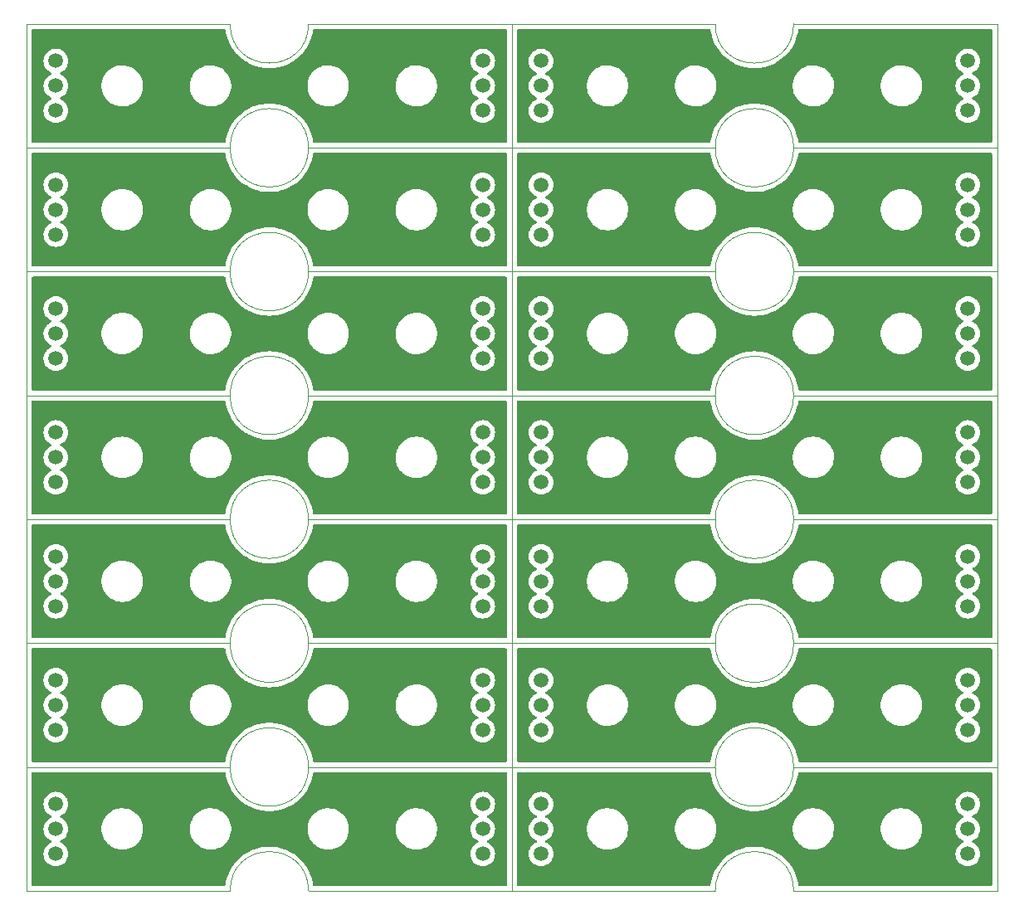
<source format=gbr>
%TF.GenerationSoftware,KiCad,Pcbnew,6.0.11-2627ca5db0~126~ubuntu20.04.1*%
%TF.CreationDate,2024-03-14T23:27:01-05:00*%
%TF.ProjectId,,58585858-5858-4585-9858-585858585858,rev?*%
%TF.SameCoordinates,Original*%
%TF.FileFunction,Copper,L2,Bot*%
%TF.FilePolarity,Positive*%
%FSLAX46Y46*%
G04 Gerber Fmt 4.6, Leading zero omitted, Abs format (unit mm)*
G04 Created by KiCad (PCBNEW 6.0.11-2627ca5db0~126~ubuntu20.04.1) date 2024-03-14 23:27:01*
%MOMM*%
%LPD*%
G01*
G04 APERTURE LIST*
%TA.AperFunction,Profile*%
%ADD10C,0.100000*%
%TD*%
%TA.AperFunction,ComponentPad*%
%ADD11C,1.500000*%
%TD*%
G04 APERTURE END LIST*
D10*
X152800000Y-131262800D02*
G75*
G03*
X160800000Y-131262800I4000000J0D01*
G01*
X181550000Y-131262800D02*
X181550000Y-143902800D01*
X160800000Y-131262800D02*
X181550000Y-131262800D01*
X132050000Y-131262800D02*
X132050000Y-143902800D01*
X160800000Y-143902800D02*
X181550000Y-143902800D01*
X132050000Y-143902800D02*
X152800000Y-143902800D01*
X160800000Y-143902800D02*
G75*
G03*
X152800000Y-143902800I-4000000J0D01*
G01*
X132050000Y-131262800D02*
X152800000Y-131262800D01*
X103300000Y-131262800D02*
G75*
G03*
X111300000Y-131262800I4000000J0D01*
G01*
X132050000Y-131262800D02*
X132050000Y-143902800D01*
X111300000Y-131262800D02*
X132050000Y-131262800D01*
X82550000Y-131262800D02*
X82550000Y-143902800D01*
X111300000Y-143902800D02*
X132050000Y-143902800D01*
X82550000Y-143902800D02*
X103300000Y-143902800D01*
X111300000Y-143902800D02*
G75*
G03*
X103300000Y-143902800I-4000000J0D01*
G01*
X82550000Y-131262800D02*
X103300000Y-131262800D01*
X152800000Y-118622800D02*
G75*
G03*
X160800000Y-118622800I4000000J0D01*
G01*
X181550000Y-118622800D02*
X181550000Y-131262800D01*
X160800000Y-118622800D02*
X181550000Y-118622800D01*
X132050000Y-118622800D02*
X132050000Y-131262800D01*
X160800000Y-131262800D02*
X181550000Y-131262800D01*
X132050000Y-131262800D02*
X152800000Y-131262800D01*
X160800000Y-131262800D02*
G75*
G03*
X152800000Y-131262800I-4000000J0D01*
G01*
X132050000Y-118622800D02*
X152800000Y-118622800D01*
X103300000Y-118622800D02*
G75*
G03*
X111300000Y-118622800I4000000J0D01*
G01*
X132050000Y-118622800D02*
X132050000Y-131262800D01*
X111300000Y-118622800D02*
X132050000Y-118622800D01*
X82550000Y-118622800D02*
X82550000Y-131262800D01*
X111300000Y-131262800D02*
X132050000Y-131262800D01*
X82550000Y-131262800D02*
X103300000Y-131262800D01*
X111300000Y-131262800D02*
G75*
G03*
X103300000Y-131262800I-4000000J0D01*
G01*
X82550000Y-118622800D02*
X103300000Y-118622800D01*
X152800000Y-105982800D02*
G75*
G03*
X160800000Y-105982800I4000000J0D01*
G01*
X181550000Y-105982800D02*
X181550000Y-118622800D01*
X160800000Y-105982800D02*
X181550000Y-105982800D01*
X132050000Y-105982800D02*
X132050000Y-118622800D01*
X160800000Y-118622800D02*
X181550000Y-118622800D01*
X132050000Y-118622800D02*
X152800000Y-118622800D01*
X160800000Y-118622800D02*
G75*
G03*
X152800000Y-118622800I-4000000J0D01*
G01*
X132050000Y-105982800D02*
X152800000Y-105982800D01*
X103300000Y-105982800D02*
G75*
G03*
X111300000Y-105982800I4000000J0D01*
G01*
X132050000Y-105982800D02*
X132050000Y-118622800D01*
X111300000Y-105982800D02*
X132050000Y-105982800D01*
X82550000Y-105982800D02*
X82550000Y-118622800D01*
X111300000Y-118622800D02*
X132050000Y-118622800D01*
X82550000Y-118622800D02*
X103300000Y-118622800D01*
X111300000Y-118622800D02*
G75*
G03*
X103300000Y-118622800I-4000000J0D01*
G01*
X82550000Y-105982800D02*
X103300000Y-105982800D01*
X152800000Y-93342800D02*
G75*
G03*
X160800000Y-93342800I4000000J0D01*
G01*
X181550000Y-93342800D02*
X181550000Y-105982800D01*
X160800000Y-93342800D02*
X181550000Y-93342800D01*
X132050000Y-93342800D02*
X132050000Y-105982800D01*
X160800000Y-105982800D02*
X181550000Y-105982800D01*
X132050000Y-105982800D02*
X152800000Y-105982800D01*
X160800000Y-105982800D02*
G75*
G03*
X152800000Y-105982800I-4000000J0D01*
G01*
X132050000Y-93342800D02*
X152800000Y-93342800D01*
X103300000Y-93342800D02*
G75*
G03*
X111300000Y-93342800I4000000J0D01*
G01*
X132050000Y-93342800D02*
X132050000Y-105982800D01*
X111300000Y-93342800D02*
X132050000Y-93342800D01*
X82550000Y-93342800D02*
X82550000Y-105982800D01*
X111300000Y-105982800D02*
X132050000Y-105982800D01*
X82550000Y-105982800D02*
X103300000Y-105982800D01*
X111300000Y-105982800D02*
G75*
G03*
X103300000Y-105982800I-4000000J0D01*
G01*
X82550000Y-93342800D02*
X103300000Y-93342800D01*
X152800000Y-80702800D02*
G75*
G03*
X160800000Y-80702800I4000000J0D01*
G01*
X181550000Y-80702800D02*
X181550000Y-93342800D01*
X160800000Y-80702800D02*
X181550000Y-80702800D01*
X132050000Y-80702800D02*
X132050000Y-93342800D01*
X160800000Y-93342800D02*
X181550000Y-93342800D01*
X132050000Y-93342800D02*
X152800000Y-93342800D01*
X160800000Y-93342800D02*
G75*
G03*
X152800000Y-93342800I-4000000J0D01*
G01*
X132050000Y-80702800D02*
X152800000Y-80702800D01*
X103300000Y-80702800D02*
G75*
G03*
X111300000Y-80702800I4000000J0D01*
G01*
X132050000Y-80702800D02*
X132050000Y-93342800D01*
X111300000Y-80702800D02*
X132050000Y-80702800D01*
X82550000Y-80702800D02*
X82550000Y-93342800D01*
X111300000Y-93342800D02*
X132050000Y-93342800D01*
X82550000Y-93342800D02*
X103300000Y-93342800D01*
X111300000Y-93342800D02*
G75*
G03*
X103300000Y-93342800I-4000000J0D01*
G01*
X82550000Y-80702800D02*
X103300000Y-80702800D01*
X152800000Y-68062800D02*
G75*
G03*
X160800000Y-68062800I4000000J0D01*
G01*
X181550000Y-68062800D02*
X181550000Y-80702800D01*
X160800000Y-68062800D02*
X181550000Y-68062800D01*
X132050000Y-68062800D02*
X132050000Y-80702800D01*
X160800000Y-80702800D02*
X181550000Y-80702800D01*
X132050000Y-80702800D02*
X152800000Y-80702800D01*
X160800000Y-80702800D02*
G75*
G03*
X152800000Y-80702800I-4000000J0D01*
G01*
X132050000Y-68062800D02*
X152800000Y-68062800D01*
X103300000Y-68062800D02*
G75*
G03*
X111300000Y-68062800I4000000J0D01*
G01*
X132050000Y-68062800D02*
X132050000Y-80702800D01*
X111300000Y-68062800D02*
X132050000Y-68062800D01*
X82550000Y-68062800D02*
X82550000Y-80702800D01*
X111300000Y-80702800D02*
X132050000Y-80702800D01*
X82550000Y-80702800D02*
X103300000Y-80702800D01*
X111300000Y-80702800D02*
G75*
G03*
X103300000Y-80702800I-4000000J0D01*
G01*
X82550000Y-68062800D02*
X103300000Y-68062800D01*
X152800000Y-55422800D02*
G75*
G03*
X160800000Y-55422800I4000000J0D01*
G01*
X181550000Y-55422800D02*
X181550000Y-68062800D01*
X160800000Y-55422800D02*
X181550000Y-55422800D01*
X132050000Y-55422800D02*
X132050000Y-68062800D01*
X160800000Y-68062800D02*
X181550000Y-68062800D01*
X132050000Y-68062800D02*
X152800000Y-68062800D01*
X160800000Y-68062800D02*
G75*
G03*
X152800000Y-68062800I-4000000J0D01*
G01*
X132050000Y-55422800D02*
X152800000Y-55422800D01*
X103300000Y-55422800D02*
G75*
G03*
X111300000Y-55422800I4000000J0D01*
G01*
X111300000Y-55422800D02*
X132050000Y-55422800D01*
X82550000Y-55422800D02*
X103300000Y-55422800D01*
X82550000Y-68062800D02*
X103300000Y-68062800D01*
X111300000Y-68062800D02*
X132050000Y-68062800D01*
X132050000Y-55422800D02*
X132050000Y-68062800D01*
X111300000Y-68062800D02*
G75*
G03*
X103300000Y-68062800I-4000000J0D01*
G01*
X82550000Y-55422800D02*
X82550000Y-68062800D01*
D11*
%TO.P,REF\u002A\u002A232,1*%
%TO.N,N/C*%
X178575000Y-135042800D03*
%TD*%
%TO.P,REF\u002A\u002A228,1*%
%TO.N,N/C*%
X178575000Y-137582800D03*
%TD*%
%TO.P,REF\u002A\u002A220,1*%
%TO.N,N/C*%
X178575000Y-140122800D03*
%TD*%
%TO.P,REF\u002A\u002A219,1*%
%TO.N,N/C*%
X135025000Y-140122800D03*
%TD*%
%TO.P,REF\u002A\u002A231,1*%
%TO.N,N/C*%
X135025000Y-135042800D03*
%TD*%
%TO.P,REF\u002A\u002A223,1*%
%TO.N,N/C*%
X135025000Y-137582800D03*
%TD*%
%TO.P,REF\u002A\u002A214,1*%
%TO.N,N/C*%
X129075000Y-135042800D03*
%TD*%
%TO.P,REF\u002A\u002A210,1*%
%TO.N,N/C*%
X129075000Y-137582800D03*
%TD*%
%TO.P,REF\u002A\u002A202,1*%
%TO.N,N/C*%
X129075000Y-140122800D03*
%TD*%
%TO.P,REF\u002A\u002A201,1*%
%TO.N,N/C*%
X85525000Y-140122800D03*
%TD*%
%TO.P,REF\u002A\u002A213,1*%
%TO.N,N/C*%
X85525000Y-135042800D03*
%TD*%
%TO.P,REF\u002A\u002A205,1*%
%TO.N,N/C*%
X85525000Y-137582800D03*
%TD*%
%TO.P,REF\u002A\u002A196,1*%
%TO.N,N/C*%
X178575000Y-122402800D03*
%TD*%
%TO.P,REF\u002A\u002A192,1*%
%TO.N,N/C*%
X178575000Y-124942800D03*
%TD*%
%TO.P,REF\u002A\u002A184,1*%
%TO.N,N/C*%
X178575000Y-127482800D03*
%TD*%
%TO.P,REF\u002A\u002A183,1*%
%TO.N,N/C*%
X135025000Y-127482800D03*
%TD*%
%TO.P,REF\u002A\u002A195,1*%
%TO.N,N/C*%
X135025000Y-122402800D03*
%TD*%
%TO.P,REF\u002A\u002A187,1*%
%TO.N,N/C*%
X135025000Y-124942800D03*
%TD*%
%TO.P,REF\u002A\u002A178,1*%
%TO.N,N/C*%
X129075000Y-122402800D03*
%TD*%
%TO.P,REF\u002A\u002A174,1*%
%TO.N,N/C*%
X129075000Y-124942800D03*
%TD*%
%TO.P,REF\u002A\u002A166,1*%
%TO.N,N/C*%
X129075000Y-127482800D03*
%TD*%
%TO.P,REF\u002A\u002A165,1*%
%TO.N,N/C*%
X85525000Y-127482800D03*
%TD*%
%TO.P,REF\u002A\u002A177,1*%
%TO.N,N/C*%
X85525000Y-122402800D03*
%TD*%
%TO.P,REF\u002A\u002A169,1*%
%TO.N,N/C*%
X85525000Y-124942800D03*
%TD*%
%TO.P,REF\u002A\u002A160,1*%
%TO.N,N/C*%
X178575000Y-109762800D03*
%TD*%
%TO.P,REF\u002A\u002A156,1*%
%TO.N,N/C*%
X178575000Y-112302800D03*
%TD*%
%TO.P,REF\u002A\u002A148,1*%
%TO.N,N/C*%
X178575000Y-114842800D03*
%TD*%
%TO.P,REF\u002A\u002A147,1*%
%TO.N,N/C*%
X135025000Y-114842800D03*
%TD*%
%TO.P,REF\u002A\u002A159,1*%
%TO.N,N/C*%
X135025000Y-109762800D03*
%TD*%
%TO.P,REF\u002A\u002A151,1*%
%TO.N,N/C*%
X135025000Y-112302800D03*
%TD*%
%TO.P,REF\u002A\u002A142,1*%
%TO.N,N/C*%
X129075000Y-109762800D03*
%TD*%
%TO.P,REF\u002A\u002A138,1*%
%TO.N,N/C*%
X129075000Y-112302800D03*
%TD*%
%TO.P,REF\u002A\u002A130,1*%
%TO.N,N/C*%
X129075000Y-114842800D03*
%TD*%
%TO.P,REF\u002A\u002A129,1*%
%TO.N,N/C*%
X85525000Y-114842800D03*
%TD*%
%TO.P,REF\u002A\u002A141,1*%
%TO.N,N/C*%
X85525000Y-109762800D03*
%TD*%
%TO.P,REF\u002A\u002A133,1*%
%TO.N,N/C*%
X85525000Y-112302800D03*
%TD*%
%TO.P,REF\u002A\u002A124,1*%
%TO.N,N/C*%
X178575000Y-97122800D03*
%TD*%
%TO.P,REF\u002A\u002A120,1*%
%TO.N,N/C*%
X178575000Y-99662800D03*
%TD*%
%TO.P,REF\u002A\u002A112,1*%
%TO.N,N/C*%
X178575000Y-102202800D03*
%TD*%
%TO.P,REF\u002A\u002A111,1*%
%TO.N,N/C*%
X135025000Y-102202800D03*
%TD*%
%TO.P,REF\u002A\u002A123,1*%
%TO.N,N/C*%
X135025000Y-97122800D03*
%TD*%
%TO.P,REF\u002A\u002A115,1*%
%TO.N,N/C*%
X135025000Y-99662800D03*
%TD*%
%TO.P,REF\u002A\u002A106,1*%
%TO.N,N/C*%
X129075000Y-97122800D03*
%TD*%
%TO.P,REF\u002A\u002A102,1*%
%TO.N,N/C*%
X129075000Y-99662800D03*
%TD*%
%TO.P,REF\u002A\u002A94,1*%
%TO.N,N/C*%
X129075000Y-102202800D03*
%TD*%
%TO.P,REF\u002A\u002A93,1*%
%TO.N,N/C*%
X85525000Y-102202800D03*
%TD*%
%TO.P,REF\u002A\u002A105,1*%
%TO.N,N/C*%
X85525000Y-97122800D03*
%TD*%
%TO.P,REF\u002A\u002A97,1*%
%TO.N,N/C*%
X85525000Y-99662800D03*
%TD*%
%TO.P,REF\u002A\u002A88,1*%
%TO.N,N/C*%
X178575000Y-84482800D03*
%TD*%
%TO.P,REF\u002A\u002A84,1*%
%TO.N,N/C*%
X178575000Y-87022800D03*
%TD*%
%TO.P,REF\u002A\u002A76,1*%
%TO.N,N/C*%
X178575000Y-89562800D03*
%TD*%
%TO.P,REF\u002A\u002A75,1*%
%TO.N,N/C*%
X135025000Y-89562800D03*
%TD*%
%TO.P,REF\u002A\u002A87,1*%
%TO.N,N/C*%
X135025000Y-84482800D03*
%TD*%
%TO.P,REF\u002A\u002A79,1*%
%TO.N,N/C*%
X135025000Y-87022800D03*
%TD*%
%TO.P,REF\u002A\u002A70,1*%
%TO.N,N/C*%
X129075000Y-84482800D03*
%TD*%
%TO.P,REF\u002A\u002A66,1*%
%TO.N,N/C*%
X129075000Y-87022800D03*
%TD*%
%TO.P,REF\u002A\u002A58,1*%
%TO.N,N/C*%
X129075000Y-89562800D03*
%TD*%
%TO.P,REF\u002A\u002A57,1*%
%TO.N,N/C*%
X85525000Y-89562800D03*
%TD*%
%TO.P,REF\u002A\u002A69,1*%
%TO.N,N/C*%
X85525000Y-84482800D03*
%TD*%
%TO.P,REF\u002A\u002A61,1*%
%TO.N,N/C*%
X85525000Y-87022800D03*
%TD*%
%TO.P,REF\u002A\u002A52,1*%
%TO.N,N/C*%
X178575000Y-71842800D03*
%TD*%
%TO.P,REF\u002A\u002A48,1*%
%TO.N,N/C*%
X178575000Y-74382800D03*
%TD*%
%TO.P,REF\u002A\u002A40,1*%
%TO.N,N/C*%
X178575000Y-76922800D03*
%TD*%
%TO.P,REF\u002A\u002A39,1*%
%TO.N,N/C*%
X135025000Y-76922800D03*
%TD*%
%TO.P,REF\u002A\u002A51,1*%
%TO.N,N/C*%
X135025000Y-71842800D03*
%TD*%
%TO.P,REF\u002A\u002A43,1*%
%TO.N,N/C*%
X135025000Y-74382800D03*
%TD*%
%TO.P,REF\u002A\u002A34,1*%
%TO.N,N/C*%
X129075000Y-71842800D03*
%TD*%
%TO.P,REF\u002A\u002A30,1*%
%TO.N,N/C*%
X129075000Y-74382800D03*
%TD*%
%TO.P,REF\u002A\u002A22,1*%
%TO.N,N/C*%
X129075000Y-76922800D03*
%TD*%
%TO.P,REF\u002A\u002A21,1*%
%TO.N,N/C*%
X85525000Y-76922800D03*
%TD*%
%TO.P,REF\u002A\u002A33,1*%
%TO.N,N/C*%
X85525000Y-71842800D03*
%TD*%
%TO.P,REF\u002A\u002A25,1*%
%TO.N,N/C*%
X85525000Y-74382800D03*
%TD*%
%TO.P,REF\u002A\u002A16,1*%
%TO.N,N/C*%
X178575000Y-59202800D03*
%TD*%
%TO.P,REF\u002A\u002A12,1*%
%TO.N,N/C*%
X178575000Y-61742800D03*
%TD*%
%TO.P,REF\u002A\u002A4,1*%
%TO.N,N/C*%
X178575000Y-64282800D03*
%TD*%
%TO.P,REF\u002A\u002A3,1*%
%TO.N,N/C*%
X135025000Y-64282800D03*
%TD*%
%TO.P,REF\u002A\u002A15,1*%
%TO.N,N/C*%
X135025000Y-59202800D03*
%TD*%
%TO.P,REF\u002A\u002A7,1*%
%TO.N,N/C*%
X135025000Y-61742800D03*
%TD*%
%TO.P,REF\u002A\u002A,1*%
%TO.N,N/C*%
X85525000Y-61742800D03*
%TD*%
%TO.P,REF\u002A\u002A,1*%
%TO.N,N/C*%
X85525000Y-59202800D03*
%TD*%
%TO.P,REF\u002A\u002A,1*%
%TO.N,N/C*%
X129075000Y-59202800D03*
%TD*%
%TO.P,REF\u002A\u002A,1*%
%TO.N,N/C*%
X85525000Y-64282800D03*
%TD*%
%TO.P,REF\u002A\u002A,1*%
%TO.N,N/C*%
X129075000Y-64282800D03*
%TD*%
%TO.P,REF\u002A\u002A,1*%
%TO.N,N/C*%
X129075000Y-61742800D03*
%TD*%
%TA.AperFunction,NonConductor*%
G36*
X102777256Y-55951302D02*
G01*
X102823749Y-56004958D01*
X102833927Y-56039892D01*
X102863532Y-56252120D01*
X102958977Y-56657928D01*
X103091458Y-57053198D01*
X103259845Y-57434558D01*
X103462701Y-57798755D01*
X103698296Y-58142681D01*
X103700144Y-58144907D01*
X103700152Y-58144917D01*
X103901064Y-58386865D01*
X103964619Y-58463401D01*
X104259399Y-58758181D01*
X104261632Y-58760035D01*
X104261635Y-58760038D01*
X104577883Y-59022648D01*
X104577893Y-59022656D01*
X104580119Y-59024504D01*
X104924045Y-59260099D01*
X104926598Y-59261521D01*
X105224554Y-59427481D01*
X105288242Y-59462955D01*
X105669602Y-59631342D01*
X106064872Y-59763823D01*
X106067705Y-59764489D01*
X106067711Y-59764491D01*
X106226179Y-59801762D01*
X106470680Y-59859268D01*
X106473565Y-59859670D01*
X106473568Y-59859671D01*
X106745648Y-59897625D01*
X106883564Y-59916863D01*
X106886448Y-59916996D01*
X106886455Y-59916997D01*
X107297102Y-59935982D01*
X107300000Y-59936116D01*
X107302898Y-59935982D01*
X107713545Y-59916997D01*
X107713552Y-59916996D01*
X107716436Y-59916863D01*
X107854352Y-59897625D01*
X108126432Y-59859671D01*
X108126435Y-59859670D01*
X108129320Y-59859268D01*
X108373821Y-59801762D01*
X108532289Y-59764491D01*
X108532295Y-59764489D01*
X108535128Y-59763823D01*
X108930398Y-59631342D01*
X109311758Y-59462955D01*
X109375447Y-59427481D01*
X109673402Y-59261521D01*
X109675955Y-59260099D01*
X110019881Y-59024504D01*
X110022107Y-59022656D01*
X110022117Y-59022648D01*
X110338365Y-58760038D01*
X110338368Y-58760035D01*
X110340601Y-58758181D01*
X110635381Y-58463401D01*
X110698936Y-58386865D01*
X110899848Y-58144917D01*
X110899856Y-58144907D01*
X110901704Y-58142681D01*
X111137299Y-57798755D01*
X111340155Y-57434558D01*
X111508542Y-57053198D01*
X111641023Y-56657928D01*
X111736468Y-56252120D01*
X111766073Y-56039892D01*
X111795295Y-55975188D01*
X111854860Y-55936554D01*
X111890865Y-55931300D01*
X131415500Y-55931300D01*
X131483621Y-55951302D01*
X131530114Y-56004958D01*
X131541500Y-56057300D01*
X131541500Y-67428300D01*
X131521498Y-67496421D01*
X131467842Y-67542914D01*
X131415500Y-67554300D01*
X111890865Y-67554300D01*
X111822744Y-67534298D01*
X111776251Y-67480642D01*
X111766073Y-67445708D01*
X111736871Y-67236368D01*
X111736870Y-67236365D01*
X111736468Y-67233480D01*
X111641023Y-66827672D01*
X111508542Y-66432402D01*
X111340155Y-66051042D01*
X111137299Y-65686845D01*
X110901704Y-65342919D01*
X110899856Y-65340693D01*
X110899848Y-65340683D01*
X110637238Y-65024435D01*
X110637235Y-65024432D01*
X110635381Y-65022199D01*
X110340601Y-64727419D01*
X110338365Y-64725562D01*
X110022117Y-64462952D01*
X110022107Y-64462944D01*
X110019881Y-64461096D01*
X109759601Y-64282800D01*
X127811693Y-64282800D01*
X127830885Y-64502171D01*
X127887880Y-64714876D01*
X127890205Y-64719861D01*
X127978618Y-64909466D01*
X127978621Y-64909471D01*
X127980944Y-64914453D01*
X127984100Y-64918960D01*
X127984101Y-64918962D01*
X128056389Y-65022199D01*
X128107251Y-65094838D01*
X128262962Y-65250549D01*
X128443346Y-65376856D01*
X128642924Y-65469920D01*
X128855629Y-65526915D01*
X129075000Y-65546107D01*
X129294371Y-65526915D01*
X129507076Y-65469920D01*
X129706654Y-65376856D01*
X129887038Y-65250549D01*
X130042749Y-65094838D01*
X130093612Y-65022199D01*
X130165899Y-64918962D01*
X130165900Y-64918960D01*
X130169056Y-64914453D01*
X130171379Y-64909471D01*
X130171382Y-64909466D01*
X130259795Y-64719861D01*
X130262120Y-64714876D01*
X130319115Y-64502171D01*
X130338307Y-64282800D01*
X130319115Y-64063429D01*
X130262120Y-63850724D01*
X130218585Y-63757362D01*
X130171382Y-63656134D01*
X130171379Y-63656129D01*
X130169056Y-63651147D01*
X130152149Y-63627001D01*
X130045908Y-63475273D01*
X130045906Y-63475270D01*
X130042749Y-63470762D01*
X129887038Y-63315051D01*
X129706654Y-63188744D01*
X129701672Y-63186421D01*
X129701667Y-63186418D01*
X129574232Y-63126995D01*
X129520947Y-63080078D01*
X129501486Y-63011801D01*
X129522028Y-62943841D01*
X129574232Y-62898605D01*
X129701667Y-62839182D01*
X129701672Y-62839179D01*
X129706654Y-62836856D01*
X129865545Y-62725599D01*
X129882527Y-62713708D01*
X129882529Y-62713706D01*
X129887038Y-62710549D01*
X130042749Y-62554838D01*
X130112958Y-62454570D01*
X130165899Y-62378962D01*
X130165900Y-62378960D01*
X130169056Y-62374453D01*
X130171379Y-62369471D01*
X130171382Y-62369466D01*
X130259795Y-62179861D01*
X130262120Y-62174876D01*
X130319115Y-61962171D01*
X130338307Y-61742800D01*
X130319115Y-61523429D01*
X130262120Y-61310724D01*
X130218585Y-61217362D01*
X130171382Y-61116134D01*
X130171379Y-61116129D01*
X130169056Y-61111147D01*
X130124675Y-61047764D01*
X130045908Y-60935273D01*
X130045906Y-60935270D01*
X130042749Y-60930762D01*
X129887038Y-60775051D01*
X129870768Y-60763658D01*
X129807759Y-60719539D01*
X129706654Y-60648744D01*
X129701672Y-60646421D01*
X129701667Y-60646418D01*
X129574232Y-60586995D01*
X129520947Y-60540078D01*
X129501486Y-60471801D01*
X129522028Y-60403841D01*
X129574232Y-60358605D01*
X129701667Y-60299182D01*
X129701672Y-60299179D01*
X129706654Y-60296856D01*
X129887038Y-60170549D01*
X130042749Y-60014838D01*
X130091928Y-59944604D01*
X130165899Y-59838962D01*
X130165900Y-59838960D01*
X130169056Y-59834453D01*
X130171379Y-59829471D01*
X130171382Y-59829466D01*
X130224868Y-59714764D01*
X130262120Y-59634876D01*
X130319115Y-59422171D01*
X130338307Y-59202800D01*
X130319115Y-58983429D01*
X130262120Y-58770724D01*
X130188313Y-58612444D01*
X130171382Y-58576134D01*
X130171379Y-58576129D01*
X130169056Y-58571147D01*
X130095055Y-58465462D01*
X130045908Y-58395273D01*
X130045906Y-58395270D01*
X130042749Y-58390762D01*
X129887038Y-58235051D01*
X129706654Y-58108744D01*
X129507076Y-58015680D01*
X129294371Y-57958685D01*
X129075000Y-57939493D01*
X128855629Y-57958685D01*
X128642924Y-58015680D01*
X128549562Y-58059215D01*
X128448334Y-58106418D01*
X128448329Y-58106421D01*
X128443347Y-58108744D01*
X128438840Y-58111900D01*
X128438838Y-58111901D01*
X128267473Y-58231892D01*
X128267470Y-58231894D01*
X128262962Y-58235051D01*
X128107251Y-58390762D01*
X128104094Y-58395270D01*
X128104092Y-58395273D01*
X128054945Y-58465462D01*
X127980944Y-58571147D01*
X127978621Y-58576129D01*
X127978618Y-58576134D01*
X127961687Y-58612444D01*
X127887880Y-58770724D01*
X127830885Y-58983429D01*
X127811693Y-59202800D01*
X127830885Y-59422171D01*
X127887880Y-59634876D01*
X127925132Y-59714764D01*
X127978618Y-59829466D01*
X127978621Y-59829471D01*
X127980944Y-59834453D01*
X127984100Y-59838960D01*
X127984101Y-59838962D01*
X128058073Y-59944604D01*
X128107251Y-60014838D01*
X128262962Y-60170549D01*
X128443346Y-60296856D01*
X128448328Y-60299179D01*
X128448333Y-60299182D01*
X128575768Y-60358605D01*
X128629053Y-60405522D01*
X128648514Y-60473799D01*
X128627972Y-60541759D01*
X128575768Y-60586995D01*
X128448334Y-60646418D01*
X128448329Y-60646421D01*
X128443347Y-60648744D01*
X128438840Y-60651900D01*
X128438838Y-60651901D01*
X128267473Y-60771892D01*
X128267470Y-60771894D01*
X128262962Y-60775051D01*
X128107251Y-60930762D01*
X128104094Y-60935270D01*
X128104092Y-60935273D01*
X128025325Y-61047764D01*
X127980944Y-61111147D01*
X127978621Y-61116129D01*
X127978618Y-61116134D01*
X127931415Y-61217362D01*
X127887880Y-61310724D01*
X127830885Y-61523429D01*
X127811693Y-61742800D01*
X127830885Y-61962171D01*
X127887880Y-62174876D01*
X127890205Y-62179861D01*
X127978618Y-62369466D01*
X127978621Y-62369471D01*
X127980944Y-62374453D01*
X127984100Y-62378960D01*
X127984101Y-62378962D01*
X128037043Y-62454570D01*
X128107251Y-62554838D01*
X128262962Y-62710549D01*
X128267471Y-62713706D01*
X128267473Y-62713708D01*
X128284455Y-62725599D01*
X128443346Y-62836856D01*
X128448328Y-62839179D01*
X128448333Y-62839182D01*
X128575768Y-62898605D01*
X128629053Y-62945522D01*
X128648514Y-63013799D01*
X128627972Y-63081759D01*
X128575768Y-63126995D01*
X128448334Y-63186418D01*
X128448329Y-63186421D01*
X128443347Y-63188744D01*
X128438840Y-63191900D01*
X128438838Y-63191901D01*
X128267473Y-63311892D01*
X128267470Y-63311894D01*
X128262962Y-63315051D01*
X128107251Y-63470762D01*
X128104094Y-63475270D01*
X128104092Y-63475273D01*
X127997851Y-63627001D01*
X127980944Y-63651147D01*
X127978621Y-63656129D01*
X127978618Y-63656134D01*
X127931415Y-63757362D01*
X127887880Y-63850724D01*
X127830885Y-64063429D01*
X127811693Y-64282800D01*
X109759601Y-64282800D01*
X109675955Y-64225501D01*
X109394813Y-64068906D01*
X109314315Y-64024069D01*
X109314311Y-64024067D01*
X109311758Y-64022645D01*
X108930398Y-63854258D01*
X108535128Y-63721777D01*
X108532295Y-63721111D01*
X108532289Y-63721109D01*
X108321367Y-63671501D01*
X108129320Y-63626332D01*
X108126435Y-63625930D01*
X108126432Y-63625929D01*
X107719303Y-63569137D01*
X107719304Y-63569137D01*
X107716436Y-63568737D01*
X107713552Y-63568604D01*
X107713545Y-63568603D01*
X107302898Y-63549618D01*
X107300000Y-63549484D01*
X107297102Y-63549618D01*
X106886455Y-63568603D01*
X106886448Y-63568604D01*
X106883564Y-63568737D01*
X106880696Y-63569137D01*
X106880697Y-63569137D01*
X106473568Y-63625929D01*
X106473565Y-63625930D01*
X106470680Y-63626332D01*
X106278633Y-63671501D01*
X106067711Y-63721109D01*
X106067705Y-63721111D01*
X106064872Y-63721777D01*
X105669602Y-63854258D01*
X105288242Y-64022645D01*
X105285689Y-64024067D01*
X105285685Y-64024069D01*
X105205187Y-64068906D01*
X104924045Y-64225501D01*
X104580119Y-64461096D01*
X104577893Y-64462944D01*
X104577883Y-64462952D01*
X104261635Y-64725562D01*
X104259399Y-64727419D01*
X103964619Y-65022199D01*
X103962765Y-65024432D01*
X103962762Y-65024435D01*
X103700152Y-65340683D01*
X103700144Y-65340693D01*
X103698296Y-65342919D01*
X103462701Y-65686845D01*
X103259845Y-66051042D01*
X103091458Y-66432402D01*
X102958977Y-66827672D01*
X102863532Y-67233480D01*
X102863130Y-67236365D01*
X102863129Y-67236368D01*
X102833927Y-67445708D01*
X102804705Y-67510412D01*
X102745140Y-67549046D01*
X102709135Y-67554300D01*
X83184500Y-67554300D01*
X83116379Y-67534298D01*
X83069886Y-67480642D01*
X83058500Y-67428300D01*
X83058500Y-64282800D01*
X84261693Y-64282800D01*
X84280885Y-64502171D01*
X84337880Y-64714876D01*
X84340205Y-64719861D01*
X84428618Y-64909466D01*
X84428621Y-64909471D01*
X84430944Y-64914453D01*
X84434100Y-64918960D01*
X84434101Y-64918962D01*
X84506389Y-65022199D01*
X84557251Y-65094838D01*
X84712962Y-65250549D01*
X84893346Y-65376856D01*
X85092924Y-65469920D01*
X85305629Y-65526915D01*
X85525000Y-65546107D01*
X85744371Y-65526915D01*
X85957076Y-65469920D01*
X86156654Y-65376856D01*
X86337038Y-65250549D01*
X86492749Y-65094838D01*
X86543612Y-65022199D01*
X86615899Y-64918962D01*
X86615900Y-64918960D01*
X86619056Y-64914453D01*
X86621379Y-64909471D01*
X86621382Y-64909466D01*
X86709795Y-64719861D01*
X86712120Y-64714876D01*
X86769115Y-64502171D01*
X86788307Y-64282800D01*
X86769115Y-64063429D01*
X86712120Y-63850724D01*
X86668585Y-63757362D01*
X86621382Y-63656134D01*
X86621379Y-63656129D01*
X86619056Y-63651147D01*
X86602149Y-63627001D01*
X86495908Y-63475273D01*
X86495906Y-63475270D01*
X86492749Y-63470762D01*
X86337038Y-63315051D01*
X86156654Y-63188744D01*
X86151672Y-63186421D01*
X86151667Y-63186418D01*
X86024232Y-63126995D01*
X85970947Y-63080078D01*
X85951486Y-63011801D01*
X85972028Y-62943841D01*
X86024232Y-62898605D01*
X86151667Y-62839182D01*
X86151672Y-62839179D01*
X86156654Y-62836856D01*
X86315545Y-62725599D01*
X86332527Y-62713708D01*
X86332529Y-62713706D01*
X86337038Y-62710549D01*
X86492749Y-62554838D01*
X86562958Y-62454570D01*
X86615899Y-62378962D01*
X86615900Y-62378960D01*
X86619056Y-62374453D01*
X86621379Y-62369471D01*
X86621382Y-62369466D01*
X86709795Y-62179861D01*
X86712120Y-62174876D01*
X86769115Y-61962171D01*
X86776697Y-61875503D01*
X90190743Y-61875503D01*
X90228268Y-62160534D01*
X90229401Y-62164674D01*
X90229401Y-62164676D01*
X90233035Y-62177959D01*
X90304129Y-62437836D01*
X90416923Y-62702276D01*
X90428693Y-62721942D01*
X90561497Y-62943841D01*
X90564561Y-62948961D01*
X90744313Y-63173328D01*
X90761397Y-63189540D01*
X90897765Y-63318948D01*
X90952851Y-63371223D01*
X91186317Y-63538986D01*
X91190112Y-63540995D01*
X91190113Y-63540996D01*
X91211869Y-63552515D01*
X91440392Y-63673512D01*
X91710373Y-63772311D01*
X91991264Y-63833555D01*
X92019841Y-63835804D01*
X92214282Y-63851107D01*
X92214291Y-63851107D01*
X92216739Y-63851300D01*
X92372271Y-63851300D01*
X92374407Y-63851154D01*
X92374418Y-63851154D01*
X92582548Y-63836965D01*
X92582554Y-63836964D01*
X92586825Y-63836673D01*
X92591020Y-63835804D01*
X92591022Y-63835804D01*
X92727584Y-63807523D01*
X92868342Y-63778374D01*
X93139343Y-63682407D01*
X93394812Y-63550550D01*
X93398313Y-63548089D01*
X93398317Y-63548087D01*
X93513884Y-63466865D01*
X93630023Y-63385241D01*
X93840622Y-63189540D01*
X94022713Y-62967068D01*
X94172927Y-62721942D01*
X94176542Y-62713708D01*
X94286757Y-62462630D01*
X94288483Y-62458698D01*
X94313902Y-62369466D01*
X94366068Y-62186334D01*
X94367244Y-62182206D01*
X94407751Y-61897584D01*
X94407845Y-61879751D01*
X94407867Y-61875503D01*
X99190743Y-61875503D01*
X99228268Y-62160534D01*
X99229401Y-62164674D01*
X99229401Y-62164676D01*
X99233035Y-62177959D01*
X99304129Y-62437836D01*
X99416923Y-62702276D01*
X99428693Y-62721942D01*
X99561497Y-62943841D01*
X99564561Y-62948961D01*
X99744313Y-63173328D01*
X99761397Y-63189540D01*
X99897765Y-63318948D01*
X99952851Y-63371223D01*
X100186317Y-63538986D01*
X100190112Y-63540995D01*
X100190113Y-63540996D01*
X100211869Y-63552515D01*
X100440392Y-63673512D01*
X100710373Y-63772311D01*
X100991264Y-63833555D01*
X101019841Y-63835804D01*
X101214282Y-63851107D01*
X101214291Y-63851107D01*
X101216739Y-63851300D01*
X101372271Y-63851300D01*
X101374407Y-63851154D01*
X101374418Y-63851154D01*
X101582548Y-63836965D01*
X101582554Y-63836964D01*
X101586825Y-63836673D01*
X101591020Y-63835804D01*
X101591022Y-63835804D01*
X101727584Y-63807523D01*
X101868342Y-63778374D01*
X102139343Y-63682407D01*
X102394812Y-63550550D01*
X102398313Y-63548089D01*
X102398317Y-63548087D01*
X102513884Y-63466865D01*
X102630023Y-63385241D01*
X102840622Y-63189540D01*
X103022713Y-62967068D01*
X103172927Y-62721942D01*
X103176542Y-62713708D01*
X103286757Y-62462630D01*
X103288483Y-62458698D01*
X103313902Y-62369466D01*
X103366068Y-62186334D01*
X103367244Y-62182206D01*
X103407751Y-61897584D01*
X103407845Y-61879751D01*
X103407867Y-61875503D01*
X111190743Y-61875503D01*
X111228268Y-62160534D01*
X111229401Y-62164674D01*
X111229401Y-62164676D01*
X111233035Y-62177959D01*
X111304129Y-62437836D01*
X111416923Y-62702276D01*
X111428693Y-62721942D01*
X111561497Y-62943841D01*
X111564561Y-62948961D01*
X111744313Y-63173328D01*
X111761397Y-63189540D01*
X111897765Y-63318948D01*
X111952851Y-63371223D01*
X112186317Y-63538986D01*
X112190112Y-63540995D01*
X112190113Y-63540996D01*
X112211869Y-63552515D01*
X112440392Y-63673512D01*
X112710373Y-63772311D01*
X112991264Y-63833555D01*
X113019841Y-63835804D01*
X113214282Y-63851107D01*
X113214291Y-63851107D01*
X113216739Y-63851300D01*
X113372271Y-63851300D01*
X113374407Y-63851154D01*
X113374418Y-63851154D01*
X113582548Y-63836965D01*
X113582554Y-63836964D01*
X113586825Y-63836673D01*
X113591020Y-63835804D01*
X113591022Y-63835804D01*
X113727584Y-63807523D01*
X113868342Y-63778374D01*
X114139343Y-63682407D01*
X114394812Y-63550550D01*
X114398313Y-63548089D01*
X114398317Y-63548087D01*
X114513884Y-63466865D01*
X114630023Y-63385241D01*
X114840622Y-63189540D01*
X115022713Y-62967068D01*
X115172927Y-62721942D01*
X115176542Y-62713708D01*
X115286757Y-62462630D01*
X115288483Y-62458698D01*
X115313902Y-62369466D01*
X115366068Y-62186334D01*
X115367244Y-62182206D01*
X115407751Y-61897584D01*
X115407845Y-61879751D01*
X115407867Y-61875503D01*
X120190743Y-61875503D01*
X120228268Y-62160534D01*
X120229401Y-62164674D01*
X120229401Y-62164676D01*
X120233035Y-62177959D01*
X120304129Y-62437836D01*
X120416923Y-62702276D01*
X120428693Y-62721942D01*
X120561497Y-62943841D01*
X120564561Y-62948961D01*
X120744313Y-63173328D01*
X120761397Y-63189540D01*
X120897765Y-63318948D01*
X120952851Y-63371223D01*
X121186317Y-63538986D01*
X121190112Y-63540995D01*
X121190113Y-63540996D01*
X121211869Y-63552515D01*
X121440392Y-63673512D01*
X121710373Y-63772311D01*
X121991264Y-63833555D01*
X122019841Y-63835804D01*
X122214282Y-63851107D01*
X122214291Y-63851107D01*
X122216739Y-63851300D01*
X122372271Y-63851300D01*
X122374407Y-63851154D01*
X122374418Y-63851154D01*
X122582548Y-63836965D01*
X122582554Y-63836964D01*
X122586825Y-63836673D01*
X122591020Y-63835804D01*
X122591022Y-63835804D01*
X122727584Y-63807523D01*
X122868342Y-63778374D01*
X123139343Y-63682407D01*
X123394812Y-63550550D01*
X123398313Y-63548089D01*
X123398317Y-63548087D01*
X123513884Y-63466865D01*
X123630023Y-63385241D01*
X123840622Y-63189540D01*
X124022713Y-62967068D01*
X124172927Y-62721942D01*
X124176542Y-62713708D01*
X124286757Y-62462630D01*
X124288483Y-62458698D01*
X124313902Y-62369466D01*
X124366068Y-62186334D01*
X124367244Y-62182206D01*
X124407751Y-61897584D01*
X124407845Y-61879751D01*
X124409235Y-61614383D01*
X124409235Y-61614376D01*
X124409257Y-61610097D01*
X124371732Y-61325066D01*
X124369262Y-61316035D01*
X124314575Y-61116134D01*
X124295871Y-61047764D01*
X124183077Y-60783324D01*
X124104422Y-60651901D01*
X124037643Y-60540321D01*
X124037640Y-60540317D01*
X124035439Y-60536639D01*
X123855687Y-60312272D01*
X123706342Y-60170549D01*
X123650258Y-60117327D01*
X123650255Y-60117325D01*
X123647149Y-60114377D01*
X123413683Y-59946614D01*
X123391843Y-59935050D01*
X123356738Y-59916463D01*
X123159608Y-59812088D01*
X122889627Y-59713289D01*
X122608736Y-59652045D01*
X122577685Y-59649601D01*
X122385718Y-59634493D01*
X122385709Y-59634493D01*
X122383261Y-59634300D01*
X122227729Y-59634300D01*
X122225593Y-59634446D01*
X122225582Y-59634446D01*
X122017452Y-59648635D01*
X122017446Y-59648636D01*
X122013175Y-59648927D01*
X122008980Y-59649796D01*
X122008978Y-59649796D01*
X121872416Y-59678077D01*
X121731658Y-59707226D01*
X121460657Y-59803193D01*
X121205188Y-59935050D01*
X121201687Y-59937511D01*
X121201683Y-59937513D01*
X121191594Y-59944604D01*
X120969977Y-60100359D01*
X120759378Y-60296060D01*
X120577287Y-60518532D01*
X120427073Y-60763658D01*
X120425347Y-60767591D01*
X120425346Y-60767592D01*
X120422072Y-60775051D01*
X120311517Y-61026902D01*
X120310342Y-61031029D01*
X120310341Y-61031030D01*
X120272136Y-61165148D01*
X120232756Y-61303394D01*
X120192249Y-61588016D01*
X120192227Y-61592305D01*
X120192226Y-61592312D01*
X120191438Y-61742800D01*
X120190743Y-61875503D01*
X115407867Y-61875503D01*
X115409235Y-61614383D01*
X115409235Y-61614376D01*
X115409257Y-61610097D01*
X115371732Y-61325066D01*
X115369262Y-61316035D01*
X115314575Y-61116134D01*
X115295871Y-61047764D01*
X115183077Y-60783324D01*
X115104422Y-60651901D01*
X115037643Y-60540321D01*
X115037640Y-60540317D01*
X115035439Y-60536639D01*
X114855687Y-60312272D01*
X114706342Y-60170549D01*
X114650258Y-60117327D01*
X114650255Y-60117325D01*
X114647149Y-60114377D01*
X114413683Y-59946614D01*
X114391843Y-59935050D01*
X114356738Y-59916463D01*
X114159608Y-59812088D01*
X113889627Y-59713289D01*
X113608736Y-59652045D01*
X113577685Y-59649601D01*
X113385718Y-59634493D01*
X113385709Y-59634493D01*
X113383261Y-59634300D01*
X113227729Y-59634300D01*
X113225593Y-59634446D01*
X113225582Y-59634446D01*
X113017452Y-59648635D01*
X113017446Y-59648636D01*
X113013175Y-59648927D01*
X113008980Y-59649796D01*
X113008978Y-59649796D01*
X112872416Y-59678077D01*
X112731658Y-59707226D01*
X112460657Y-59803193D01*
X112205188Y-59935050D01*
X112201687Y-59937511D01*
X112201683Y-59937513D01*
X112191594Y-59944604D01*
X111969977Y-60100359D01*
X111759378Y-60296060D01*
X111577287Y-60518532D01*
X111427073Y-60763658D01*
X111425347Y-60767591D01*
X111425346Y-60767592D01*
X111422072Y-60775051D01*
X111311517Y-61026902D01*
X111310342Y-61031029D01*
X111310341Y-61031030D01*
X111272136Y-61165148D01*
X111232756Y-61303394D01*
X111192249Y-61588016D01*
X111192227Y-61592305D01*
X111192226Y-61592312D01*
X111191438Y-61742800D01*
X111190743Y-61875503D01*
X103407867Y-61875503D01*
X103409235Y-61614383D01*
X103409235Y-61614376D01*
X103409257Y-61610097D01*
X103371732Y-61325066D01*
X103369262Y-61316035D01*
X103314575Y-61116134D01*
X103295871Y-61047764D01*
X103183077Y-60783324D01*
X103104422Y-60651901D01*
X103037643Y-60540321D01*
X103037640Y-60540317D01*
X103035439Y-60536639D01*
X102855687Y-60312272D01*
X102706342Y-60170549D01*
X102650258Y-60117327D01*
X102650255Y-60117325D01*
X102647149Y-60114377D01*
X102413683Y-59946614D01*
X102391843Y-59935050D01*
X102356738Y-59916463D01*
X102159608Y-59812088D01*
X101889627Y-59713289D01*
X101608736Y-59652045D01*
X101577685Y-59649601D01*
X101385718Y-59634493D01*
X101385709Y-59634493D01*
X101383261Y-59634300D01*
X101227729Y-59634300D01*
X101225593Y-59634446D01*
X101225582Y-59634446D01*
X101017452Y-59648635D01*
X101017446Y-59648636D01*
X101013175Y-59648927D01*
X101008980Y-59649796D01*
X101008978Y-59649796D01*
X100872416Y-59678077D01*
X100731658Y-59707226D01*
X100460657Y-59803193D01*
X100205188Y-59935050D01*
X100201687Y-59937511D01*
X100201683Y-59937513D01*
X100191594Y-59944604D01*
X99969977Y-60100359D01*
X99759378Y-60296060D01*
X99577287Y-60518532D01*
X99427073Y-60763658D01*
X99425347Y-60767591D01*
X99425346Y-60767592D01*
X99422072Y-60775051D01*
X99311517Y-61026902D01*
X99310342Y-61031029D01*
X99310341Y-61031030D01*
X99272136Y-61165148D01*
X99232756Y-61303394D01*
X99192249Y-61588016D01*
X99192227Y-61592305D01*
X99192226Y-61592312D01*
X99191438Y-61742800D01*
X99190743Y-61875503D01*
X94407867Y-61875503D01*
X94409235Y-61614383D01*
X94409235Y-61614376D01*
X94409257Y-61610097D01*
X94371732Y-61325066D01*
X94369262Y-61316035D01*
X94314575Y-61116134D01*
X94295871Y-61047764D01*
X94183077Y-60783324D01*
X94104422Y-60651901D01*
X94037643Y-60540321D01*
X94037640Y-60540317D01*
X94035439Y-60536639D01*
X93855687Y-60312272D01*
X93706342Y-60170549D01*
X93650258Y-60117327D01*
X93650255Y-60117325D01*
X93647149Y-60114377D01*
X93413683Y-59946614D01*
X93391843Y-59935050D01*
X93356738Y-59916463D01*
X93159608Y-59812088D01*
X92889627Y-59713289D01*
X92608736Y-59652045D01*
X92577685Y-59649601D01*
X92385718Y-59634493D01*
X92385709Y-59634493D01*
X92383261Y-59634300D01*
X92227729Y-59634300D01*
X92225593Y-59634446D01*
X92225582Y-59634446D01*
X92017452Y-59648635D01*
X92017446Y-59648636D01*
X92013175Y-59648927D01*
X92008980Y-59649796D01*
X92008978Y-59649796D01*
X91872416Y-59678077D01*
X91731658Y-59707226D01*
X91460657Y-59803193D01*
X91205188Y-59935050D01*
X91201687Y-59937511D01*
X91201683Y-59937513D01*
X91191594Y-59944604D01*
X90969977Y-60100359D01*
X90759378Y-60296060D01*
X90577287Y-60518532D01*
X90427073Y-60763658D01*
X90425347Y-60767591D01*
X90425346Y-60767592D01*
X90422072Y-60775051D01*
X90311517Y-61026902D01*
X90310342Y-61031029D01*
X90310341Y-61031030D01*
X90272136Y-61165148D01*
X90232756Y-61303394D01*
X90192249Y-61588016D01*
X90192227Y-61592305D01*
X90192226Y-61592312D01*
X90191438Y-61742800D01*
X90190743Y-61875503D01*
X86776697Y-61875503D01*
X86788307Y-61742800D01*
X86769115Y-61523429D01*
X86712120Y-61310724D01*
X86668585Y-61217362D01*
X86621382Y-61116134D01*
X86621379Y-61116129D01*
X86619056Y-61111147D01*
X86574675Y-61047764D01*
X86495908Y-60935273D01*
X86495906Y-60935270D01*
X86492749Y-60930762D01*
X86337038Y-60775051D01*
X86320768Y-60763658D01*
X86257759Y-60719539D01*
X86156654Y-60648744D01*
X86151672Y-60646421D01*
X86151667Y-60646418D01*
X86024232Y-60586995D01*
X85970947Y-60540078D01*
X85951486Y-60471801D01*
X85972028Y-60403841D01*
X86024232Y-60358605D01*
X86151667Y-60299182D01*
X86151672Y-60299179D01*
X86156654Y-60296856D01*
X86337038Y-60170549D01*
X86492749Y-60014838D01*
X86541928Y-59944604D01*
X86615899Y-59838962D01*
X86615900Y-59838960D01*
X86619056Y-59834453D01*
X86621379Y-59829471D01*
X86621382Y-59829466D01*
X86674868Y-59714764D01*
X86712120Y-59634876D01*
X86769115Y-59422171D01*
X86788307Y-59202800D01*
X86769115Y-58983429D01*
X86712120Y-58770724D01*
X86638313Y-58612444D01*
X86621382Y-58576134D01*
X86621379Y-58576129D01*
X86619056Y-58571147D01*
X86545055Y-58465462D01*
X86495908Y-58395273D01*
X86495906Y-58395270D01*
X86492749Y-58390762D01*
X86337038Y-58235051D01*
X86156654Y-58108744D01*
X85957076Y-58015680D01*
X85744371Y-57958685D01*
X85525000Y-57939493D01*
X85305629Y-57958685D01*
X85092924Y-58015680D01*
X84999562Y-58059215D01*
X84898334Y-58106418D01*
X84898329Y-58106421D01*
X84893347Y-58108744D01*
X84888840Y-58111900D01*
X84888838Y-58111901D01*
X84717473Y-58231892D01*
X84717470Y-58231894D01*
X84712962Y-58235051D01*
X84557251Y-58390762D01*
X84554094Y-58395270D01*
X84554092Y-58395273D01*
X84504945Y-58465462D01*
X84430944Y-58571147D01*
X84428621Y-58576129D01*
X84428618Y-58576134D01*
X84411687Y-58612444D01*
X84337880Y-58770724D01*
X84280885Y-58983429D01*
X84261693Y-59202800D01*
X84280885Y-59422171D01*
X84337880Y-59634876D01*
X84375132Y-59714764D01*
X84428618Y-59829466D01*
X84428621Y-59829471D01*
X84430944Y-59834453D01*
X84434100Y-59838960D01*
X84434101Y-59838962D01*
X84508073Y-59944604D01*
X84557251Y-60014838D01*
X84712962Y-60170549D01*
X84893346Y-60296856D01*
X84898328Y-60299179D01*
X84898333Y-60299182D01*
X85025768Y-60358605D01*
X85079053Y-60405522D01*
X85098514Y-60473799D01*
X85077972Y-60541759D01*
X85025768Y-60586995D01*
X84898334Y-60646418D01*
X84898329Y-60646421D01*
X84893347Y-60648744D01*
X84888840Y-60651900D01*
X84888838Y-60651901D01*
X84717473Y-60771892D01*
X84717470Y-60771894D01*
X84712962Y-60775051D01*
X84557251Y-60930762D01*
X84554094Y-60935270D01*
X84554092Y-60935273D01*
X84475325Y-61047764D01*
X84430944Y-61111147D01*
X84428621Y-61116129D01*
X84428618Y-61116134D01*
X84381415Y-61217362D01*
X84337880Y-61310724D01*
X84280885Y-61523429D01*
X84261693Y-61742800D01*
X84280885Y-61962171D01*
X84337880Y-62174876D01*
X84340205Y-62179861D01*
X84428618Y-62369466D01*
X84428621Y-62369471D01*
X84430944Y-62374453D01*
X84434100Y-62378960D01*
X84434101Y-62378962D01*
X84487043Y-62454570D01*
X84557251Y-62554838D01*
X84712962Y-62710549D01*
X84717471Y-62713706D01*
X84717473Y-62713708D01*
X84734455Y-62725599D01*
X84893346Y-62836856D01*
X84898328Y-62839179D01*
X84898333Y-62839182D01*
X85025768Y-62898605D01*
X85079053Y-62945522D01*
X85098514Y-63013799D01*
X85077972Y-63081759D01*
X85025768Y-63126995D01*
X84898334Y-63186418D01*
X84898329Y-63186421D01*
X84893347Y-63188744D01*
X84888840Y-63191900D01*
X84888838Y-63191901D01*
X84717473Y-63311892D01*
X84717470Y-63311894D01*
X84712962Y-63315051D01*
X84557251Y-63470762D01*
X84554094Y-63475270D01*
X84554092Y-63475273D01*
X84447851Y-63627001D01*
X84430944Y-63651147D01*
X84428621Y-63656129D01*
X84428618Y-63656134D01*
X84381415Y-63757362D01*
X84337880Y-63850724D01*
X84280885Y-64063429D01*
X84261693Y-64282800D01*
X83058500Y-64282800D01*
X83058500Y-56057300D01*
X83078502Y-55989179D01*
X83132158Y-55942686D01*
X83184500Y-55931300D01*
X102709135Y-55931300D01*
X102777256Y-55951302D01*
G37*
%TD.AperFunction*%
%TA.AperFunction,NonConductor*%
G36*
X152277256Y-55951302D02*
G01*
X152323749Y-56004958D01*
X152333927Y-56039892D01*
X152363532Y-56252120D01*
X152458977Y-56657928D01*
X152591458Y-57053198D01*
X152759845Y-57434558D01*
X152962701Y-57798755D01*
X153198296Y-58142681D01*
X153200144Y-58144907D01*
X153200152Y-58144917D01*
X153401064Y-58386865D01*
X153464619Y-58463401D01*
X153759399Y-58758181D01*
X153761632Y-58760035D01*
X153761635Y-58760038D01*
X154077883Y-59022648D01*
X154077893Y-59022656D01*
X154080119Y-59024504D01*
X154424045Y-59260099D01*
X154426598Y-59261521D01*
X154724554Y-59427481D01*
X154788242Y-59462955D01*
X155169602Y-59631342D01*
X155564872Y-59763823D01*
X155567705Y-59764489D01*
X155567711Y-59764491D01*
X155726179Y-59801762D01*
X155970680Y-59859268D01*
X155973565Y-59859670D01*
X155973568Y-59859671D01*
X156245648Y-59897625D01*
X156383564Y-59916863D01*
X156386448Y-59916996D01*
X156386455Y-59916997D01*
X156797102Y-59935982D01*
X156800000Y-59936116D01*
X156802898Y-59935982D01*
X157213545Y-59916997D01*
X157213552Y-59916996D01*
X157216436Y-59916863D01*
X157354352Y-59897625D01*
X157626432Y-59859671D01*
X157626435Y-59859670D01*
X157629320Y-59859268D01*
X157873821Y-59801762D01*
X158032289Y-59764491D01*
X158032295Y-59764489D01*
X158035128Y-59763823D01*
X158430398Y-59631342D01*
X158811758Y-59462955D01*
X158875447Y-59427481D01*
X159173402Y-59261521D01*
X159175955Y-59260099D01*
X159519881Y-59024504D01*
X159522107Y-59022656D01*
X159522117Y-59022648D01*
X159838365Y-58760038D01*
X159838368Y-58760035D01*
X159840601Y-58758181D01*
X160135381Y-58463401D01*
X160198936Y-58386865D01*
X160399848Y-58144917D01*
X160399856Y-58144907D01*
X160401704Y-58142681D01*
X160637299Y-57798755D01*
X160840155Y-57434558D01*
X161008542Y-57053198D01*
X161141023Y-56657928D01*
X161236468Y-56252120D01*
X161266073Y-56039892D01*
X161295295Y-55975188D01*
X161354860Y-55936554D01*
X161390865Y-55931300D01*
X180915500Y-55931300D01*
X180983621Y-55951302D01*
X181030114Y-56004958D01*
X181041500Y-56057300D01*
X181041500Y-67428300D01*
X181021498Y-67496421D01*
X180967842Y-67542914D01*
X180915500Y-67554300D01*
X161390865Y-67554300D01*
X161322744Y-67534298D01*
X161276251Y-67480642D01*
X161266073Y-67445708D01*
X161236871Y-67236368D01*
X161236870Y-67236365D01*
X161236468Y-67233480D01*
X161141023Y-66827672D01*
X161008542Y-66432402D01*
X160840155Y-66051042D01*
X160637299Y-65686845D01*
X160401704Y-65342919D01*
X160399856Y-65340693D01*
X160399848Y-65340683D01*
X160137238Y-65024435D01*
X160137235Y-65024432D01*
X160135381Y-65022199D01*
X159840601Y-64727419D01*
X159838365Y-64725562D01*
X159522117Y-64462952D01*
X159522107Y-64462944D01*
X159519881Y-64461096D01*
X159259601Y-64282800D01*
X177311693Y-64282800D01*
X177330885Y-64502171D01*
X177387880Y-64714876D01*
X177390205Y-64719861D01*
X177478618Y-64909466D01*
X177478621Y-64909471D01*
X177480944Y-64914453D01*
X177484100Y-64918960D01*
X177484101Y-64918962D01*
X177556389Y-65022199D01*
X177607251Y-65094838D01*
X177762962Y-65250549D01*
X177943346Y-65376856D01*
X178142924Y-65469920D01*
X178355629Y-65526915D01*
X178575000Y-65546107D01*
X178794371Y-65526915D01*
X179007076Y-65469920D01*
X179206654Y-65376856D01*
X179387038Y-65250549D01*
X179542749Y-65094838D01*
X179593612Y-65022199D01*
X179665899Y-64918962D01*
X179665900Y-64918960D01*
X179669056Y-64914453D01*
X179671379Y-64909471D01*
X179671382Y-64909466D01*
X179759795Y-64719861D01*
X179762120Y-64714876D01*
X179819115Y-64502171D01*
X179838307Y-64282800D01*
X179819115Y-64063429D01*
X179762120Y-63850724D01*
X179718585Y-63757362D01*
X179671382Y-63656134D01*
X179671379Y-63656129D01*
X179669056Y-63651147D01*
X179652149Y-63627001D01*
X179545908Y-63475273D01*
X179545906Y-63475270D01*
X179542749Y-63470762D01*
X179387038Y-63315051D01*
X179206654Y-63188744D01*
X179201672Y-63186421D01*
X179201667Y-63186418D01*
X179074232Y-63126995D01*
X179020947Y-63080078D01*
X179001486Y-63011801D01*
X179022028Y-62943841D01*
X179074232Y-62898605D01*
X179201667Y-62839182D01*
X179201672Y-62839179D01*
X179206654Y-62836856D01*
X179365545Y-62725599D01*
X179382527Y-62713708D01*
X179382529Y-62713706D01*
X179387038Y-62710549D01*
X179542749Y-62554838D01*
X179612958Y-62454570D01*
X179665899Y-62378962D01*
X179665900Y-62378960D01*
X179669056Y-62374453D01*
X179671379Y-62369471D01*
X179671382Y-62369466D01*
X179759795Y-62179861D01*
X179762120Y-62174876D01*
X179819115Y-61962171D01*
X179838307Y-61742800D01*
X179819115Y-61523429D01*
X179762120Y-61310724D01*
X179718585Y-61217362D01*
X179671382Y-61116134D01*
X179671379Y-61116129D01*
X179669056Y-61111147D01*
X179624675Y-61047764D01*
X179545908Y-60935273D01*
X179545906Y-60935270D01*
X179542749Y-60930762D01*
X179387038Y-60775051D01*
X179370768Y-60763658D01*
X179307759Y-60719539D01*
X179206654Y-60648744D01*
X179201672Y-60646421D01*
X179201667Y-60646418D01*
X179074232Y-60586995D01*
X179020947Y-60540078D01*
X179001486Y-60471801D01*
X179022028Y-60403841D01*
X179074232Y-60358605D01*
X179201667Y-60299182D01*
X179201672Y-60299179D01*
X179206654Y-60296856D01*
X179387038Y-60170549D01*
X179542749Y-60014838D01*
X179591928Y-59944604D01*
X179665899Y-59838962D01*
X179665900Y-59838960D01*
X179669056Y-59834453D01*
X179671379Y-59829471D01*
X179671382Y-59829466D01*
X179724868Y-59714764D01*
X179762120Y-59634876D01*
X179819115Y-59422171D01*
X179838307Y-59202800D01*
X179819115Y-58983429D01*
X179762120Y-58770724D01*
X179688313Y-58612444D01*
X179671382Y-58576134D01*
X179671379Y-58576129D01*
X179669056Y-58571147D01*
X179595055Y-58465462D01*
X179545908Y-58395273D01*
X179545906Y-58395270D01*
X179542749Y-58390762D01*
X179387038Y-58235051D01*
X179206654Y-58108744D01*
X179007076Y-58015680D01*
X178794371Y-57958685D01*
X178575000Y-57939493D01*
X178355629Y-57958685D01*
X178142924Y-58015680D01*
X178049562Y-58059215D01*
X177948334Y-58106418D01*
X177948329Y-58106421D01*
X177943347Y-58108744D01*
X177938840Y-58111900D01*
X177938838Y-58111901D01*
X177767473Y-58231892D01*
X177767470Y-58231894D01*
X177762962Y-58235051D01*
X177607251Y-58390762D01*
X177604094Y-58395270D01*
X177604092Y-58395273D01*
X177554945Y-58465462D01*
X177480944Y-58571147D01*
X177478621Y-58576129D01*
X177478618Y-58576134D01*
X177461687Y-58612444D01*
X177387880Y-58770724D01*
X177330885Y-58983429D01*
X177311693Y-59202800D01*
X177330885Y-59422171D01*
X177387880Y-59634876D01*
X177425132Y-59714764D01*
X177478618Y-59829466D01*
X177478621Y-59829471D01*
X177480944Y-59834453D01*
X177484100Y-59838960D01*
X177484101Y-59838962D01*
X177558073Y-59944604D01*
X177607251Y-60014838D01*
X177762962Y-60170549D01*
X177943346Y-60296856D01*
X177948328Y-60299179D01*
X177948333Y-60299182D01*
X178075768Y-60358605D01*
X178129053Y-60405522D01*
X178148514Y-60473799D01*
X178127972Y-60541759D01*
X178075768Y-60586995D01*
X177948334Y-60646418D01*
X177948329Y-60646421D01*
X177943347Y-60648744D01*
X177938840Y-60651900D01*
X177938838Y-60651901D01*
X177767473Y-60771892D01*
X177767470Y-60771894D01*
X177762962Y-60775051D01*
X177607251Y-60930762D01*
X177604094Y-60935270D01*
X177604092Y-60935273D01*
X177525325Y-61047764D01*
X177480944Y-61111147D01*
X177478621Y-61116129D01*
X177478618Y-61116134D01*
X177431415Y-61217362D01*
X177387880Y-61310724D01*
X177330885Y-61523429D01*
X177311693Y-61742800D01*
X177330885Y-61962171D01*
X177387880Y-62174876D01*
X177390205Y-62179861D01*
X177478618Y-62369466D01*
X177478621Y-62369471D01*
X177480944Y-62374453D01*
X177484100Y-62378960D01*
X177484101Y-62378962D01*
X177537043Y-62454570D01*
X177607251Y-62554838D01*
X177762962Y-62710549D01*
X177767471Y-62713706D01*
X177767473Y-62713708D01*
X177784455Y-62725599D01*
X177943346Y-62836856D01*
X177948328Y-62839179D01*
X177948333Y-62839182D01*
X178075768Y-62898605D01*
X178129053Y-62945522D01*
X178148514Y-63013799D01*
X178127972Y-63081759D01*
X178075768Y-63126995D01*
X177948334Y-63186418D01*
X177948329Y-63186421D01*
X177943347Y-63188744D01*
X177938840Y-63191900D01*
X177938838Y-63191901D01*
X177767473Y-63311892D01*
X177767470Y-63311894D01*
X177762962Y-63315051D01*
X177607251Y-63470762D01*
X177604094Y-63475270D01*
X177604092Y-63475273D01*
X177497851Y-63627001D01*
X177480944Y-63651147D01*
X177478621Y-63656129D01*
X177478618Y-63656134D01*
X177431415Y-63757362D01*
X177387880Y-63850724D01*
X177330885Y-64063429D01*
X177311693Y-64282800D01*
X159259601Y-64282800D01*
X159175955Y-64225501D01*
X158894813Y-64068906D01*
X158814315Y-64024069D01*
X158814311Y-64024067D01*
X158811758Y-64022645D01*
X158430398Y-63854258D01*
X158035128Y-63721777D01*
X158032295Y-63721111D01*
X158032289Y-63721109D01*
X157821367Y-63671501D01*
X157629320Y-63626332D01*
X157626435Y-63625930D01*
X157626432Y-63625929D01*
X157219303Y-63569137D01*
X157219304Y-63569137D01*
X157216436Y-63568737D01*
X157213552Y-63568604D01*
X157213545Y-63568603D01*
X156802898Y-63549618D01*
X156800000Y-63549484D01*
X156797102Y-63549618D01*
X156386455Y-63568603D01*
X156386448Y-63568604D01*
X156383564Y-63568737D01*
X156380696Y-63569137D01*
X156380697Y-63569137D01*
X155973568Y-63625929D01*
X155973565Y-63625930D01*
X155970680Y-63626332D01*
X155778633Y-63671501D01*
X155567711Y-63721109D01*
X155567705Y-63721111D01*
X155564872Y-63721777D01*
X155169602Y-63854258D01*
X154788242Y-64022645D01*
X154785689Y-64024067D01*
X154785685Y-64024069D01*
X154705187Y-64068906D01*
X154424045Y-64225501D01*
X154080119Y-64461096D01*
X154077893Y-64462944D01*
X154077883Y-64462952D01*
X153761635Y-64725562D01*
X153759399Y-64727419D01*
X153464619Y-65022199D01*
X153462765Y-65024432D01*
X153462762Y-65024435D01*
X153200152Y-65340683D01*
X153200144Y-65340693D01*
X153198296Y-65342919D01*
X152962701Y-65686845D01*
X152759845Y-66051042D01*
X152591458Y-66432402D01*
X152458977Y-66827672D01*
X152363532Y-67233480D01*
X152363130Y-67236365D01*
X152363129Y-67236368D01*
X152333927Y-67445708D01*
X152304705Y-67510412D01*
X152245140Y-67549046D01*
X152209135Y-67554300D01*
X132684500Y-67554300D01*
X132616379Y-67534298D01*
X132569886Y-67480642D01*
X132558500Y-67428300D01*
X132558500Y-64282800D01*
X133761693Y-64282800D01*
X133780885Y-64502171D01*
X133837880Y-64714876D01*
X133840205Y-64719861D01*
X133928618Y-64909466D01*
X133928621Y-64909471D01*
X133930944Y-64914453D01*
X133934100Y-64918960D01*
X133934101Y-64918962D01*
X134006389Y-65022199D01*
X134057251Y-65094838D01*
X134212962Y-65250549D01*
X134393346Y-65376856D01*
X134592924Y-65469920D01*
X134805629Y-65526915D01*
X135025000Y-65546107D01*
X135244371Y-65526915D01*
X135457076Y-65469920D01*
X135656654Y-65376856D01*
X135837038Y-65250549D01*
X135992749Y-65094838D01*
X136043612Y-65022199D01*
X136115899Y-64918962D01*
X136115900Y-64918960D01*
X136119056Y-64914453D01*
X136121379Y-64909471D01*
X136121382Y-64909466D01*
X136209795Y-64719861D01*
X136212120Y-64714876D01*
X136269115Y-64502171D01*
X136288307Y-64282800D01*
X136269115Y-64063429D01*
X136212120Y-63850724D01*
X136168585Y-63757362D01*
X136121382Y-63656134D01*
X136121379Y-63656129D01*
X136119056Y-63651147D01*
X136102149Y-63627001D01*
X135995908Y-63475273D01*
X135995906Y-63475270D01*
X135992749Y-63470762D01*
X135837038Y-63315051D01*
X135656654Y-63188744D01*
X135651672Y-63186421D01*
X135651667Y-63186418D01*
X135524232Y-63126995D01*
X135470947Y-63080078D01*
X135451486Y-63011801D01*
X135472028Y-62943841D01*
X135524232Y-62898605D01*
X135651667Y-62839182D01*
X135651672Y-62839179D01*
X135656654Y-62836856D01*
X135815545Y-62725599D01*
X135832527Y-62713708D01*
X135832529Y-62713706D01*
X135837038Y-62710549D01*
X135992749Y-62554838D01*
X136062958Y-62454570D01*
X136115899Y-62378962D01*
X136115900Y-62378960D01*
X136119056Y-62374453D01*
X136121379Y-62369471D01*
X136121382Y-62369466D01*
X136209795Y-62179861D01*
X136212120Y-62174876D01*
X136269115Y-61962171D01*
X136276697Y-61875503D01*
X139690743Y-61875503D01*
X139728268Y-62160534D01*
X139729401Y-62164674D01*
X139729401Y-62164676D01*
X139733035Y-62177959D01*
X139804129Y-62437836D01*
X139916923Y-62702276D01*
X139928693Y-62721942D01*
X140061497Y-62943841D01*
X140064561Y-62948961D01*
X140244313Y-63173328D01*
X140261397Y-63189540D01*
X140397765Y-63318948D01*
X140452851Y-63371223D01*
X140686317Y-63538986D01*
X140690112Y-63540995D01*
X140690113Y-63540996D01*
X140711869Y-63552515D01*
X140940392Y-63673512D01*
X141210373Y-63772311D01*
X141491264Y-63833555D01*
X141519841Y-63835804D01*
X141714282Y-63851107D01*
X141714291Y-63851107D01*
X141716739Y-63851300D01*
X141872271Y-63851300D01*
X141874407Y-63851154D01*
X141874418Y-63851154D01*
X142082548Y-63836965D01*
X142082554Y-63836964D01*
X142086825Y-63836673D01*
X142091020Y-63835804D01*
X142091022Y-63835804D01*
X142227584Y-63807523D01*
X142368342Y-63778374D01*
X142639343Y-63682407D01*
X142894812Y-63550550D01*
X142898313Y-63548089D01*
X142898317Y-63548087D01*
X143013884Y-63466865D01*
X143130023Y-63385241D01*
X143340622Y-63189540D01*
X143522713Y-62967068D01*
X143672927Y-62721942D01*
X143676542Y-62713708D01*
X143786757Y-62462630D01*
X143788483Y-62458698D01*
X143813902Y-62369466D01*
X143866068Y-62186334D01*
X143867244Y-62182206D01*
X143907751Y-61897584D01*
X143907845Y-61879751D01*
X143907867Y-61875503D01*
X148690743Y-61875503D01*
X148728268Y-62160534D01*
X148729401Y-62164674D01*
X148729401Y-62164676D01*
X148733035Y-62177959D01*
X148804129Y-62437836D01*
X148916923Y-62702276D01*
X148928693Y-62721942D01*
X149061497Y-62943841D01*
X149064561Y-62948961D01*
X149244313Y-63173328D01*
X149261397Y-63189540D01*
X149397765Y-63318948D01*
X149452851Y-63371223D01*
X149686317Y-63538986D01*
X149690112Y-63540995D01*
X149690113Y-63540996D01*
X149711869Y-63552515D01*
X149940392Y-63673512D01*
X150210373Y-63772311D01*
X150491264Y-63833555D01*
X150519841Y-63835804D01*
X150714282Y-63851107D01*
X150714291Y-63851107D01*
X150716739Y-63851300D01*
X150872271Y-63851300D01*
X150874407Y-63851154D01*
X150874418Y-63851154D01*
X151082548Y-63836965D01*
X151082554Y-63836964D01*
X151086825Y-63836673D01*
X151091020Y-63835804D01*
X151091022Y-63835804D01*
X151227584Y-63807523D01*
X151368342Y-63778374D01*
X151639343Y-63682407D01*
X151894812Y-63550550D01*
X151898313Y-63548089D01*
X151898317Y-63548087D01*
X152013884Y-63466865D01*
X152130023Y-63385241D01*
X152340622Y-63189540D01*
X152522713Y-62967068D01*
X152672927Y-62721942D01*
X152676542Y-62713708D01*
X152786757Y-62462630D01*
X152788483Y-62458698D01*
X152813902Y-62369466D01*
X152866068Y-62186334D01*
X152867244Y-62182206D01*
X152907751Y-61897584D01*
X152907845Y-61879751D01*
X152907867Y-61875503D01*
X160690743Y-61875503D01*
X160728268Y-62160534D01*
X160729401Y-62164674D01*
X160729401Y-62164676D01*
X160733035Y-62177959D01*
X160804129Y-62437836D01*
X160916923Y-62702276D01*
X160928693Y-62721942D01*
X161061497Y-62943841D01*
X161064561Y-62948961D01*
X161244313Y-63173328D01*
X161261397Y-63189540D01*
X161397765Y-63318948D01*
X161452851Y-63371223D01*
X161686317Y-63538986D01*
X161690112Y-63540995D01*
X161690113Y-63540996D01*
X161711869Y-63552515D01*
X161940392Y-63673512D01*
X162210373Y-63772311D01*
X162491264Y-63833555D01*
X162519841Y-63835804D01*
X162714282Y-63851107D01*
X162714291Y-63851107D01*
X162716739Y-63851300D01*
X162872271Y-63851300D01*
X162874407Y-63851154D01*
X162874418Y-63851154D01*
X163082548Y-63836965D01*
X163082554Y-63836964D01*
X163086825Y-63836673D01*
X163091020Y-63835804D01*
X163091022Y-63835804D01*
X163227584Y-63807523D01*
X163368342Y-63778374D01*
X163639343Y-63682407D01*
X163894812Y-63550550D01*
X163898313Y-63548089D01*
X163898317Y-63548087D01*
X164013884Y-63466865D01*
X164130023Y-63385241D01*
X164340622Y-63189540D01*
X164522713Y-62967068D01*
X164672927Y-62721942D01*
X164676542Y-62713708D01*
X164786757Y-62462630D01*
X164788483Y-62458698D01*
X164813902Y-62369466D01*
X164866068Y-62186334D01*
X164867244Y-62182206D01*
X164907751Y-61897584D01*
X164907845Y-61879751D01*
X164907867Y-61875503D01*
X169690743Y-61875503D01*
X169728268Y-62160534D01*
X169729401Y-62164674D01*
X169729401Y-62164676D01*
X169733035Y-62177959D01*
X169804129Y-62437836D01*
X169916923Y-62702276D01*
X169928693Y-62721942D01*
X170061497Y-62943841D01*
X170064561Y-62948961D01*
X170244313Y-63173328D01*
X170261397Y-63189540D01*
X170397765Y-63318948D01*
X170452851Y-63371223D01*
X170686317Y-63538986D01*
X170690112Y-63540995D01*
X170690113Y-63540996D01*
X170711869Y-63552515D01*
X170940392Y-63673512D01*
X171210373Y-63772311D01*
X171491264Y-63833555D01*
X171519841Y-63835804D01*
X171714282Y-63851107D01*
X171714291Y-63851107D01*
X171716739Y-63851300D01*
X171872271Y-63851300D01*
X171874407Y-63851154D01*
X171874418Y-63851154D01*
X172082548Y-63836965D01*
X172082554Y-63836964D01*
X172086825Y-63836673D01*
X172091020Y-63835804D01*
X172091022Y-63835804D01*
X172227584Y-63807523D01*
X172368342Y-63778374D01*
X172639343Y-63682407D01*
X172894812Y-63550550D01*
X172898313Y-63548089D01*
X172898317Y-63548087D01*
X173013884Y-63466865D01*
X173130023Y-63385241D01*
X173340622Y-63189540D01*
X173522713Y-62967068D01*
X173672927Y-62721942D01*
X173676542Y-62713708D01*
X173786757Y-62462630D01*
X173788483Y-62458698D01*
X173813902Y-62369466D01*
X173866068Y-62186334D01*
X173867244Y-62182206D01*
X173907751Y-61897584D01*
X173907845Y-61879751D01*
X173909235Y-61614383D01*
X173909235Y-61614376D01*
X173909257Y-61610097D01*
X173871732Y-61325066D01*
X173869262Y-61316035D01*
X173814575Y-61116134D01*
X173795871Y-61047764D01*
X173683077Y-60783324D01*
X173604422Y-60651901D01*
X173537643Y-60540321D01*
X173537640Y-60540317D01*
X173535439Y-60536639D01*
X173355687Y-60312272D01*
X173206342Y-60170549D01*
X173150258Y-60117327D01*
X173150255Y-60117325D01*
X173147149Y-60114377D01*
X172913683Y-59946614D01*
X172891843Y-59935050D01*
X172856738Y-59916463D01*
X172659608Y-59812088D01*
X172389627Y-59713289D01*
X172108736Y-59652045D01*
X172077685Y-59649601D01*
X171885718Y-59634493D01*
X171885709Y-59634493D01*
X171883261Y-59634300D01*
X171727729Y-59634300D01*
X171725593Y-59634446D01*
X171725582Y-59634446D01*
X171517452Y-59648635D01*
X171517446Y-59648636D01*
X171513175Y-59648927D01*
X171508980Y-59649796D01*
X171508978Y-59649796D01*
X171372416Y-59678077D01*
X171231658Y-59707226D01*
X170960657Y-59803193D01*
X170705188Y-59935050D01*
X170701687Y-59937511D01*
X170701683Y-59937513D01*
X170691594Y-59944604D01*
X170469977Y-60100359D01*
X170259378Y-60296060D01*
X170077287Y-60518532D01*
X169927073Y-60763658D01*
X169925347Y-60767591D01*
X169925346Y-60767592D01*
X169922072Y-60775051D01*
X169811517Y-61026902D01*
X169810342Y-61031029D01*
X169810341Y-61031030D01*
X169772136Y-61165148D01*
X169732756Y-61303394D01*
X169692249Y-61588016D01*
X169692227Y-61592305D01*
X169692226Y-61592312D01*
X169691438Y-61742800D01*
X169690743Y-61875503D01*
X164907867Y-61875503D01*
X164909235Y-61614383D01*
X164909235Y-61614376D01*
X164909257Y-61610097D01*
X164871732Y-61325066D01*
X164869262Y-61316035D01*
X164814575Y-61116134D01*
X164795871Y-61047764D01*
X164683077Y-60783324D01*
X164604422Y-60651901D01*
X164537643Y-60540321D01*
X164537640Y-60540317D01*
X164535439Y-60536639D01*
X164355687Y-60312272D01*
X164206342Y-60170549D01*
X164150258Y-60117327D01*
X164150255Y-60117325D01*
X164147149Y-60114377D01*
X163913683Y-59946614D01*
X163891843Y-59935050D01*
X163856738Y-59916463D01*
X163659608Y-59812088D01*
X163389627Y-59713289D01*
X163108736Y-59652045D01*
X163077685Y-59649601D01*
X162885718Y-59634493D01*
X162885709Y-59634493D01*
X162883261Y-59634300D01*
X162727729Y-59634300D01*
X162725593Y-59634446D01*
X162725582Y-59634446D01*
X162517452Y-59648635D01*
X162517446Y-59648636D01*
X162513175Y-59648927D01*
X162508980Y-59649796D01*
X162508978Y-59649796D01*
X162372416Y-59678077D01*
X162231658Y-59707226D01*
X161960657Y-59803193D01*
X161705188Y-59935050D01*
X161701687Y-59937511D01*
X161701683Y-59937513D01*
X161691594Y-59944604D01*
X161469977Y-60100359D01*
X161259378Y-60296060D01*
X161077287Y-60518532D01*
X160927073Y-60763658D01*
X160925347Y-60767591D01*
X160925346Y-60767592D01*
X160922072Y-60775051D01*
X160811517Y-61026902D01*
X160810342Y-61031029D01*
X160810341Y-61031030D01*
X160772136Y-61165148D01*
X160732756Y-61303394D01*
X160692249Y-61588016D01*
X160692227Y-61592305D01*
X160692226Y-61592312D01*
X160691438Y-61742800D01*
X160690743Y-61875503D01*
X152907867Y-61875503D01*
X152909235Y-61614383D01*
X152909235Y-61614376D01*
X152909257Y-61610097D01*
X152871732Y-61325066D01*
X152869262Y-61316035D01*
X152814575Y-61116134D01*
X152795871Y-61047764D01*
X152683077Y-60783324D01*
X152604422Y-60651901D01*
X152537643Y-60540321D01*
X152537640Y-60540317D01*
X152535439Y-60536639D01*
X152355687Y-60312272D01*
X152206342Y-60170549D01*
X152150258Y-60117327D01*
X152150255Y-60117325D01*
X152147149Y-60114377D01*
X151913683Y-59946614D01*
X151891843Y-59935050D01*
X151856738Y-59916463D01*
X151659608Y-59812088D01*
X151389627Y-59713289D01*
X151108736Y-59652045D01*
X151077685Y-59649601D01*
X150885718Y-59634493D01*
X150885709Y-59634493D01*
X150883261Y-59634300D01*
X150727729Y-59634300D01*
X150725593Y-59634446D01*
X150725582Y-59634446D01*
X150517452Y-59648635D01*
X150517446Y-59648636D01*
X150513175Y-59648927D01*
X150508980Y-59649796D01*
X150508978Y-59649796D01*
X150372416Y-59678077D01*
X150231658Y-59707226D01*
X149960657Y-59803193D01*
X149705188Y-59935050D01*
X149701687Y-59937511D01*
X149701683Y-59937513D01*
X149691594Y-59944604D01*
X149469977Y-60100359D01*
X149259378Y-60296060D01*
X149077287Y-60518532D01*
X148927073Y-60763658D01*
X148925347Y-60767591D01*
X148925346Y-60767592D01*
X148922072Y-60775051D01*
X148811517Y-61026902D01*
X148810342Y-61031029D01*
X148810341Y-61031030D01*
X148772136Y-61165148D01*
X148732756Y-61303394D01*
X148692249Y-61588016D01*
X148692227Y-61592305D01*
X148692226Y-61592312D01*
X148691438Y-61742800D01*
X148690743Y-61875503D01*
X143907867Y-61875503D01*
X143909235Y-61614383D01*
X143909235Y-61614376D01*
X143909257Y-61610097D01*
X143871732Y-61325066D01*
X143869262Y-61316035D01*
X143814575Y-61116134D01*
X143795871Y-61047764D01*
X143683077Y-60783324D01*
X143604422Y-60651901D01*
X143537643Y-60540321D01*
X143537640Y-60540317D01*
X143535439Y-60536639D01*
X143355687Y-60312272D01*
X143206342Y-60170549D01*
X143150258Y-60117327D01*
X143150255Y-60117325D01*
X143147149Y-60114377D01*
X142913683Y-59946614D01*
X142891843Y-59935050D01*
X142856738Y-59916463D01*
X142659608Y-59812088D01*
X142389627Y-59713289D01*
X142108736Y-59652045D01*
X142077685Y-59649601D01*
X141885718Y-59634493D01*
X141885709Y-59634493D01*
X141883261Y-59634300D01*
X141727729Y-59634300D01*
X141725593Y-59634446D01*
X141725582Y-59634446D01*
X141517452Y-59648635D01*
X141517446Y-59648636D01*
X141513175Y-59648927D01*
X141508980Y-59649796D01*
X141508978Y-59649796D01*
X141372416Y-59678077D01*
X141231658Y-59707226D01*
X140960657Y-59803193D01*
X140705188Y-59935050D01*
X140701687Y-59937511D01*
X140701683Y-59937513D01*
X140691594Y-59944604D01*
X140469977Y-60100359D01*
X140259378Y-60296060D01*
X140077287Y-60518532D01*
X139927073Y-60763658D01*
X139925347Y-60767591D01*
X139925346Y-60767592D01*
X139922072Y-60775051D01*
X139811517Y-61026902D01*
X139810342Y-61031029D01*
X139810341Y-61031030D01*
X139772136Y-61165148D01*
X139732756Y-61303394D01*
X139692249Y-61588016D01*
X139692227Y-61592305D01*
X139692226Y-61592312D01*
X139691438Y-61742800D01*
X139690743Y-61875503D01*
X136276697Y-61875503D01*
X136288307Y-61742800D01*
X136269115Y-61523429D01*
X136212120Y-61310724D01*
X136168585Y-61217362D01*
X136121382Y-61116134D01*
X136121379Y-61116129D01*
X136119056Y-61111147D01*
X136074675Y-61047764D01*
X135995908Y-60935273D01*
X135995906Y-60935270D01*
X135992749Y-60930762D01*
X135837038Y-60775051D01*
X135820768Y-60763658D01*
X135757759Y-60719539D01*
X135656654Y-60648744D01*
X135651672Y-60646421D01*
X135651667Y-60646418D01*
X135524232Y-60586995D01*
X135470947Y-60540078D01*
X135451486Y-60471801D01*
X135472028Y-60403841D01*
X135524232Y-60358605D01*
X135651667Y-60299182D01*
X135651672Y-60299179D01*
X135656654Y-60296856D01*
X135837038Y-60170549D01*
X135992749Y-60014838D01*
X136041928Y-59944604D01*
X136115899Y-59838962D01*
X136115900Y-59838960D01*
X136119056Y-59834453D01*
X136121379Y-59829471D01*
X136121382Y-59829466D01*
X136174868Y-59714764D01*
X136212120Y-59634876D01*
X136269115Y-59422171D01*
X136288307Y-59202800D01*
X136269115Y-58983429D01*
X136212120Y-58770724D01*
X136138313Y-58612444D01*
X136121382Y-58576134D01*
X136121379Y-58576129D01*
X136119056Y-58571147D01*
X136045055Y-58465462D01*
X135995908Y-58395273D01*
X135995906Y-58395270D01*
X135992749Y-58390762D01*
X135837038Y-58235051D01*
X135656654Y-58108744D01*
X135457076Y-58015680D01*
X135244371Y-57958685D01*
X135025000Y-57939493D01*
X134805629Y-57958685D01*
X134592924Y-58015680D01*
X134499562Y-58059215D01*
X134398334Y-58106418D01*
X134398329Y-58106421D01*
X134393347Y-58108744D01*
X134388840Y-58111900D01*
X134388838Y-58111901D01*
X134217473Y-58231892D01*
X134217470Y-58231894D01*
X134212962Y-58235051D01*
X134057251Y-58390762D01*
X134054094Y-58395270D01*
X134054092Y-58395273D01*
X134004945Y-58465462D01*
X133930944Y-58571147D01*
X133928621Y-58576129D01*
X133928618Y-58576134D01*
X133911687Y-58612444D01*
X133837880Y-58770724D01*
X133780885Y-58983429D01*
X133761693Y-59202800D01*
X133780885Y-59422171D01*
X133837880Y-59634876D01*
X133875132Y-59714764D01*
X133928618Y-59829466D01*
X133928621Y-59829471D01*
X133930944Y-59834453D01*
X133934100Y-59838960D01*
X133934101Y-59838962D01*
X134008073Y-59944604D01*
X134057251Y-60014838D01*
X134212962Y-60170549D01*
X134393346Y-60296856D01*
X134398328Y-60299179D01*
X134398333Y-60299182D01*
X134525768Y-60358605D01*
X134579053Y-60405522D01*
X134598514Y-60473799D01*
X134577972Y-60541759D01*
X134525768Y-60586995D01*
X134398334Y-60646418D01*
X134398329Y-60646421D01*
X134393347Y-60648744D01*
X134388840Y-60651900D01*
X134388838Y-60651901D01*
X134217473Y-60771892D01*
X134217470Y-60771894D01*
X134212962Y-60775051D01*
X134057251Y-60930762D01*
X134054094Y-60935270D01*
X134054092Y-60935273D01*
X133975325Y-61047764D01*
X133930944Y-61111147D01*
X133928621Y-61116129D01*
X133928618Y-61116134D01*
X133881415Y-61217362D01*
X133837880Y-61310724D01*
X133780885Y-61523429D01*
X133761693Y-61742800D01*
X133780885Y-61962171D01*
X133837880Y-62174876D01*
X133840205Y-62179861D01*
X133928618Y-62369466D01*
X133928621Y-62369471D01*
X133930944Y-62374453D01*
X133934100Y-62378960D01*
X133934101Y-62378962D01*
X133987043Y-62454570D01*
X134057251Y-62554838D01*
X134212962Y-62710549D01*
X134217471Y-62713706D01*
X134217473Y-62713708D01*
X134234455Y-62725599D01*
X134393346Y-62836856D01*
X134398328Y-62839179D01*
X134398333Y-62839182D01*
X134525768Y-62898605D01*
X134579053Y-62945522D01*
X134598514Y-63013799D01*
X134577972Y-63081759D01*
X134525768Y-63126995D01*
X134398334Y-63186418D01*
X134398329Y-63186421D01*
X134393347Y-63188744D01*
X134388840Y-63191900D01*
X134388838Y-63191901D01*
X134217473Y-63311892D01*
X134217470Y-63311894D01*
X134212962Y-63315051D01*
X134057251Y-63470762D01*
X134054094Y-63475270D01*
X134054092Y-63475273D01*
X133947851Y-63627001D01*
X133930944Y-63651147D01*
X133928621Y-63656129D01*
X133928618Y-63656134D01*
X133881415Y-63757362D01*
X133837880Y-63850724D01*
X133780885Y-64063429D01*
X133761693Y-64282800D01*
X132558500Y-64282800D01*
X132558500Y-56057300D01*
X132578502Y-55989179D01*
X132632158Y-55942686D01*
X132684500Y-55931300D01*
X152209135Y-55931300D01*
X152277256Y-55951302D01*
G37*
%TD.AperFunction*%
%TA.AperFunction,NonConductor*%
G36*
X102777256Y-68591302D02*
G01*
X102823749Y-68644958D01*
X102833927Y-68679892D01*
X102863532Y-68892120D01*
X102958977Y-69297928D01*
X103091458Y-69693198D01*
X103259845Y-70074558D01*
X103462701Y-70438755D01*
X103698296Y-70782681D01*
X103700144Y-70784907D01*
X103700152Y-70784917D01*
X103901064Y-71026865D01*
X103964619Y-71103401D01*
X104259399Y-71398181D01*
X104261632Y-71400035D01*
X104261635Y-71400038D01*
X104577883Y-71662648D01*
X104577893Y-71662656D01*
X104580119Y-71664504D01*
X104924045Y-71900099D01*
X104926598Y-71901521D01*
X105224554Y-72067481D01*
X105288242Y-72102955D01*
X105669602Y-72271342D01*
X106064872Y-72403823D01*
X106067705Y-72404489D01*
X106067711Y-72404491D01*
X106226179Y-72441762D01*
X106470680Y-72499268D01*
X106473565Y-72499670D01*
X106473568Y-72499671D01*
X106745648Y-72537625D01*
X106883564Y-72556863D01*
X106886448Y-72556996D01*
X106886455Y-72556997D01*
X107297102Y-72575982D01*
X107300000Y-72576116D01*
X107302898Y-72575982D01*
X107713545Y-72556997D01*
X107713552Y-72556996D01*
X107716436Y-72556863D01*
X107854352Y-72537625D01*
X108126432Y-72499671D01*
X108126435Y-72499670D01*
X108129320Y-72499268D01*
X108373821Y-72441762D01*
X108532289Y-72404491D01*
X108532295Y-72404489D01*
X108535128Y-72403823D01*
X108930398Y-72271342D01*
X109311758Y-72102955D01*
X109375447Y-72067481D01*
X109673402Y-71901521D01*
X109675955Y-71900099D01*
X110019881Y-71664504D01*
X110022107Y-71662656D01*
X110022117Y-71662648D01*
X110338365Y-71400038D01*
X110338368Y-71400035D01*
X110340601Y-71398181D01*
X110635381Y-71103401D01*
X110698936Y-71026865D01*
X110899848Y-70784917D01*
X110899856Y-70784907D01*
X110901704Y-70782681D01*
X111137299Y-70438755D01*
X111340155Y-70074558D01*
X111508542Y-69693198D01*
X111641023Y-69297928D01*
X111736468Y-68892120D01*
X111766073Y-68679892D01*
X111795295Y-68615188D01*
X111854860Y-68576554D01*
X111890865Y-68571300D01*
X131415500Y-68571300D01*
X131483621Y-68591302D01*
X131530114Y-68644958D01*
X131541500Y-68697300D01*
X131541500Y-80068300D01*
X131521498Y-80136421D01*
X131467842Y-80182914D01*
X131415500Y-80194300D01*
X111890865Y-80194300D01*
X111822744Y-80174298D01*
X111776251Y-80120642D01*
X111766073Y-80085708D01*
X111736871Y-79876368D01*
X111736870Y-79876365D01*
X111736468Y-79873480D01*
X111641023Y-79467672D01*
X111508542Y-79072402D01*
X111340155Y-78691042D01*
X111137299Y-78326845D01*
X110901704Y-77982919D01*
X110899856Y-77980693D01*
X110899848Y-77980683D01*
X110637238Y-77664435D01*
X110637235Y-77664432D01*
X110635381Y-77662199D01*
X110340601Y-77367419D01*
X110338365Y-77365562D01*
X110022117Y-77102952D01*
X110022107Y-77102944D01*
X110019881Y-77101096D01*
X109759601Y-76922800D01*
X127811693Y-76922800D01*
X127830885Y-77142171D01*
X127887880Y-77354876D01*
X127890205Y-77359861D01*
X127978618Y-77549466D01*
X127978621Y-77549471D01*
X127980944Y-77554453D01*
X127984100Y-77558960D01*
X127984101Y-77558962D01*
X128056389Y-77662199D01*
X128107251Y-77734838D01*
X128262962Y-77890549D01*
X128443346Y-78016856D01*
X128642924Y-78109920D01*
X128855629Y-78166915D01*
X129075000Y-78186107D01*
X129294371Y-78166915D01*
X129507076Y-78109920D01*
X129706654Y-78016856D01*
X129887038Y-77890549D01*
X130042749Y-77734838D01*
X130093612Y-77662199D01*
X130165899Y-77558962D01*
X130165900Y-77558960D01*
X130169056Y-77554453D01*
X130171379Y-77549471D01*
X130171382Y-77549466D01*
X130259795Y-77359861D01*
X130262120Y-77354876D01*
X130319115Y-77142171D01*
X130338307Y-76922800D01*
X130319115Y-76703429D01*
X130262120Y-76490724D01*
X130218585Y-76397362D01*
X130171382Y-76296134D01*
X130171379Y-76296129D01*
X130169056Y-76291147D01*
X130152149Y-76267001D01*
X130045908Y-76115273D01*
X130045906Y-76115270D01*
X130042749Y-76110762D01*
X129887038Y-75955051D01*
X129706654Y-75828744D01*
X129701672Y-75826421D01*
X129701667Y-75826418D01*
X129574232Y-75766995D01*
X129520947Y-75720078D01*
X129501486Y-75651801D01*
X129522028Y-75583841D01*
X129574232Y-75538605D01*
X129701667Y-75479182D01*
X129701672Y-75479179D01*
X129706654Y-75476856D01*
X129865545Y-75365599D01*
X129882527Y-75353708D01*
X129882529Y-75353706D01*
X129887038Y-75350549D01*
X130042749Y-75194838D01*
X130112958Y-75094570D01*
X130165899Y-75018962D01*
X130165900Y-75018960D01*
X130169056Y-75014453D01*
X130171379Y-75009471D01*
X130171382Y-75009466D01*
X130259795Y-74819861D01*
X130262120Y-74814876D01*
X130319115Y-74602171D01*
X130338307Y-74382800D01*
X130319115Y-74163429D01*
X130262120Y-73950724D01*
X130218585Y-73857362D01*
X130171382Y-73756134D01*
X130171379Y-73756129D01*
X130169056Y-73751147D01*
X130124675Y-73687764D01*
X130045908Y-73575273D01*
X130045906Y-73575270D01*
X130042749Y-73570762D01*
X129887038Y-73415051D01*
X129870768Y-73403658D01*
X129807759Y-73359539D01*
X129706654Y-73288744D01*
X129701672Y-73286421D01*
X129701667Y-73286418D01*
X129574232Y-73226995D01*
X129520947Y-73180078D01*
X129501486Y-73111801D01*
X129522028Y-73043841D01*
X129574232Y-72998605D01*
X129701667Y-72939182D01*
X129701672Y-72939179D01*
X129706654Y-72936856D01*
X129887038Y-72810549D01*
X130042749Y-72654838D01*
X130091928Y-72584604D01*
X130165899Y-72478962D01*
X130165900Y-72478960D01*
X130169056Y-72474453D01*
X130171379Y-72469471D01*
X130171382Y-72469466D01*
X130224868Y-72354764D01*
X130262120Y-72274876D01*
X130319115Y-72062171D01*
X130338307Y-71842800D01*
X130319115Y-71623429D01*
X130262120Y-71410724D01*
X130188313Y-71252444D01*
X130171382Y-71216134D01*
X130171379Y-71216129D01*
X130169056Y-71211147D01*
X130095055Y-71105462D01*
X130045908Y-71035273D01*
X130045906Y-71035270D01*
X130042749Y-71030762D01*
X129887038Y-70875051D01*
X129706654Y-70748744D01*
X129507076Y-70655680D01*
X129294371Y-70598685D01*
X129075000Y-70579493D01*
X128855629Y-70598685D01*
X128642924Y-70655680D01*
X128549562Y-70699215D01*
X128448334Y-70746418D01*
X128448329Y-70746421D01*
X128443347Y-70748744D01*
X128438840Y-70751900D01*
X128438838Y-70751901D01*
X128267473Y-70871892D01*
X128267470Y-70871894D01*
X128262962Y-70875051D01*
X128107251Y-71030762D01*
X128104094Y-71035270D01*
X128104092Y-71035273D01*
X128054945Y-71105462D01*
X127980944Y-71211147D01*
X127978621Y-71216129D01*
X127978618Y-71216134D01*
X127961687Y-71252444D01*
X127887880Y-71410724D01*
X127830885Y-71623429D01*
X127811693Y-71842800D01*
X127830885Y-72062171D01*
X127887880Y-72274876D01*
X127925132Y-72354764D01*
X127978618Y-72469466D01*
X127978621Y-72469471D01*
X127980944Y-72474453D01*
X127984100Y-72478960D01*
X127984101Y-72478962D01*
X128058073Y-72584604D01*
X128107251Y-72654838D01*
X128262962Y-72810549D01*
X128443346Y-72936856D01*
X128448328Y-72939179D01*
X128448333Y-72939182D01*
X128575768Y-72998605D01*
X128629053Y-73045522D01*
X128648514Y-73113799D01*
X128627972Y-73181759D01*
X128575768Y-73226995D01*
X128448334Y-73286418D01*
X128448329Y-73286421D01*
X128443347Y-73288744D01*
X128438840Y-73291900D01*
X128438838Y-73291901D01*
X128267473Y-73411892D01*
X128267470Y-73411894D01*
X128262962Y-73415051D01*
X128107251Y-73570762D01*
X128104094Y-73575270D01*
X128104092Y-73575273D01*
X128025325Y-73687764D01*
X127980944Y-73751147D01*
X127978621Y-73756129D01*
X127978618Y-73756134D01*
X127931415Y-73857362D01*
X127887880Y-73950724D01*
X127830885Y-74163429D01*
X127811693Y-74382800D01*
X127830885Y-74602171D01*
X127887880Y-74814876D01*
X127890205Y-74819861D01*
X127978618Y-75009466D01*
X127978621Y-75009471D01*
X127980944Y-75014453D01*
X127984100Y-75018960D01*
X127984101Y-75018962D01*
X128037043Y-75094570D01*
X128107251Y-75194838D01*
X128262962Y-75350549D01*
X128267471Y-75353706D01*
X128267473Y-75353708D01*
X128284455Y-75365599D01*
X128443346Y-75476856D01*
X128448328Y-75479179D01*
X128448333Y-75479182D01*
X128575768Y-75538605D01*
X128629053Y-75585522D01*
X128648514Y-75653799D01*
X128627972Y-75721759D01*
X128575768Y-75766995D01*
X128448334Y-75826418D01*
X128448329Y-75826421D01*
X128443347Y-75828744D01*
X128438840Y-75831900D01*
X128438838Y-75831901D01*
X128267473Y-75951892D01*
X128267470Y-75951894D01*
X128262962Y-75955051D01*
X128107251Y-76110762D01*
X128104094Y-76115270D01*
X128104092Y-76115273D01*
X127997851Y-76267001D01*
X127980944Y-76291147D01*
X127978621Y-76296129D01*
X127978618Y-76296134D01*
X127931415Y-76397362D01*
X127887880Y-76490724D01*
X127830885Y-76703429D01*
X127811693Y-76922800D01*
X109759601Y-76922800D01*
X109675955Y-76865501D01*
X109394813Y-76708906D01*
X109314315Y-76664069D01*
X109314311Y-76664067D01*
X109311758Y-76662645D01*
X108930398Y-76494258D01*
X108535128Y-76361777D01*
X108532295Y-76361111D01*
X108532289Y-76361109D01*
X108321367Y-76311501D01*
X108129320Y-76266332D01*
X108126435Y-76265930D01*
X108126432Y-76265929D01*
X107719303Y-76209137D01*
X107719304Y-76209137D01*
X107716436Y-76208737D01*
X107713552Y-76208604D01*
X107713545Y-76208603D01*
X107302898Y-76189618D01*
X107300000Y-76189484D01*
X107297102Y-76189618D01*
X106886455Y-76208603D01*
X106886448Y-76208604D01*
X106883564Y-76208737D01*
X106880696Y-76209137D01*
X106880697Y-76209137D01*
X106473568Y-76265929D01*
X106473565Y-76265930D01*
X106470680Y-76266332D01*
X106278633Y-76311501D01*
X106067711Y-76361109D01*
X106067705Y-76361111D01*
X106064872Y-76361777D01*
X105669602Y-76494258D01*
X105288242Y-76662645D01*
X105285689Y-76664067D01*
X105285685Y-76664069D01*
X105205187Y-76708906D01*
X104924045Y-76865501D01*
X104580119Y-77101096D01*
X104577893Y-77102944D01*
X104577883Y-77102952D01*
X104261635Y-77365562D01*
X104259399Y-77367419D01*
X103964619Y-77662199D01*
X103962765Y-77664432D01*
X103962762Y-77664435D01*
X103700152Y-77980683D01*
X103700144Y-77980693D01*
X103698296Y-77982919D01*
X103462701Y-78326845D01*
X103259845Y-78691042D01*
X103091458Y-79072402D01*
X102958977Y-79467672D01*
X102863532Y-79873480D01*
X102863130Y-79876365D01*
X102863129Y-79876368D01*
X102833927Y-80085708D01*
X102804705Y-80150412D01*
X102745140Y-80189046D01*
X102709135Y-80194300D01*
X83184500Y-80194300D01*
X83116379Y-80174298D01*
X83069886Y-80120642D01*
X83058500Y-80068300D01*
X83058500Y-76922800D01*
X84261693Y-76922800D01*
X84280885Y-77142171D01*
X84337880Y-77354876D01*
X84340205Y-77359861D01*
X84428618Y-77549466D01*
X84428621Y-77549471D01*
X84430944Y-77554453D01*
X84434100Y-77558960D01*
X84434101Y-77558962D01*
X84506389Y-77662199D01*
X84557251Y-77734838D01*
X84712962Y-77890549D01*
X84893346Y-78016856D01*
X85092924Y-78109920D01*
X85305629Y-78166915D01*
X85525000Y-78186107D01*
X85744371Y-78166915D01*
X85957076Y-78109920D01*
X86156654Y-78016856D01*
X86337038Y-77890549D01*
X86492749Y-77734838D01*
X86543612Y-77662199D01*
X86615899Y-77558962D01*
X86615900Y-77558960D01*
X86619056Y-77554453D01*
X86621379Y-77549471D01*
X86621382Y-77549466D01*
X86709795Y-77359861D01*
X86712120Y-77354876D01*
X86769115Y-77142171D01*
X86788307Y-76922800D01*
X86769115Y-76703429D01*
X86712120Y-76490724D01*
X86668585Y-76397362D01*
X86621382Y-76296134D01*
X86621379Y-76296129D01*
X86619056Y-76291147D01*
X86602149Y-76267001D01*
X86495908Y-76115273D01*
X86495906Y-76115270D01*
X86492749Y-76110762D01*
X86337038Y-75955051D01*
X86156654Y-75828744D01*
X86151672Y-75826421D01*
X86151667Y-75826418D01*
X86024232Y-75766995D01*
X85970947Y-75720078D01*
X85951486Y-75651801D01*
X85972028Y-75583841D01*
X86024232Y-75538605D01*
X86151667Y-75479182D01*
X86151672Y-75479179D01*
X86156654Y-75476856D01*
X86315545Y-75365599D01*
X86332527Y-75353708D01*
X86332529Y-75353706D01*
X86337038Y-75350549D01*
X86492749Y-75194838D01*
X86562958Y-75094570D01*
X86615899Y-75018962D01*
X86615900Y-75018960D01*
X86619056Y-75014453D01*
X86621379Y-75009471D01*
X86621382Y-75009466D01*
X86709795Y-74819861D01*
X86712120Y-74814876D01*
X86769115Y-74602171D01*
X86776697Y-74515503D01*
X90190743Y-74515503D01*
X90228268Y-74800534D01*
X90229401Y-74804674D01*
X90229401Y-74804676D01*
X90233035Y-74817959D01*
X90304129Y-75077836D01*
X90416923Y-75342276D01*
X90428693Y-75361942D01*
X90561497Y-75583841D01*
X90564561Y-75588961D01*
X90744313Y-75813328D01*
X90761397Y-75829540D01*
X90897765Y-75958948D01*
X90952851Y-76011223D01*
X91186317Y-76178986D01*
X91190112Y-76180995D01*
X91190113Y-76180996D01*
X91211869Y-76192515D01*
X91440392Y-76313512D01*
X91710373Y-76412311D01*
X91991264Y-76473555D01*
X92019841Y-76475804D01*
X92214282Y-76491107D01*
X92214291Y-76491107D01*
X92216739Y-76491300D01*
X92372271Y-76491300D01*
X92374407Y-76491154D01*
X92374418Y-76491154D01*
X92582548Y-76476965D01*
X92582554Y-76476964D01*
X92586825Y-76476673D01*
X92591020Y-76475804D01*
X92591022Y-76475804D01*
X92727584Y-76447523D01*
X92868342Y-76418374D01*
X93139343Y-76322407D01*
X93394812Y-76190550D01*
X93398313Y-76188089D01*
X93398317Y-76188087D01*
X93513884Y-76106865D01*
X93630023Y-76025241D01*
X93840622Y-75829540D01*
X94022713Y-75607068D01*
X94172927Y-75361942D01*
X94176542Y-75353708D01*
X94286757Y-75102630D01*
X94288483Y-75098698D01*
X94313902Y-75009466D01*
X94366068Y-74826334D01*
X94367244Y-74822206D01*
X94407751Y-74537584D01*
X94407845Y-74519751D01*
X94407867Y-74515503D01*
X99190743Y-74515503D01*
X99228268Y-74800534D01*
X99229401Y-74804674D01*
X99229401Y-74804676D01*
X99233035Y-74817959D01*
X99304129Y-75077836D01*
X99416923Y-75342276D01*
X99428693Y-75361942D01*
X99561497Y-75583841D01*
X99564561Y-75588961D01*
X99744313Y-75813328D01*
X99761397Y-75829540D01*
X99897765Y-75958948D01*
X99952851Y-76011223D01*
X100186317Y-76178986D01*
X100190112Y-76180995D01*
X100190113Y-76180996D01*
X100211869Y-76192515D01*
X100440392Y-76313512D01*
X100710373Y-76412311D01*
X100991264Y-76473555D01*
X101019841Y-76475804D01*
X101214282Y-76491107D01*
X101214291Y-76491107D01*
X101216739Y-76491300D01*
X101372271Y-76491300D01*
X101374407Y-76491154D01*
X101374418Y-76491154D01*
X101582548Y-76476965D01*
X101582554Y-76476964D01*
X101586825Y-76476673D01*
X101591020Y-76475804D01*
X101591022Y-76475804D01*
X101727584Y-76447523D01*
X101868342Y-76418374D01*
X102139343Y-76322407D01*
X102394812Y-76190550D01*
X102398313Y-76188089D01*
X102398317Y-76188087D01*
X102513884Y-76106865D01*
X102630023Y-76025241D01*
X102840622Y-75829540D01*
X103022713Y-75607068D01*
X103172927Y-75361942D01*
X103176542Y-75353708D01*
X103286757Y-75102630D01*
X103288483Y-75098698D01*
X103313902Y-75009466D01*
X103366068Y-74826334D01*
X103367244Y-74822206D01*
X103407751Y-74537584D01*
X103407845Y-74519751D01*
X103407867Y-74515503D01*
X111190743Y-74515503D01*
X111228268Y-74800534D01*
X111229401Y-74804674D01*
X111229401Y-74804676D01*
X111233035Y-74817959D01*
X111304129Y-75077836D01*
X111416923Y-75342276D01*
X111428693Y-75361942D01*
X111561497Y-75583841D01*
X111564561Y-75588961D01*
X111744313Y-75813328D01*
X111761397Y-75829540D01*
X111897765Y-75958948D01*
X111952851Y-76011223D01*
X112186317Y-76178986D01*
X112190112Y-76180995D01*
X112190113Y-76180996D01*
X112211869Y-76192515D01*
X112440392Y-76313512D01*
X112710373Y-76412311D01*
X112991264Y-76473555D01*
X113019841Y-76475804D01*
X113214282Y-76491107D01*
X113214291Y-76491107D01*
X113216739Y-76491300D01*
X113372271Y-76491300D01*
X113374407Y-76491154D01*
X113374418Y-76491154D01*
X113582548Y-76476965D01*
X113582554Y-76476964D01*
X113586825Y-76476673D01*
X113591020Y-76475804D01*
X113591022Y-76475804D01*
X113727584Y-76447523D01*
X113868342Y-76418374D01*
X114139343Y-76322407D01*
X114394812Y-76190550D01*
X114398313Y-76188089D01*
X114398317Y-76188087D01*
X114513884Y-76106865D01*
X114630023Y-76025241D01*
X114840622Y-75829540D01*
X115022713Y-75607068D01*
X115172927Y-75361942D01*
X115176542Y-75353708D01*
X115286757Y-75102630D01*
X115288483Y-75098698D01*
X115313902Y-75009466D01*
X115366068Y-74826334D01*
X115367244Y-74822206D01*
X115407751Y-74537584D01*
X115407845Y-74519751D01*
X115407867Y-74515503D01*
X120190743Y-74515503D01*
X120228268Y-74800534D01*
X120229401Y-74804674D01*
X120229401Y-74804676D01*
X120233035Y-74817959D01*
X120304129Y-75077836D01*
X120416923Y-75342276D01*
X120428693Y-75361942D01*
X120561497Y-75583841D01*
X120564561Y-75588961D01*
X120744313Y-75813328D01*
X120761397Y-75829540D01*
X120897765Y-75958948D01*
X120952851Y-76011223D01*
X121186317Y-76178986D01*
X121190112Y-76180995D01*
X121190113Y-76180996D01*
X121211869Y-76192515D01*
X121440392Y-76313512D01*
X121710373Y-76412311D01*
X121991264Y-76473555D01*
X122019841Y-76475804D01*
X122214282Y-76491107D01*
X122214291Y-76491107D01*
X122216739Y-76491300D01*
X122372271Y-76491300D01*
X122374407Y-76491154D01*
X122374418Y-76491154D01*
X122582548Y-76476965D01*
X122582554Y-76476964D01*
X122586825Y-76476673D01*
X122591020Y-76475804D01*
X122591022Y-76475804D01*
X122727584Y-76447523D01*
X122868342Y-76418374D01*
X123139343Y-76322407D01*
X123394812Y-76190550D01*
X123398313Y-76188089D01*
X123398317Y-76188087D01*
X123513884Y-76106865D01*
X123630023Y-76025241D01*
X123840622Y-75829540D01*
X124022713Y-75607068D01*
X124172927Y-75361942D01*
X124176542Y-75353708D01*
X124286757Y-75102630D01*
X124288483Y-75098698D01*
X124313902Y-75009466D01*
X124366068Y-74826334D01*
X124367244Y-74822206D01*
X124407751Y-74537584D01*
X124407845Y-74519751D01*
X124409235Y-74254383D01*
X124409235Y-74254376D01*
X124409257Y-74250097D01*
X124371732Y-73965066D01*
X124369262Y-73956035D01*
X124314575Y-73756134D01*
X124295871Y-73687764D01*
X124183077Y-73423324D01*
X124104422Y-73291901D01*
X124037643Y-73180321D01*
X124037640Y-73180317D01*
X124035439Y-73176639D01*
X123855687Y-72952272D01*
X123706342Y-72810549D01*
X123650258Y-72757327D01*
X123650255Y-72757325D01*
X123647149Y-72754377D01*
X123413683Y-72586614D01*
X123391843Y-72575050D01*
X123356738Y-72556463D01*
X123159608Y-72452088D01*
X122889627Y-72353289D01*
X122608736Y-72292045D01*
X122577685Y-72289601D01*
X122385718Y-72274493D01*
X122385709Y-72274493D01*
X122383261Y-72274300D01*
X122227729Y-72274300D01*
X122225593Y-72274446D01*
X122225582Y-72274446D01*
X122017452Y-72288635D01*
X122017446Y-72288636D01*
X122013175Y-72288927D01*
X122008980Y-72289796D01*
X122008978Y-72289796D01*
X121872416Y-72318077D01*
X121731658Y-72347226D01*
X121460657Y-72443193D01*
X121205188Y-72575050D01*
X121201687Y-72577511D01*
X121201683Y-72577513D01*
X121191594Y-72584604D01*
X120969977Y-72740359D01*
X120759378Y-72936060D01*
X120577287Y-73158532D01*
X120427073Y-73403658D01*
X120425347Y-73407591D01*
X120425346Y-73407592D01*
X120422072Y-73415051D01*
X120311517Y-73666902D01*
X120310342Y-73671029D01*
X120310341Y-73671030D01*
X120272136Y-73805148D01*
X120232756Y-73943394D01*
X120192249Y-74228016D01*
X120192227Y-74232305D01*
X120192226Y-74232312D01*
X120191438Y-74382800D01*
X120190743Y-74515503D01*
X115407867Y-74515503D01*
X115409235Y-74254383D01*
X115409235Y-74254376D01*
X115409257Y-74250097D01*
X115371732Y-73965066D01*
X115369262Y-73956035D01*
X115314575Y-73756134D01*
X115295871Y-73687764D01*
X115183077Y-73423324D01*
X115104422Y-73291901D01*
X115037643Y-73180321D01*
X115037640Y-73180317D01*
X115035439Y-73176639D01*
X114855687Y-72952272D01*
X114706342Y-72810549D01*
X114650258Y-72757327D01*
X114650255Y-72757325D01*
X114647149Y-72754377D01*
X114413683Y-72586614D01*
X114391843Y-72575050D01*
X114356738Y-72556463D01*
X114159608Y-72452088D01*
X113889627Y-72353289D01*
X113608736Y-72292045D01*
X113577685Y-72289601D01*
X113385718Y-72274493D01*
X113385709Y-72274493D01*
X113383261Y-72274300D01*
X113227729Y-72274300D01*
X113225593Y-72274446D01*
X113225582Y-72274446D01*
X113017452Y-72288635D01*
X113017446Y-72288636D01*
X113013175Y-72288927D01*
X113008980Y-72289796D01*
X113008978Y-72289796D01*
X112872416Y-72318077D01*
X112731658Y-72347226D01*
X112460657Y-72443193D01*
X112205188Y-72575050D01*
X112201687Y-72577511D01*
X112201683Y-72577513D01*
X112191594Y-72584604D01*
X111969977Y-72740359D01*
X111759378Y-72936060D01*
X111577287Y-73158532D01*
X111427073Y-73403658D01*
X111425347Y-73407591D01*
X111425346Y-73407592D01*
X111422072Y-73415051D01*
X111311517Y-73666902D01*
X111310342Y-73671029D01*
X111310341Y-73671030D01*
X111272136Y-73805148D01*
X111232756Y-73943394D01*
X111192249Y-74228016D01*
X111192227Y-74232305D01*
X111192226Y-74232312D01*
X111191438Y-74382800D01*
X111190743Y-74515503D01*
X103407867Y-74515503D01*
X103409235Y-74254383D01*
X103409235Y-74254376D01*
X103409257Y-74250097D01*
X103371732Y-73965066D01*
X103369262Y-73956035D01*
X103314575Y-73756134D01*
X103295871Y-73687764D01*
X103183077Y-73423324D01*
X103104422Y-73291901D01*
X103037643Y-73180321D01*
X103037640Y-73180317D01*
X103035439Y-73176639D01*
X102855687Y-72952272D01*
X102706342Y-72810549D01*
X102650258Y-72757327D01*
X102650255Y-72757325D01*
X102647149Y-72754377D01*
X102413683Y-72586614D01*
X102391843Y-72575050D01*
X102356738Y-72556463D01*
X102159608Y-72452088D01*
X101889627Y-72353289D01*
X101608736Y-72292045D01*
X101577685Y-72289601D01*
X101385718Y-72274493D01*
X101385709Y-72274493D01*
X101383261Y-72274300D01*
X101227729Y-72274300D01*
X101225593Y-72274446D01*
X101225582Y-72274446D01*
X101017452Y-72288635D01*
X101017446Y-72288636D01*
X101013175Y-72288927D01*
X101008980Y-72289796D01*
X101008978Y-72289796D01*
X100872416Y-72318077D01*
X100731658Y-72347226D01*
X100460657Y-72443193D01*
X100205188Y-72575050D01*
X100201687Y-72577511D01*
X100201683Y-72577513D01*
X100191594Y-72584604D01*
X99969977Y-72740359D01*
X99759378Y-72936060D01*
X99577287Y-73158532D01*
X99427073Y-73403658D01*
X99425347Y-73407591D01*
X99425346Y-73407592D01*
X99422072Y-73415051D01*
X99311517Y-73666902D01*
X99310342Y-73671029D01*
X99310341Y-73671030D01*
X99272136Y-73805148D01*
X99232756Y-73943394D01*
X99192249Y-74228016D01*
X99192227Y-74232305D01*
X99192226Y-74232312D01*
X99191438Y-74382800D01*
X99190743Y-74515503D01*
X94407867Y-74515503D01*
X94409235Y-74254383D01*
X94409235Y-74254376D01*
X94409257Y-74250097D01*
X94371732Y-73965066D01*
X94369262Y-73956035D01*
X94314575Y-73756134D01*
X94295871Y-73687764D01*
X94183077Y-73423324D01*
X94104422Y-73291901D01*
X94037643Y-73180321D01*
X94037640Y-73180317D01*
X94035439Y-73176639D01*
X93855687Y-72952272D01*
X93706342Y-72810549D01*
X93650258Y-72757327D01*
X93650255Y-72757325D01*
X93647149Y-72754377D01*
X93413683Y-72586614D01*
X93391843Y-72575050D01*
X93356738Y-72556463D01*
X93159608Y-72452088D01*
X92889627Y-72353289D01*
X92608736Y-72292045D01*
X92577685Y-72289601D01*
X92385718Y-72274493D01*
X92385709Y-72274493D01*
X92383261Y-72274300D01*
X92227729Y-72274300D01*
X92225593Y-72274446D01*
X92225582Y-72274446D01*
X92017452Y-72288635D01*
X92017446Y-72288636D01*
X92013175Y-72288927D01*
X92008980Y-72289796D01*
X92008978Y-72289796D01*
X91872416Y-72318077D01*
X91731658Y-72347226D01*
X91460657Y-72443193D01*
X91205188Y-72575050D01*
X91201687Y-72577511D01*
X91201683Y-72577513D01*
X91191594Y-72584604D01*
X90969977Y-72740359D01*
X90759378Y-72936060D01*
X90577287Y-73158532D01*
X90427073Y-73403658D01*
X90425347Y-73407591D01*
X90425346Y-73407592D01*
X90422072Y-73415051D01*
X90311517Y-73666902D01*
X90310342Y-73671029D01*
X90310341Y-73671030D01*
X90272136Y-73805148D01*
X90232756Y-73943394D01*
X90192249Y-74228016D01*
X90192227Y-74232305D01*
X90192226Y-74232312D01*
X90191438Y-74382800D01*
X90190743Y-74515503D01*
X86776697Y-74515503D01*
X86788307Y-74382800D01*
X86769115Y-74163429D01*
X86712120Y-73950724D01*
X86668585Y-73857362D01*
X86621382Y-73756134D01*
X86621379Y-73756129D01*
X86619056Y-73751147D01*
X86574675Y-73687764D01*
X86495908Y-73575273D01*
X86495906Y-73575270D01*
X86492749Y-73570762D01*
X86337038Y-73415051D01*
X86320768Y-73403658D01*
X86257759Y-73359539D01*
X86156654Y-73288744D01*
X86151672Y-73286421D01*
X86151667Y-73286418D01*
X86024232Y-73226995D01*
X85970947Y-73180078D01*
X85951486Y-73111801D01*
X85972028Y-73043841D01*
X86024232Y-72998605D01*
X86151667Y-72939182D01*
X86151672Y-72939179D01*
X86156654Y-72936856D01*
X86337038Y-72810549D01*
X86492749Y-72654838D01*
X86541928Y-72584604D01*
X86615899Y-72478962D01*
X86615900Y-72478960D01*
X86619056Y-72474453D01*
X86621379Y-72469471D01*
X86621382Y-72469466D01*
X86674868Y-72354764D01*
X86712120Y-72274876D01*
X86769115Y-72062171D01*
X86788307Y-71842800D01*
X86769115Y-71623429D01*
X86712120Y-71410724D01*
X86638313Y-71252444D01*
X86621382Y-71216134D01*
X86621379Y-71216129D01*
X86619056Y-71211147D01*
X86545055Y-71105462D01*
X86495908Y-71035273D01*
X86495906Y-71035270D01*
X86492749Y-71030762D01*
X86337038Y-70875051D01*
X86156654Y-70748744D01*
X85957076Y-70655680D01*
X85744371Y-70598685D01*
X85525000Y-70579493D01*
X85305629Y-70598685D01*
X85092924Y-70655680D01*
X84999562Y-70699215D01*
X84898334Y-70746418D01*
X84898329Y-70746421D01*
X84893347Y-70748744D01*
X84888840Y-70751900D01*
X84888838Y-70751901D01*
X84717473Y-70871892D01*
X84717470Y-70871894D01*
X84712962Y-70875051D01*
X84557251Y-71030762D01*
X84554094Y-71035270D01*
X84554092Y-71035273D01*
X84504945Y-71105462D01*
X84430944Y-71211147D01*
X84428621Y-71216129D01*
X84428618Y-71216134D01*
X84411687Y-71252444D01*
X84337880Y-71410724D01*
X84280885Y-71623429D01*
X84261693Y-71842800D01*
X84280885Y-72062171D01*
X84337880Y-72274876D01*
X84375132Y-72354764D01*
X84428618Y-72469466D01*
X84428621Y-72469471D01*
X84430944Y-72474453D01*
X84434100Y-72478960D01*
X84434101Y-72478962D01*
X84508073Y-72584604D01*
X84557251Y-72654838D01*
X84712962Y-72810549D01*
X84893346Y-72936856D01*
X84898328Y-72939179D01*
X84898333Y-72939182D01*
X85025768Y-72998605D01*
X85079053Y-73045522D01*
X85098514Y-73113799D01*
X85077972Y-73181759D01*
X85025768Y-73226995D01*
X84898334Y-73286418D01*
X84898329Y-73286421D01*
X84893347Y-73288744D01*
X84888840Y-73291900D01*
X84888838Y-73291901D01*
X84717473Y-73411892D01*
X84717470Y-73411894D01*
X84712962Y-73415051D01*
X84557251Y-73570762D01*
X84554094Y-73575270D01*
X84554092Y-73575273D01*
X84475325Y-73687764D01*
X84430944Y-73751147D01*
X84428621Y-73756129D01*
X84428618Y-73756134D01*
X84381415Y-73857362D01*
X84337880Y-73950724D01*
X84280885Y-74163429D01*
X84261693Y-74382800D01*
X84280885Y-74602171D01*
X84337880Y-74814876D01*
X84340205Y-74819861D01*
X84428618Y-75009466D01*
X84428621Y-75009471D01*
X84430944Y-75014453D01*
X84434100Y-75018960D01*
X84434101Y-75018962D01*
X84487043Y-75094570D01*
X84557251Y-75194838D01*
X84712962Y-75350549D01*
X84717471Y-75353706D01*
X84717473Y-75353708D01*
X84734455Y-75365599D01*
X84893346Y-75476856D01*
X84898328Y-75479179D01*
X84898333Y-75479182D01*
X85025768Y-75538605D01*
X85079053Y-75585522D01*
X85098514Y-75653799D01*
X85077972Y-75721759D01*
X85025768Y-75766995D01*
X84898334Y-75826418D01*
X84898329Y-75826421D01*
X84893347Y-75828744D01*
X84888840Y-75831900D01*
X84888838Y-75831901D01*
X84717473Y-75951892D01*
X84717470Y-75951894D01*
X84712962Y-75955051D01*
X84557251Y-76110762D01*
X84554094Y-76115270D01*
X84554092Y-76115273D01*
X84447851Y-76267001D01*
X84430944Y-76291147D01*
X84428621Y-76296129D01*
X84428618Y-76296134D01*
X84381415Y-76397362D01*
X84337880Y-76490724D01*
X84280885Y-76703429D01*
X84261693Y-76922800D01*
X83058500Y-76922800D01*
X83058500Y-68697300D01*
X83078502Y-68629179D01*
X83132158Y-68582686D01*
X83184500Y-68571300D01*
X102709135Y-68571300D01*
X102777256Y-68591302D01*
G37*
%TD.AperFunction*%
%TA.AperFunction,NonConductor*%
G36*
X152277256Y-68591302D02*
G01*
X152323749Y-68644958D01*
X152333927Y-68679892D01*
X152363532Y-68892120D01*
X152458977Y-69297928D01*
X152591458Y-69693198D01*
X152759845Y-70074558D01*
X152962701Y-70438755D01*
X153198296Y-70782681D01*
X153200144Y-70784907D01*
X153200152Y-70784917D01*
X153401064Y-71026865D01*
X153464619Y-71103401D01*
X153759399Y-71398181D01*
X153761632Y-71400035D01*
X153761635Y-71400038D01*
X154077883Y-71662648D01*
X154077893Y-71662656D01*
X154080119Y-71664504D01*
X154424045Y-71900099D01*
X154426598Y-71901521D01*
X154724554Y-72067481D01*
X154788242Y-72102955D01*
X155169602Y-72271342D01*
X155564872Y-72403823D01*
X155567705Y-72404489D01*
X155567711Y-72404491D01*
X155726179Y-72441762D01*
X155970680Y-72499268D01*
X155973565Y-72499670D01*
X155973568Y-72499671D01*
X156245648Y-72537625D01*
X156383564Y-72556863D01*
X156386448Y-72556996D01*
X156386455Y-72556997D01*
X156797102Y-72575982D01*
X156800000Y-72576116D01*
X156802898Y-72575982D01*
X157213545Y-72556997D01*
X157213552Y-72556996D01*
X157216436Y-72556863D01*
X157354352Y-72537625D01*
X157626432Y-72499671D01*
X157626435Y-72499670D01*
X157629320Y-72499268D01*
X157873821Y-72441762D01*
X158032289Y-72404491D01*
X158032295Y-72404489D01*
X158035128Y-72403823D01*
X158430398Y-72271342D01*
X158811758Y-72102955D01*
X158875447Y-72067481D01*
X159173402Y-71901521D01*
X159175955Y-71900099D01*
X159519881Y-71664504D01*
X159522107Y-71662656D01*
X159522117Y-71662648D01*
X159838365Y-71400038D01*
X159838368Y-71400035D01*
X159840601Y-71398181D01*
X160135381Y-71103401D01*
X160198936Y-71026865D01*
X160399848Y-70784917D01*
X160399856Y-70784907D01*
X160401704Y-70782681D01*
X160637299Y-70438755D01*
X160840155Y-70074558D01*
X161008542Y-69693198D01*
X161141023Y-69297928D01*
X161236468Y-68892120D01*
X161266073Y-68679892D01*
X161295295Y-68615188D01*
X161354860Y-68576554D01*
X161390865Y-68571300D01*
X180915500Y-68571300D01*
X180983621Y-68591302D01*
X181030114Y-68644958D01*
X181041500Y-68697300D01*
X181041500Y-80068300D01*
X181021498Y-80136421D01*
X180967842Y-80182914D01*
X180915500Y-80194300D01*
X161390865Y-80194300D01*
X161322744Y-80174298D01*
X161276251Y-80120642D01*
X161266073Y-80085708D01*
X161236871Y-79876368D01*
X161236870Y-79876365D01*
X161236468Y-79873480D01*
X161141023Y-79467672D01*
X161008542Y-79072402D01*
X160840155Y-78691042D01*
X160637299Y-78326845D01*
X160401704Y-77982919D01*
X160399856Y-77980693D01*
X160399848Y-77980683D01*
X160137238Y-77664435D01*
X160137235Y-77664432D01*
X160135381Y-77662199D01*
X159840601Y-77367419D01*
X159838365Y-77365562D01*
X159522117Y-77102952D01*
X159522107Y-77102944D01*
X159519881Y-77101096D01*
X159259601Y-76922800D01*
X177311693Y-76922800D01*
X177330885Y-77142171D01*
X177387880Y-77354876D01*
X177390205Y-77359861D01*
X177478618Y-77549466D01*
X177478621Y-77549471D01*
X177480944Y-77554453D01*
X177484100Y-77558960D01*
X177484101Y-77558962D01*
X177556389Y-77662199D01*
X177607251Y-77734838D01*
X177762962Y-77890549D01*
X177943346Y-78016856D01*
X178142924Y-78109920D01*
X178355629Y-78166915D01*
X178575000Y-78186107D01*
X178794371Y-78166915D01*
X179007076Y-78109920D01*
X179206654Y-78016856D01*
X179387038Y-77890549D01*
X179542749Y-77734838D01*
X179593612Y-77662199D01*
X179665899Y-77558962D01*
X179665900Y-77558960D01*
X179669056Y-77554453D01*
X179671379Y-77549471D01*
X179671382Y-77549466D01*
X179759795Y-77359861D01*
X179762120Y-77354876D01*
X179819115Y-77142171D01*
X179838307Y-76922800D01*
X179819115Y-76703429D01*
X179762120Y-76490724D01*
X179718585Y-76397362D01*
X179671382Y-76296134D01*
X179671379Y-76296129D01*
X179669056Y-76291147D01*
X179652149Y-76267001D01*
X179545908Y-76115273D01*
X179545906Y-76115270D01*
X179542749Y-76110762D01*
X179387038Y-75955051D01*
X179206654Y-75828744D01*
X179201672Y-75826421D01*
X179201667Y-75826418D01*
X179074232Y-75766995D01*
X179020947Y-75720078D01*
X179001486Y-75651801D01*
X179022028Y-75583841D01*
X179074232Y-75538605D01*
X179201667Y-75479182D01*
X179201672Y-75479179D01*
X179206654Y-75476856D01*
X179365545Y-75365599D01*
X179382527Y-75353708D01*
X179382529Y-75353706D01*
X179387038Y-75350549D01*
X179542749Y-75194838D01*
X179612958Y-75094570D01*
X179665899Y-75018962D01*
X179665900Y-75018960D01*
X179669056Y-75014453D01*
X179671379Y-75009471D01*
X179671382Y-75009466D01*
X179759795Y-74819861D01*
X179762120Y-74814876D01*
X179819115Y-74602171D01*
X179838307Y-74382800D01*
X179819115Y-74163429D01*
X179762120Y-73950724D01*
X179718585Y-73857362D01*
X179671382Y-73756134D01*
X179671379Y-73756129D01*
X179669056Y-73751147D01*
X179624675Y-73687764D01*
X179545908Y-73575273D01*
X179545906Y-73575270D01*
X179542749Y-73570762D01*
X179387038Y-73415051D01*
X179370768Y-73403658D01*
X179307759Y-73359539D01*
X179206654Y-73288744D01*
X179201672Y-73286421D01*
X179201667Y-73286418D01*
X179074232Y-73226995D01*
X179020947Y-73180078D01*
X179001486Y-73111801D01*
X179022028Y-73043841D01*
X179074232Y-72998605D01*
X179201667Y-72939182D01*
X179201672Y-72939179D01*
X179206654Y-72936856D01*
X179387038Y-72810549D01*
X179542749Y-72654838D01*
X179591928Y-72584604D01*
X179665899Y-72478962D01*
X179665900Y-72478960D01*
X179669056Y-72474453D01*
X179671379Y-72469471D01*
X179671382Y-72469466D01*
X179724868Y-72354764D01*
X179762120Y-72274876D01*
X179819115Y-72062171D01*
X179838307Y-71842800D01*
X179819115Y-71623429D01*
X179762120Y-71410724D01*
X179688313Y-71252444D01*
X179671382Y-71216134D01*
X179671379Y-71216129D01*
X179669056Y-71211147D01*
X179595055Y-71105462D01*
X179545908Y-71035273D01*
X179545906Y-71035270D01*
X179542749Y-71030762D01*
X179387038Y-70875051D01*
X179206654Y-70748744D01*
X179007076Y-70655680D01*
X178794371Y-70598685D01*
X178575000Y-70579493D01*
X178355629Y-70598685D01*
X178142924Y-70655680D01*
X178049562Y-70699215D01*
X177948334Y-70746418D01*
X177948329Y-70746421D01*
X177943347Y-70748744D01*
X177938840Y-70751900D01*
X177938838Y-70751901D01*
X177767473Y-70871892D01*
X177767470Y-70871894D01*
X177762962Y-70875051D01*
X177607251Y-71030762D01*
X177604094Y-71035270D01*
X177604092Y-71035273D01*
X177554945Y-71105462D01*
X177480944Y-71211147D01*
X177478621Y-71216129D01*
X177478618Y-71216134D01*
X177461687Y-71252444D01*
X177387880Y-71410724D01*
X177330885Y-71623429D01*
X177311693Y-71842800D01*
X177330885Y-72062171D01*
X177387880Y-72274876D01*
X177425132Y-72354764D01*
X177478618Y-72469466D01*
X177478621Y-72469471D01*
X177480944Y-72474453D01*
X177484100Y-72478960D01*
X177484101Y-72478962D01*
X177558073Y-72584604D01*
X177607251Y-72654838D01*
X177762962Y-72810549D01*
X177943346Y-72936856D01*
X177948328Y-72939179D01*
X177948333Y-72939182D01*
X178075768Y-72998605D01*
X178129053Y-73045522D01*
X178148514Y-73113799D01*
X178127972Y-73181759D01*
X178075768Y-73226995D01*
X177948334Y-73286418D01*
X177948329Y-73286421D01*
X177943347Y-73288744D01*
X177938840Y-73291900D01*
X177938838Y-73291901D01*
X177767473Y-73411892D01*
X177767470Y-73411894D01*
X177762962Y-73415051D01*
X177607251Y-73570762D01*
X177604094Y-73575270D01*
X177604092Y-73575273D01*
X177525325Y-73687764D01*
X177480944Y-73751147D01*
X177478621Y-73756129D01*
X177478618Y-73756134D01*
X177431415Y-73857362D01*
X177387880Y-73950724D01*
X177330885Y-74163429D01*
X177311693Y-74382800D01*
X177330885Y-74602171D01*
X177387880Y-74814876D01*
X177390205Y-74819861D01*
X177478618Y-75009466D01*
X177478621Y-75009471D01*
X177480944Y-75014453D01*
X177484100Y-75018960D01*
X177484101Y-75018962D01*
X177537043Y-75094570D01*
X177607251Y-75194838D01*
X177762962Y-75350549D01*
X177767471Y-75353706D01*
X177767473Y-75353708D01*
X177784455Y-75365599D01*
X177943346Y-75476856D01*
X177948328Y-75479179D01*
X177948333Y-75479182D01*
X178075768Y-75538605D01*
X178129053Y-75585522D01*
X178148514Y-75653799D01*
X178127972Y-75721759D01*
X178075768Y-75766995D01*
X177948334Y-75826418D01*
X177948329Y-75826421D01*
X177943347Y-75828744D01*
X177938840Y-75831900D01*
X177938838Y-75831901D01*
X177767473Y-75951892D01*
X177767470Y-75951894D01*
X177762962Y-75955051D01*
X177607251Y-76110762D01*
X177604094Y-76115270D01*
X177604092Y-76115273D01*
X177497851Y-76267001D01*
X177480944Y-76291147D01*
X177478621Y-76296129D01*
X177478618Y-76296134D01*
X177431415Y-76397362D01*
X177387880Y-76490724D01*
X177330885Y-76703429D01*
X177311693Y-76922800D01*
X159259601Y-76922800D01*
X159175955Y-76865501D01*
X158894813Y-76708906D01*
X158814315Y-76664069D01*
X158814311Y-76664067D01*
X158811758Y-76662645D01*
X158430398Y-76494258D01*
X158035128Y-76361777D01*
X158032295Y-76361111D01*
X158032289Y-76361109D01*
X157821367Y-76311501D01*
X157629320Y-76266332D01*
X157626435Y-76265930D01*
X157626432Y-76265929D01*
X157219303Y-76209137D01*
X157219304Y-76209137D01*
X157216436Y-76208737D01*
X157213552Y-76208604D01*
X157213545Y-76208603D01*
X156802898Y-76189618D01*
X156800000Y-76189484D01*
X156797102Y-76189618D01*
X156386455Y-76208603D01*
X156386448Y-76208604D01*
X156383564Y-76208737D01*
X156380696Y-76209137D01*
X156380697Y-76209137D01*
X155973568Y-76265929D01*
X155973565Y-76265930D01*
X155970680Y-76266332D01*
X155778633Y-76311501D01*
X155567711Y-76361109D01*
X155567705Y-76361111D01*
X155564872Y-76361777D01*
X155169602Y-76494258D01*
X154788242Y-76662645D01*
X154785689Y-76664067D01*
X154785685Y-76664069D01*
X154705187Y-76708906D01*
X154424045Y-76865501D01*
X154080119Y-77101096D01*
X154077893Y-77102944D01*
X154077883Y-77102952D01*
X153761635Y-77365562D01*
X153759399Y-77367419D01*
X153464619Y-77662199D01*
X153462765Y-77664432D01*
X153462762Y-77664435D01*
X153200152Y-77980683D01*
X153200144Y-77980693D01*
X153198296Y-77982919D01*
X152962701Y-78326845D01*
X152759845Y-78691042D01*
X152591458Y-79072402D01*
X152458977Y-79467672D01*
X152363532Y-79873480D01*
X152363130Y-79876365D01*
X152363129Y-79876368D01*
X152333927Y-80085708D01*
X152304705Y-80150412D01*
X152245140Y-80189046D01*
X152209135Y-80194300D01*
X132684500Y-80194300D01*
X132616379Y-80174298D01*
X132569886Y-80120642D01*
X132558500Y-80068300D01*
X132558500Y-76922800D01*
X133761693Y-76922800D01*
X133780885Y-77142171D01*
X133837880Y-77354876D01*
X133840205Y-77359861D01*
X133928618Y-77549466D01*
X133928621Y-77549471D01*
X133930944Y-77554453D01*
X133934100Y-77558960D01*
X133934101Y-77558962D01*
X134006389Y-77662199D01*
X134057251Y-77734838D01*
X134212962Y-77890549D01*
X134393346Y-78016856D01*
X134592924Y-78109920D01*
X134805629Y-78166915D01*
X135025000Y-78186107D01*
X135244371Y-78166915D01*
X135457076Y-78109920D01*
X135656654Y-78016856D01*
X135837038Y-77890549D01*
X135992749Y-77734838D01*
X136043612Y-77662199D01*
X136115899Y-77558962D01*
X136115900Y-77558960D01*
X136119056Y-77554453D01*
X136121379Y-77549471D01*
X136121382Y-77549466D01*
X136209795Y-77359861D01*
X136212120Y-77354876D01*
X136269115Y-77142171D01*
X136288307Y-76922800D01*
X136269115Y-76703429D01*
X136212120Y-76490724D01*
X136168585Y-76397362D01*
X136121382Y-76296134D01*
X136121379Y-76296129D01*
X136119056Y-76291147D01*
X136102149Y-76267001D01*
X135995908Y-76115273D01*
X135995906Y-76115270D01*
X135992749Y-76110762D01*
X135837038Y-75955051D01*
X135656654Y-75828744D01*
X135651672Y-75826421D01*
X135651667Y-75826418D01*
X135524232Y-75766995D01*
X135470947Y-75720078D01*
X135451486Y-75651801D01*
X135472028Y-75583841D01*
X135524232Y-75538605D01*
X135651667Y-75479182D01*
X135651672Y-75479179D01*
X135656654Y-75476856D01*
X135815545Y-75365599D01*
X135832527Y-75353708D01*
X135832529Y-75353706D01*
X135837038Y-75350549D01*
X135992749Y-75194838D01*
X136062958Y-75094570D01*
X136115899Y-75018962D01*
X136115900Y-75018960D01*
X136119056Y-75014453D01*
X136121379Y-75009471D01*
X136121382Y-75009466D01*
X136209795Y-74819861D01*
X136212120Y-74814876D01*
X136269115Y-74602171D01*
X136276697Y-74515503D01*
X139690743Y-74515503D01*
X139728268Y-74800534D01*
X139729401Y-74804674D01*
X139729401Y-74804676D01*
X139733035Y-74817959D01*
X139804129Y-75077836D01*
X139916923Y-75342276D01*
X139928693Y-75361942D01*
X140061497Y-75583841D01*
X140064561Y-75588961D01*
X140244313Y-75813328D01*
X140261397Y-75829540D01*
X140397765Y-75958948D01*
X140452851Y-76011223D01*
X140686317Y-76178986D01*
X140690112Y-76180995D01*
X140690113Y-76180996D01*
X140711869Y-76192515D01*
X140940392Y-76313512D01*
X141210373Y-76412311D01*
X141491264Y-76473555D01*
X141519841Y-76475804D01*
X141714282Y-76491107D01*
X141714291Y-76491107D01*
X141716739Y-76491300D01*
X141872271Y-76491300D01*
X141874407Y-76491154D01*
X141874418Y-76491154D01*
X142082548Y-76476965D01*
X142082554Y-76476964D01*
X142086825Y-76476673D01*
X142091020Y-76475804D01*
X142091022Y-76475804D01*
X142227584Y-76447523D01*
X142368342Y-76418374D01*
X142639343Y-76322407D01*
X142894812Y-76190550D01*
X142898313Y-76188089D01*
X142898317Y-76188087D01*
X143013884Y-76106865D01*
X143130023Y-76025241D01*
X143340622Y-75829540D01*
X143522713Y-75607068D01*
X143672927Y-75361942D01*
X143676542Y-75353708D01*
X143786757Y-75102630D01*
X143788483Y-75098698D01*
X143813902Y-75009466D01*
X143866068Y-74826334D01*
X143867244Y-74822206D01*
X143907751Y-74537584D01*
X143907845Y-74519751D01*
X143907867Y-74515503D01*
X148690743Y-74515503D01*
X148728268Y-74800534D01*
X148729401Y-74804674D01*
X148729401Y-74804676D01*
X148733035Y-74817959D01*
X148804129Y-75077836D01*
X148916923Y-75342276D01*
X148928693Y-75361942D01*
X149061497Y-75583841D01*
X149064561Y-75588961D01*
X149244313Y-75813328D01*
X149261397Y-75829540D01*
X149397765Y-75958948D01*
X149452851Y-76011223D01*
X149686317Y-76178986D01*
X149690112Y-76180995D01*
X149690113Y-76180996D01*
X149711869Y-76192515D01*
X149940392Y-76313512D01*
X150210373Y-76412311D01*
X150491264Y-76473555D01*
X150519841Y-76475804D01*
X150714282Y-76491107D01*
X150714291Y-76491107D01*
X150716739Y-76491300D01*
X150872271Y-76491300D01*
X150874407Y-76491154D01*
X150874418Y-76491154D01*
X151082548Y-76476965D01*
X151082554Y-76476964D01*
X151086825Y-76476673D01*
X151091020Y-76475804D01*
X151091022Y-76475804D01*
X151227584Y-76447523D01*
X151368342Y-76418374D01*
X151639343Y-76322407D01*
X151894812Y-76190550D01*
X151898313Y-76188089D01*
X151898317Y-76188087D01*
X152013884Y-76106865D01*
X152130023Y-76025241D01*
X152340622Y-75829540D01*
X152522713Y-75607068D01*
X152672927Y-75361942D01*
X152676542Y-75353708D01*
X152786757Y-75102630D01*
X152788483Y-75098698D01*
X152813902Y-75009466D01*
X152866068Y-74826334D01*
X152867244Y-74822206D01*
X152907751Y-74537584D01*
X152907845Y-74519751D01*
X152907867Y-74515503D01*
X160690743Y-74515503D01*
X160728268Y-74800534D01*
X160729401Y-74804674D01*
X160729401Y-74804676D01*
X160733035Y-74817959D01*
X160804129Y-75077836D01*
X160916923Y-75342276D01*
X160928693Y-75361942D01*
X161061497Y-75583841D01*
X161064561Y-75588961D01*
X161244313Y-75813328D01*
X161261397Y-75829540D01*
X161397765Y-75958948D01*
X161452851Y-76011223D01*
X161686317Y-76178986D01*
X161690112Y-76180995D01*
X161690113Y-76180996D01*
X161711869Y-76192515D01*
X161940392Y-76313512D01*
X162210373Y-76412311D01*
X162491264Y-76473555D01*
X162519841Y-76475804D01*
X162714282Y-76491107D01*
X162714291Y-76491107D01*
X162716739Y-76491300D01*
X162872271Y-76491300D01*
X162874407Y-76491154D01*
X162874418Y-76491154D01*
X163082548Y-76476965D01*
X163082554Y-76476964D01*
X163086825Y-76476673D01*
X163091020Y-76475804D01*
X163091022Y-76475804D01*
X163227584Y-76447523D01*
X163368342Y-76418374D01*
X163639343Y-76322407D01*
X163894812Y-76190550D01*
X163898313Y-76188089D01*
X163898317Y-76188087D01*
X164013884Y-76106865D01*
X164130023Y-76025241D01*
X164340622Y-75829540D01*
X164522713Y-75607068D01*
X164672927Y-75361942D01*
X164676542Y-75353708D01*
X164786757Y-75102630D01*
X164788483Y-75098698D01*
X164813902Y-75009466D01*
X164866068Y-74826334D01*
X164867244Y-74822206D01*
X164907751Y-74537584D01*
X164907845Y-74519751D01*
X164907867Y-74515503D01*
X169690743Y-74515503D01*
X169728268Y-74800534D01*
X169729401Y-74804674D01*
X169729401Y-74804676D01*
X169733035Y-74817959D01*
X169804129Y-75077836D01*
X169916923Y-75342276D01*
X169928693Y-75361942D01*
X170061497Y-75583841D01*
X170064561Y-75588961D01*
X170244313Y-75813328D01*
X170261397Y-75829540D01*
X170397765Y-75958948D01*
X170452851Y-76011223D01*
X170686317Y-76178986D01*
X170690112Y-76180995D01*
X170690113Y-76180996D01*
X170711869Y-76192515D01*
X170940392Y-76313512D01*
X171210373Y-76412311D01*
X171491264Y-76473555D01*
X171519841Y-76475804D01*
X171714282Y-76491107D01*
X171714291Y-76491107D01*
X171716739Y-76491300D01*
X171872271Y-76491300D01*
X171874407Y-76491154D01*
X171874418Y-76491154D01*
X172082548Y-76476965D01*
X172082554Y-76476964D01*
X172086825Y-76476673D01*
X172091020Y-76475804D01*
X172091022Y-76475804D01*
X172227584Y-76447523D01*
X172368342Y-76418374D01*
X172639343Y-76322407D01*
X172894812Y-76190550D01*
X172898313Y-76188089D01*
X172898317Y-76188087D01*
X173013884Y-76106865D01*
X173130023Y-76025241D01*
X173340622Y-75829540D01*
X173522713Y-75607068D01*
X173672927Y-75361942D01*
X173676542Y-75353708D01*
X173786757Y-75102630D01*
X173788483Y-75098698D01*
X173813902Y-75009466D01*
X173866068Y-74826334D01*
X173867244Y-74822206D01*
X173907751Y-74537584D01*
X173907845Y-74519751D01*
X173909235Y-74254383D01*
X173909235Y-74254376D01*
X173909257Y-74250097D01*
X173871732Y-73965066D01*
X173869262Y-73956035D01*
X173814575Y-73756134D01*
X173795871Y-73687764D01*
X173683077Y-73423324D01*
X173604422Y-73291901D01*
X173537643Y-73180321D01*
X173537640Y-73180317D01*
X173535439Y-73176639D01*
X173355687Y-72952272D01*
X173206342Y-72810549D01*
X173150258Y-72757327D01*
X173150255Y-72757325D01*
X173147149Y-72754377D01*
X172913683Y-72586614D01*
X172891843Y-72575050D01*
X172856738Y-72556463D01*
X172659608Y-72452088D01*
X172389627Y-72353289D01*
X172108736Y-72292045D01*
X172077685Y-72289601D01*
X171885718Y-72274493D01*
X171885709Y-72274493D01*
X171883261Y-72274300D01*
X171727729Y-72274300D01*
X171725593Y-72274446D01*
X171725582Y-72274446D01*
X171517452Y-72288635D01*
X171517446Y-72288636D01*
X171513175Y-72288927D01*
X171508980Y-72289796D01*
X171508978Y-72289796D01*
X171372416Y-72318077D01*
X171231658Y-72347226D01*
X170960657Y-72443193D01*
X170705188Y-72575050D01*
X170701687Y-72577511D01*
X170701683Y-72577513D01*
X170691594Y-72584604D01*
X170469977Y-72740359D01*
X170259378Y-72936060D01*
X170077287Y-73158532D01*
X169927073Y-73403658D01*
X169925347Y-73407591D01*
X169925346Y-73407592D01*
X169922072Y-73415051D01*
X169811517Y-73666902D01*
X169810342Y-73671029D01*
X169810341Y-73671030D01*
X169772136Y-73805148D01*
X169732756Y-73943394D01*
X169692249Y-74228016D01*
X169692227Y-74232305D01*
X169692226Y-74232312D01*
X169691438Y-74382800D01*
X169690743Y-74515503D01*
X164907867Y-74515503D01*
X164909235Y-74254383D01*
X164909235Y-74254376D01*
X164909257Y-74250097D01*
X164871732Y-73965066D01*
X164869262Y-73956035D01*
X164814575Y-73756134D01*
X164795871Y-73687764D01*
X164683077Y-73423324D01*
X164604422Y-73291901D01*
X164537643Y-73180321D01*
X164537640Y-73180317D01*
X164535439Y-73176639D01*
X164355687Y-72952272D01*
X164206342Y-72810549D01*
X164150258Y-72757327D01*
X164150255Y-72757325D01*
X164147149Y-72754377D01*
X163913683Y-72586614D01*
X163891843Y-72575050D01*
X163856738Y-72556463D01*
X163659608Y-72452088D01*
X163389627Y-72353289D01*
X163108736Y-72292045D01*
X163077685Y-72289601D01*
X162885718Y-72274493D01*
X162885709Y-72274493D01*
X162883261Y-72274300D01*
X162727729Y-72274300D01*
X162725593Y-72274446D01*
X162725582Y-72274446D01*
X162517452Y-72288635D01*
X162517446Y-72288636D01*
X162513175Y-72288927D01*
X162508980Y-72289796D01*
X162508978Y-72289796D01*
X162372416Y-72318077D01*
X162231658Y-72347226D01*
X161960657Y-72443193D01*
X161705188Y-72575050D01*
X161701687Y-72577511D01*
X161701683Y-72577513D01*
X161691594Y-72584604D01*
X161469977Y-72740359D01*
X161259378Y-72936060D01*
X161077287Y-73158532D01*
X160927073Y-73403658D01*
X160925347Y-73407591D01*
X160925346Y-73407592D01*
X160922072Y-73415051D01*
X160811517Y-73666902D01*
X160810342Y-73671029D01*
X160810341Y-73671030D01*
X160772136Y-73805148D01*
X160732756Y-73943394D01*
X160692249Y-74228016D01*
X160692227Y-74232305D01*
X160692226Y-74232312D01*
X160691438Y-74382800D01*
X160690743Y-74515503D01*
X152907867Y-74515503D01*
X152909235Y-74254383D01*
X152909235Y-74254376D01*
X152909257Y-74250097D01*
X152871732Y-73965066D01*
X152869262Y-73956035D01*
X152814575Y-73756134D01*
X152795871Y-73687764D01*
X152683077Y-73423324D01*
X152604422Y-73291901D01*
X152537643Y-73180321D01*
X152537640Y-73180317D01*
X152535439Y-73176639D01*
X152355687Y-72952272D01*
X152206342Y-72810549D01*
X152150258Y-72757327D01*
X152150255Y-72757325D01*
X152147149Y-72754377D01*
X151913683Y-72586614D01*
X151891843Y-72575050D01*
X151856738Y-72556463D01*
X151659608Y-72452088D01*
X151389627Y-72353289D01*
X151108736Y-72292045D01*
X151077685Y-72289601D01*
X150885718Y-72274493D01*
X150885709Y-72274493D01*
X150883261Y-72274300D01*
X150727729Y-72274300D01*
X150725593Y-72274446D01*
X150725582Y-72274446D01*
X150517452Y-72288635D01*
X150517446Y-72288636D01*
X150513175Y-72288927D01*
X150508980Y-72289796D01*
X150508978Y-72289796D01*
X150372416Y-72318077D01*
X150231658Y-72347226D01*
X149960657Y-72443193D01*
X149705188Y-72575050D01*
X149701687Y-72577511D01*
X149701683Y-72577513D01*
X149691594Y-72584604D01*
X149469977Y-72740359D01*
X149259378Y-72936060D01*
X149077287Y-73158532D01*
X148927073Y-73403658D01*
X148925347Y-73407591D01*
X148925346Y-73407592D01*
X148922072Y-73415051D01*
X148811517Y-73666902D01*
X148810342Y-73671029D01*
X148810341Y-73671030D01*
X148772136Y-73805148D01*
X148732756Y-73943394D01*
X148692249Y-74228016D01*
X148692227Y-74232305D01*
X148692226Y-74232312D01*
X148691438Y-74382800D01*
X148690743Y-74515503D01*
X143907867Y-74515503D01*
X143909235Y-74254383D01*
X143909235Y-74254376D01*
X143909257Y-74250097D01*
X143871732Y-73965066D01*
X143869262Y-73956035D01*
X143814575Y-73756134D01*
X143795871Y-73687764D01*
X143683077Y-73423324D01*
X143604422Y-73291901D01*
X143537643Y-73180321D01*
X143537640Y-73180317D01*
X143535439Y-73176639D01*
X143355687Y-72952272D01*
X143206342Y-72810549D01*
X143150258Y-72757327D01*
X143150255Y-72757325D01*
X143147149Y-72754377D01*
X142913683Y-72586614D01*
X142891843Y-72575050D01*
X142856738Y-72556463D01*
X142659608Y-72452088D01*
X142389627Y-72353289D01*
X142108736Y-72292045D01*
X142077685Y-72289601D01*
X141885718Y-72274493D01*
X141885709Y-72274493D01*
X141883261Y-72274300D01*
X141727729Y-72274300D01*
X141725593Y-72274446D01*
X141725582Y-72274446D01*
X141517452Y-72288635D01*
X141517446Y-72288636D01*
X141513175Y-72288927D01*
X141508980Y-72289796D01*
X141508978Y-72289796D01*
X141372416Y-72318077D01*
X141231658Y-72347226D01*
X140960657Y-72443193D01*
X140705188Y-72575050D01*
X140701687Y-72577511D01*
X140701683Y-72577513D01*
X140691594Y-72584604D01*
X140469977Y-72740359D01*
X140259378Y-72936060D01*
X140077287Y-73158532D01*
X139927073Y-73403658D01*
X139925347Y-73407591D01*
X139925346Y-73407592D01*
X139922072Y-73415051D01*
X139811517Y-73666902D01*
X139810342Y-73671029D01*
X139810341Y-73671030D01*
X139772136Y-73805148D01*
X139732756Y-73943394D01*
X139692249Y-74228016D01*
X139692227Y-74232305D01*
X139692226Y-74232312D01*
X139691438Y-74382800D01*
X139690743Y-74515503D01*
X136276697Y-74515503D01*
X136288307Y-74382800D01*
X136269115Y-74163429D01*
X136212120Y-73950724D01*
X136168585Y-73857362D01*
X136121382Y-73756134D01*
X136121379Y-73756129D01*
X136119056Y-73751147D01*
X136074675Y-73687764D01*
X135995908Y-73575273D01*
X135995906Y-73575270D01*
X135992749Y-73570762D01*
X135837038Y-73415051D01*
X135820768Y-73403658D01*
X135757759Y-73359539D01*
X135656654Y-73288744D01*
X135651672Y-73286421D01*
X135651667Y-73286418D01*
X135524232Y-73226995D01*
X135470947Y-73180078D01*
X135451486Y-73111801D01*
X135472028Y-73043841D01*
X135524232Y-72998605D01*
X135651667Y-72939182D01*
X135651672Y-72939179D01*
X135656654Y-72936856D01*
X135837038Y-72810549D01*
X135992749Y-72654838D01*
X136041928Y-72584604D01*
X136115899Y-72478962D01*
X136115900Y-72478960D01*
X136119056Y-72474453D01*
X136121379Y-72469471D01*
X136121382Y-72469466D01*
X136174868Y-72354764D01*
X136212120Y-72274876D01*
X136269115Y-72062171D01*
X136288307Y-71842800D01*
X136269115Y-71623429D01*
X136212120Y-71410724D01*
X136138313Y-71252444D01*
X136121382Y-71216134D01*
X136121379Y-71216129D01*
X136119056Y-71211147D01*
X136045055Y-71105462D01*
X135995908Y-71035273D01*
X135995906Y-71035270D01*
X135992749Y-71030762D01*
X135837038Y-70875051D01*
X135656654Y-70748744D01*
X135457076Y-70655680D01*
X135244371Y-70598685D01*
X135025000Y-70579493D01*
X134805629Y-70598685D01*
X134592924Y-70655680D01*
X134499562Y-70699215D01*
X134398334Y-70746418D01*
X134398329Y-70746421D01*
X134393347Y-70748744D01*
X134388840Y-70751900D01*
X134388838Y-70751901D01*
X134217473Y-70871892D01*
X134217470Y-70871894D01*
X134212962Y-70875051D01*
X134057251Y-71030762D01*
X134054094Y-71035270D01*
X134054092Y-71035273D01*
X134004945Y-71105462D01*
X133930944Y-71211147D01*
X133928621Y-71216129D01*
X133928618Y-71216134D01*
X133911687Y-71252444D01*
X133837880Y-71410724D01*
X133780885Y-71623429D01*
X133761693Y-71842800D01*
X133780885Y-72062171D01*
X133837880Y-72274876D01*
X133875132Y-72354764D01*
X133928618Y-72469466D01*
X133928621Y-72469471D01*
X133930944Y-72474453D01*
X133934100Y-72478960D01*
X133934101Y-72478962D01*
X134008073Y-72584604D01*
X134057251Y-72654838D01*
X134212962Y-72810549D01*
X134393346Y-72936856D01*
X134398328Y-72939179D01*
X134398333Y-72939182D01*
X134525768Y-72998605D01*
X134579053Y-73045522D01*
X134598514Y-73113799D01*
X134577972Y-73181759D01*
X134525768Y-73226995D01*
X134398334Y-73286418D01*
X134398329Y-73286421D01*
X134393347Y-73288744D01*
X134388840Y-73291900D01*
X134388838Y-73291901D01*
X134217473Y-73411892D01*
X134217470Y-73411894D01*
X134212962Y-73415051D01*
X134057251Y-73570762D01*
X134054094Y-73575270D01*
X134054092Y-73575273D01*
X133975325Y-73687764D01*
X133930944Y-73751147D01*
X133928621Y-73756129D01*
X133928618Y-73756134D01*
X133881415Y-73857362D01*
X133837880Y-73950724D01*
X133780885Y-74163429D01*
X133761693Y-74382800D01*
X133780885Y-74602171D01*
X133837880Y-74814876D01*
X133840205Y-74819861D01*
X133928618Y-75009466D01*
X133928621Y-75009471D01*
X133930944Y-75014453D01*
X133934100Y-75018960D01*
X133934101Y-75018962D01*
X133987043Y-75094570D01*
X134057251Y-75194838D01*
X134212962Y-75350549D01*
X134217471Y-75353706D01*
X134217473Y-75353708D01*
X134234455Y-75365599D01*
X134393346Y-75476856D01*
X134398328Y-75479179D01*
X134398333Y-75479182D01*
X134525768Y-75538605D01*
X134579053Y-75585522D01*
X134598514Y-75653799D01*
X134577972Y-75721759D01*
X134525768Y-75766995D01*
X134398334Y-75826418D01*
X134398329Y-75826421D01*
X134393347Y-75828744D01*
X134388840Y-75831900D01*
X134388838Y-75831901D01*
X134217473Y-75951892D01*
X134217470Y-75951894D01*
X134212962Y-75955051D01*
X134057251Y-76110762D01*
X134054094Y-76115270D01*
X134054092Y-76115273D01*
X133947851Y-76267001D01*
X133930944Y-76291147D01*
X133928621Y-76296129D01*
X133928618Y-76296134D01*
X133881415Y-76397362D01*
X133837880Y-76490724D01*
X133780885Y-76703429D01*
X133761693Y-76922800D01*
X132558500Y-76922800D01*
X132558500Y-68697300D01*
X132578502Y-68629179D01*
X132632158Y-68582686D01*
X132684500Y-68571300D01*
X152209135Y-68571300D01*
X152277256Y-68591302D01*
G37*
%TD.AperFunction*%
%TA.AperFunction,NonConductor*%
G36*
X102777256Y-81231302D02*
G01*
X102823749Y-81284958D01*
X102833927Y-81319892D01*
X102863532Y-81532120D01*
X102958977Y-81937928D01*
X103091458Y-82333198D01*
X103259845Y-82714558D01*
X103462701Y-83078755D01*
X103698296Y-83422681D01*
X103700144Y-83424907D01*
X103700152Y-83424917D01*
X103901064Y-83666865D01*
X103964619Y-83743401D01*
X104259399Y-84038181D01*
X104261632Y-84040035D01*
X104261635Y-84040038D01*
X104577883Y-84302648D01*
X104577893Y-84302656D01*
X104580119Y-84304504D01*
X104924045Y-84540099D01*
X104926598Y-84541521D01*
X105224554Y-84707481D01*
X105288242Y-84742955D01*
X105669602Y-84911342D01*
X106064872Y-85043823D01*
X106067705Y-85044489D01*
X106067711Y-85044491D01*
X106226179Y-85081762D01*
X106470680Y-85139268D01*
X106473565Y-85139670D01*
X106473568Y-85139671D01*
X106745648Y-85177625D01*
X106883564Y-85196863D01*
X106886448Y-85196996D01*
X106886455Y-85196997D01*
X107297102Y-85215982D01*
X107300000Y-85216116D01*
X107302898Y-85215982D01*
X107713545Y-85196997D01*
X107713552Y-85196996D01*
X107716436Y-85196863D01*
X107854352Y-85177625D01*
X108126432Y-85139671D01*
X108126435Y-85139670D01*
X108129320Y-85139268D01*
X108373821Y-85081762D01*
X108532289Y-85044491D01*
X108532295Y-85044489D01*
X108535128Y-85043823D01*
X108930398Y-84911342D01*
X109311758Y-84742955D01*
X109375447Y-84707481D01*
X109673402Y-84541521D01*
X109675955Y-84540099D01*
X110019881Y-84304504D01*
X110022107Y-84302656D01*
X110022117Y-84302648D01*
X110338365Y-84040038D01*
X110338368Y-84040035D01*
X110340601Y-84038181D01*
X110635381Y-83743401D01*
X110698936Y-83666865D01*
X110899848Y-83424917D01*
X110899856Y-83424907D01*
X110901704Y-83422681D01*
X111137299Y-83078755D01*
X111340155Y-82714558D01*
X111508542Y-82333198D01*
X111641023Y-81937928D01*
X111736468Y-81532120D01*
X111766073Y-81319892D01*
X111795295Y-81255188D01*
X111854860Y-81216554D01*
X111890865Y-81211300D01*
X131415500Y-81211300D01*
X131483621Y-81231302D01*
X131530114Y-81284958D01*
X131541500Y-81337300D01*
X131541500Y-92708300D01*
X131521498Y-92776421D01*
X131467842Y-92822914D01*
X131415500Y-92834300D01*
X111890865Y-92834300D01*
X111822744Y-92814298D01*
X111776251Y-92760642D01*
X111766073Y-92725708D01*
X111736871Y-92516368D01*
X111736870Y-92516365D01*
X111736468Y-92513480D01*
X111641023Y-92107672D01*
X111508542Y-91712402D01*
X111340155Y-91331042D01*
X111137299Y-90966845D01*
X110901704Y-90622919D01*
X110899856Y-90620693D01*
X110899848Y-90620683D01*
X110637238Y-90304435D01*
X110637235Y-90304432D01*
X110635381Y-90302199D01*
X110340601Y-90007419D01*
X110338365Y-90005562D01*
X110022117Y-89742952D01*
X110022107Y-89742944D01*
X110019881Y-89741096D01*
X109759601Y-89562800D01*
X127811693Y-89562800D01*
X127830885Y-89782171D01*
X127887880Y-89994876D01*
X127890205Y-89999861D01*
X127978618Y-90189466D01*
X127978621Y-90189471D01*
X127980944Y-90194453D01*
X127984100Y-90198960D01*
X127984101Y-90198962D01*
X128056389Y-90302199D01*
X128107251Y-90374838D01*
X128262962Y-90530549D01*
X128443346Y-90656856D01*
X128642924Y-90749920D01*
X128855629Y-90806915D01*
X129075000Y-90826107D01*
X129294371Y-90806915D01*
X129507076Y-90749920D01*
X129706654Y-90656856D01*
X129887038Y-90530549D01*
X130042749Y-90374838D01*
X130093612Y-90302199D01*
X130165899Y-90198962D01*
X130165900Y-90198960D01*
X130169056Y-90194453D01*
X130171379Y-90189471D01*
X130171382Y-90189466D01*
X130259795Y-89999861D01*
X130262120Y-89994876D01*
X130319115Y-89782171D01*
X130338307Y-89562800D01*
X130319115Y-89343429D01*
X130262120Y-89130724D01*
X130218585Y-89037362D01*
X130171382Y-88936134D01*
X130171379Y-88936129D01*
X130169056Y-88931147D01*
X130152149Y-88907001D01*
X130045908Y-88755273D01*
X130045906Y-88755270D01*
X130042749Y-88750762D01*
X129887038Y-88595051D01*
X129706654Y-88468744D01*
X129701672Y-88466421D01*
X129701667Y-88466418D01*
X129574232Y-88406995D01*
X129520947Y-88360078D01*
X129501486Y-88291801D01*
X129522028Y-88223841D01*
X129574232Y-88178605D01*
X129701667Y-88119182D01*
X129701672Y-88119179D01*
X129706654Y-88116856D01*
X129865545Y-88005599D01*
X129882527Y-87993708D01*
X129882529Y-87993706D01*
X129887038Y-87990549D01*
X130042749Y-87834838D01*
X130112958Y-87734570D01*
X130165899Y-87658962D01*
X130165900Y-87658960D01*
X130169056Y-87654453D01*
X130171379Y-87649471D01*
X130171382Y-87649466D01*
X130259795Y-87459861D01*
X130262120Y-87454876D01*
X130319115Y-87242171D01*
X130338307Y-87022800D01*
X130319115Y-86803429D01*
X130262120Y-86590724D01*
X130218585Y-86497362D01*
X130171382Y-86396134D01*
X130171379Y-86396129D01*
X130169056Y-86391147D01*
X130124675Y-86327764D01*
X130045908Y-86215273D01*
X130045906Y-86215270D01*
X130042749Y-86210762D01*
X129887038Y-86055051D01*
X129870768Y-86043658D01*
X129807759Y-85999539D01*
X129706654Y-85928744D01*
X129701672Y-85926421D01*
X129701667Y-85926418D01*
X129574232Y-85866995D01*
X129520947Y-85820078D01*
X129501486Y-85751801D01*
X129522028Y-85683841D01*
X129574232Y-85638605D01*
X129701667Y-85579182D01*
X129701672Y-85579179D01*
X129706654Y-85576856D01*
X129887038Y-85450549D01*
X130042749Y-85294838D01*
X130091928Y-85224604D01*
X130165899Y-85118962D01*
X130165900Y-85118960D01*
X130169056Y-85114453D01*
X130171379Y-85109471D01*
X130171382Y-85109466D01*
X130224868Y-84994764D01*
X130262120Y-84914876D01*
X130319115Y-84702171D01*
X130338307Y-84482800D01*
X130319115Y-84263429D01*
X130262120Y-84050724D01*
X130188313Y-83892444D01*
X130171382Y-83856134D01*
X130171379Y-83856129D01*
X130169056Y-83851147D01*
X130095055Y-83745462D01*
X130045908Y-83675273D01*
X130045906Y-83675270D01*
X130042749Y-83670762D01*
X129887038Y-83515051D01*
X129706654Y-83388744D01*
X129507076Y-83295680D01*
X129294371Y-83238685D01*
X129075000Y-83219493D01*
X128855629Y-83238685D01*
X128642924Y-83295680D01*
X128549562Y-83339215D01*
X128448334Y-83386418D01*
X128448329Y-83386421D01*
X128443347Y-83388744D01*
X128438840Y-83391900D01*
X128438838Y-83391901D01*
X128267473Y-83511892D01*
X128267470Y-83511894D01*
X128262962Y-83515051D01*
X128107251Y-83670762D01*
X128104094Y-83675270D01*
X128104092Y-83675273D01*
X128054945Y-83745462D01*
X127980944Y-83851147D01*
X127978621Y-83856129D01*
X127978618Y-83856134D01*
X127961687Y-83892444D01*
X127887880Y-84050724D01*
X127830885Y-84263429D01*
X127811693Y-84482800D01*
X127830885Y-84702171D01*
X127887880Y-84914876D01*
X127925132Y-84994764D01*
X127978618Y-85109466D01*
X127978621Y-85109471D01*
X127980944Y-85114453D01*
X127984100Y-85118960D01*
X127984101Y-85118962D01*
X128058073Y-85224604D01*
X128107251Y-85294838D01*
X128262962Y-85450549D01*
X128443346Y-85576856D01*
X128448328Y-85579179D01*
X128448333Y-85579182D01*
X128575768Y-85638605D01*
X128629053Y-85685522D01*
X128648514Y-85753799D01*
X128627972Y-85821759D01*
X128575768Y-85866995D01*
X128448334Y-85926418D01*
X128448329Y-85926421D01*
X128443347Y-85928744D01*
X128438840Y-85931900D01*
X128438838Y-85931901D01*
X128267473Y-86051892D01*
X128267470Y-86051894D01*
X128262962Y-86055051D01*
X128107251Y-86210762D01*
X128104094Y-86215270D01*
X128104092Y-86215273D01*
X128025325Y-86327764D01*
X127980944Y-86391147D01*
X127978621Y-86396129D01*
X127978618Y-86396134D01*
X127931415Y-86497362D01*
X127887880Y-86590724D01*
X127830885Y-86803429D01*
X127811693Y-87022800D01*
X127830885Y-87242171D01*
X127887880Y-87454876D01*
X127890205Y-87459861D01*
X127978618Y-87649466D01*
X127978621Y-87649471D01*
X127980944Y-87654453D01*
X127984100Y-87658960D01*
X127984101Y-87658962D01*
X128037043Y-87734570D01*
X128107251Y-87834838D01*
X128262962Y-87990549D01*
X128267471Y-87993706D01*
X128267473Y-87993708D01*
X128284455Y-88005599D01*
X128443346Y-88116856D01*
X128448328Y-88119179D01*
X128448333Y-88119182D01*
X128575768Y-88178605D01*
X128629053Y-88225522D01*
X128648514Y-88293799D01*
X128627972Y-88361759D01*
X128575768Y-88406995D01*
X128448334Y-88466418D01*
X128448329Y-88466421D01*
X128443347Y-88468744D01*
X128438840Y-88471900D01*
X128438838Y-88471901D01*
X128267473Y-88591892D01*
X128267470Y-88591894D01*
X128262962Y-88595051D01*
X128107251Y-88750762D01*
X128104094Y-88755270D01*
X128104092Y-88755273D01*
X127997851Y-88907001D01*
X127980944Y-88931147D01*
X127978621Y-88936129D01*
X127978618Y-88936134D01*
X127931415Y-89037362D01*
X127887880Y-89130724D01*
X127830885Y-89343429D01*
X127811693Y-89562800D01*
X109759601Y-89562800D01*
X109675955Y-89505501D01*
X109394813Y-89348906D01*
X109314315Y-89304069D01*
X109314311Y-89304067D01*
X109311758Y-89302645D01*
X108930398Y-89134258D01*
X108535128Y-89001777D01*
X108532295Y-89001111D01*
X108532289Y-89001109D01*
X108321367Y-88951501D01*
X108129320Y-88906332D01*
X108126435Y-88905930D01*
X108126432Y-88905929D01*
X107719303Y-88849137D01*
X107719304Y-88849137D01*
X107716436Y-88848737D01*
X107713552Y-88848604D01*
X107713545Y-88848603D01*
X107302898Y-88829618D01*
X107300000Y-88829484D01*
X107297102Y-88829618D01*
X106886455Y-88848603D01*
X106886448Y-88848604D01*
X106883564Y-88848737D01*
X106880696Y-88849137D01*
X106880697Y-88849137D01*
X106473568Y-88905929D01*
X106473565Y-88905930D01*
X106470680Y-88906332D01*
X106278633Y-88951501D01*
X106067711Y-89001109D01*
X106067705Y-89001111D01*
X106064872Y-89001777D01*
X105669602Y-89134258D01*
X105288242Y-89302645D01*
X105285689Y-89304067D01*
X105285685Y-89304069D01*
X105205187Y-89348906D01*
X104924045Y-89505501D01*
X104580119Y-89741096D01*
X104577893Y-89742944D01*
X104577883Y-89742952D01*
X104261635Y-90005562D01*
X104259399Y-90007419D01*
X103964619Y-90302199D01*
X103962765Y-90304432D01*
X103962762Y-90304435D01*
X103700152Y-90620683D01*
X103700144Y-90620693D01*
X103698296Y-90622919D01*
X103462701Y-90966845D01*
X103259845Y-91331042D01*
X103091458Y-91712402D01*
X102958977Y-92107672D01*
X102863532Y-92513480D01*
X102863130Y-92516365D01*
X102863129Y-92516368D01*
X102833927Y-92725708D01*
X102804705Y-92790412D01*
X102745140Y-92829046D01*
X102709135Y-92834300D01*
X83184500Y-92834300D01*
X83116379Y-92814298D01*
X83069886Y-92760642D01*
X83058500Y-92708300D01*
X83058500Y-89562800D01*
X84261693Y-89562800D01*
X84280885Y-89782171D01*
X84337880Y-89994876D01*
X84340205Y-89999861D01*
X84428618Y-90189466D01*
X84428621Y-90189471D01*
X84430944Y-90194453D01*
X84434100Y-90198960D01*
X84434101Y-90198962D01*
X84506389Y-90302199D01*
X84557251Y-90374838D01*
X84712962Y-90530549D01*
X84893346Y-90656856D01*
X85092924Y-90749920D01*
X85305629Y-90806915D01*
X85525000Y-90826107D01*
X85744371Y-90806915D01*
X85957076Y-90749920D01*
X86156654Y-90656856D01*
X86337038Y-90530549D01*
X86492749Y-90374838D01*
X86543612Y-90302199D01*
X86615899Y-90198962D01*
X86615900Y-90198960D01*
X86619056Y-90194453D01*
X86621379Y-90189471D01*
X86621382Y-90189466D01*
X86709795Y-89999861D01*
X86712120Y-89994876D01*
X86769115Y-89782171D01*
X86788307Y-89562800D01*
X86769115Y-89343429D01*
X86712120Y-89130724D01*
X86668585Y-89037362D01*
X86621382Y-88936134D01*
X86621379Y-88936129D01*
X86619056Y-88931147D01*
X86602149Y-88907001D01*
X86495908Y-88755273D01*
X86495906Y-88755270D01*
X86492749Y-88750762D01*
X86337038Y-88595051D01*
X86156654Y-88468744D01*
X86151672Y-88466421D01*
X86151667Y-88466418D01*
X86024232Y-88406995D01*
X85970947Y-88360078D01*
X85951486Y-88291801D01*
X85972028Y-88223841D01*
X86024232Y-88178605D01*
X86151667Y-88119182D01*
X86151672Y-88119179D01*
X86156654Y-88116856D01*
X86315545Y-88005599D01*
X86332527Y-87993708D01*
X86332529Y-87993706D01*
X86337038Y-87990549D01*
X86492749Y-87834838D01*
X86562958Y-87734570D01*
X86615899Y-87658962D01*
X86615900Y-87658960D01*
X86619056Y-87654453D01*
X86621379Y-87649471D01*
X86621382Y-87649466D01*
X86709795Y-87459861D01*
X86712120Y-87454876D01*
X86769115Y-87242171D01*
X86776697Y-87155503D01*
X90190743Y-87155503D01*
X90228268Y-87440534D01*
X90229401Y-87444674D01*
X90229401Y-87444676D01*
X90233035Y-87457959D01*
X90304129Y-87717836D01*
X90416923Y-87982276D01*
X90428693Y-88001942D01*
X90561497Y-88223841D01*
X90564561Y-88228961D01*
X90744313Y-88453328D01*
X90761397Y-88469540D01*
X90897765Y-88598948D01*
X90952851Y-88651223D01*
X91186317Y-88818986D01*
X91190112Y-88820995D01*
X91190113Y-88820996D01*
X91211869Y-88832515D01*
X91440392Y-88953512D01*
X91710373Y-89052311D01*
X91991264Y-89113555D01*
X92019841Y-89115804D01*
X92214282Y-89131107D01*
X92214291Y-89131107D01*
X92216739Y-89131300D01*
X92372271Y-89131300D01*
X92374407Y-89131154D01*
X92374418Y-89131154D01*
X92582548Y-89116965D01*
X92582554Y-89116964D01*
X92586825Y-89116673D01*
X92591020Y-89115804D01*
X92591022Y-89115804D01*
X92727584Y-89087523D01*
X92868342Y-89058374D01*
X93139343Y-88962407D01*
X93394812Y-88830550D01*
X93398313Y-88828089D01*
X93398317Y-88828087D01*
X93513884Y-88746865D01*
X93630023Y-88665241D01*
X93840622Y-88469540D01*
X94022713Y-88247068D01*
X94172927Y-88001942D01*
X94176542Y-87993708D01*
X94286757Y-87742630D01*
X94288483Y-87738698D01*
X94313902Y-87649466D01*
X94366068Y-87466334D01*
X94367244Y-87462206D01*
X94407751Y-87177584D01*
X94407845Y-87159751D01*
X94407867Y-87155503D01*
X99190743Y-87155503D01*
X99228268Y-87440534D01*
X99229401Y-87444674D01*
X99229401Y-87444676D01*
X99233035Y-87457959D01*
X99304129Y-87717836D01*
X99416923Y-87982276D01*
X99428693Y-88001942D01*
X99561497Y-88223841D01*
X99564561Y-88228961D01*
X99744313Y-88453328D01*
X99761397Y-88469540D01*
X99897765Y-88598948D01*
X99952851Y-88651223D01*
X100186317Y-88818986D01*
X100190112Y-88820995D01*
X100190113Y-88820996D01*
X100211869Y-88832515D01*
X100440392Y-88953512D01*
X100710373Y-89052311D01*
X100991264Y-89113555D01*
X101019841Y-89115804D01*
X101214282Y-89131107D01*
X101214291Y-89131107D01*
X101216739Y-89131300D01*
X101372271Y-89131300D01*
X101374407Y-89131154D01*
X101374418Y-89131154D01*
X101582548Y-89116965D01*
X101582554Y-89116964D01*
X101586825Y-89116673D01*
X101591020Y-89115804D01*
X101591022Y-89115804D01*
X101727584Y-89087523D01*
X101868342Y-89058374D01*
X102139343Y-88962407D01*
X102394812Y-88830550D01*
X102398313Y-88828089D01*
X102398317Y-88828087D01*
X102513884Y-88746865D01*
X102630023Y-88665241D01*
X102840622Y-88469540D01*
X103022713Y-88247068D01*
X103172927Y-88001942D01*
X103176542Y-87993708D01*
X103286757Y-87742630D01*
X103288483Y-87738698D01*
X103313902Y-87649466D01*
X103366068Y-87466334D01*
X103367244Y-87462206D01*
X103407751Y-87177584D01*
X103407845Y-87159751D01*
X103407867Y-87155503D01*
X111190743Y-87155503D01*
X111228268Y-87440534D01*
X111229401Y-87444674D01*
X111229401Y-87444676D01*
X111233035Y-87457959D01*
X111304129Y-87717836D01*
X111416923Y-87982276D01*
X111428693Y-88001942D01*
X111561497Y-88223841D01*
X111564561Y-88228961D01*
X111744313Y-88453328D01*
X111761397Y-88469540D01*
X111897765Y-88598948D01*
X111952851Y-88651223D01*
X112186317Y-88818986D01*
X112190112Y-88820995D01*
X112190113Y-88820996D01*
X112211869Y-88832515D01*
X112440392Y-88953512D01*
X112710373Y-89052311D01*
X112991264Y-89113555D01*
X113019841Y-89115804D01*
X113214282Y-89131107D01*
X113214291Y-89131107D01*
X113216739Y-89131300D01*
X113372271Y-89131300D01*
X113374407Y-89131154D01*
X113374418Y-89131154D01*
X113582548Y-89116965D01*
X113582554Y-89116964D01*
X113586825Y-89116673D01*
X113591020Y-89115804D01*
X113591022Y-89115804D01*
X113727584Y-89087523D01*
X113868342Y-89058374D01*
X114139343Y-88962407D01*
X114394812Y-88830550D01*
X114398313Y-88828089D01*
X114398317Y-88828087D01*
X114513884Y-88746865D01*
X114630023Y-88665241D01*
X114840622Y-88469540D01*
X115022713Y-88247068D01*
X115172927Y-88001942D01*
X115176542Y-87993708D01*
X115286757Y-87742630D01*
X115288483Y-87738698D01*
X115313902Y-87649466D01*
X115366068Y-87466334D01*
X115367244Y-87462206D01*
X115407751Y-87177584D01*
X115407845Y-87159751D01*
X115407867Y-87155503D01*
X120190743Y-87155503D01*
X120228268Y-87440534D01*
X120229401Y-87444674D01*
X120229401Y-87444676D01*
X120233035Y-87457959D01*
X120304129Y-87717836D01*
X120416923Y-87982276D01*
X120428693Y-88001942D01*
X120561497Y-88223841D01*
X120564561Y-88228961D01*
X120744313Y-88453328D01*
X120761397Y-88469540D01*
X120897765Y-88598948D01*
X120952851Y-88651223D01*
X121186317Y-88818986D01*
X121190112Y-88820995D01*
X121190113Y-88820996D01*
X121211869Y-88832515D01*
X121440392Y-88953512D01*
X121710373Y-89052311D01*
X121991264Y-89113555D01*
X122019841Y-89115804D01*
X122214282Y-89131107D01*
X122214291Y-89131107D01*
X122216739Y-89131300D01*
X122372271Y-89131300D01*
X122374407Y-89131154D01*
X122374418Y-89131154D01*
X122582548Y-89116965D01*
X122582554Y-89116964D01*
X122586825Y-89116673D01*
X122591020Y-89115804D01*
X122591022Y-89115804D01*
X122727584Y-89087523D01*
X122868342Y-89058374D01*
X123139343Y-88962407D01*
X123394812Y-88830550D01*
X123398313Y-88828089D01*
X123398317Y-88828087D01*
X123513884Y-88746865D01*
X123630023Y-88665241D01*
X123840622Y-88469540D01*
X124022713Y-88247068D01*
X124172927Y-88001942D01*
X124176542Y-87993708D01*
X124286757Y-87742630D01*
X124288483Y-87738698D01*
X124313902Y-87649466D01*
X124366068Y-87466334D01*
X124367244Y-87462206D01*
X124407751Y-87177584D01*
X124407845Y-87159751D01*
X124409235Y-86894383D01*
X124409235Y-86894376D01*
X124409257Y-86890097D01*
X124371732Y-86605066D01*
X124369262Y-86596035D01*
X124314575Y-86396134D01*
X124295871Y-86327764D01*
X124183077Y-86063324D01*
X124104422Y-85931901D01*
X124037643Y-85820321D01*
X124037640Y-85820317D01*
X124035439Y-85816639D01*
X123855687Y-85592272D01*
X123706342Y-85450549D01*
X123650258Y-85397327D01*
X123650255Y-85397325D01*
X123647149Y-85394377D01*
X123413683Y-85226614D01*
X123391843Y-85215050D01*
X123356738Y-85196463D01*
X123159608Y-85092088D01*
X122889627Y-84993289D01*
X122608736Y-84932045D01*
X122577685Y-84929601D01*
X122385718Y-84914493D01*
X122385709Y-84914493D01*
X122383261Y-84914300D01*
X122227729Y-84914300D01*
X122225593Y-84914446D01*
X122225582Y-84914446D01*
X122017452Y-84928635D01*
X122017446Y-84928636D01*
X122013175Y-84928927D01*
X122008980Y-84929796D01*
X122008978Y-84929796D01*
X121872416Y-84958077D01*
X121731658Y-84987226D01*
X121460657Y-85083193D01*
X121205188Y-85215050D01*
X121201687Y-85217511D01*
X121201683Y-85217513D01*
X121191594Y-85224604D01*
X120969977Y-85380359D01*
X120759378Y-85576060D01*
X120577287Y-85798532D01*
X120427073Y-86043658D01*
X120425347Y-86047591D01*
X120425346Y-86047592D01*
X120422072Y-86055051D01*
X120311517Y-86306902D01*
X120310342Y-86311029D01*
X120310341Y-86311030D01*
X120272136Y-86445148D01*
X120232756Y-86583394D01*
X120192249Y-86868016D01*
X120192227Y-86872305D01*
X120192226Y-86872312D01*
X120191438Y-87022800D01*
X120190743Y-87155503D01*
X115407867Y-87155503D01*
X115409235Y-86894383D01*
X115409235Y-86894376D01*
X115409257Y-86890097D01*
X115371732Y-86605066D01*
X115369262Y-86596035D01*
X115314575Y-86396134D01*
X115295871Y-86327764D01*
X115183077Y-86063324D01*
X115104422Y-85931901D01*
X115037643Y-85820321D01*
X115037640Y-85820317D01*
X115035439Y-85816639D01*
X114855687Y-85592272D01*
X114706342Y-85450549D01*
X114650258Y-85397327D01*
X114650255Y-85397325D01*
X114647149Y-85394377D01*
X114413683Y-85226614D01*
X114391843Y-85215050D01*
X114356738Y-85196463D01*
X114159608Y-85092088D01*
X113889627Y-84993289D01*
X113608736Y-84932045D01*
X113577685Y-84929601D01*
X113385718Y-84914493D01*
X113385709Y-84914493D01*
X113383261Y-84914300D01*
X113227729Y-84914300D01*
X113225593Y-84914446D01*
X113225582Y-84914446D01*
X113017452Y-84928635D01*
X113017446Y-84928636D01*
X113013175Y-84928927D01*
X113008980Y-84929796D01*
X113008978Y-84929796D01*
X112872416Y-84958077D01*
X112731658Y-84987226D01*
X112460657Y-85083193D01*
X112205188Y-85215050D01*
X112201687Y-85217511D01*
X112201683Y-85217513D01*
X112191594Y-85224604D01*
X111969977Y-85380359D01*
X111759378Y-85576060D01*
X111577287Y-85798532D01*
X111427073Y-86043658D01*
X111425347Y-86047591D01*
X111425346Y-86047592D01*
X111422072Y-86055051D01*
X111311517Y-86306902D01*
X111310342Y-86311029D01*
X111310341Y-86311030D01*
X111272136Y-86445148D01*
X111232756Y-86583394D01*
X111192249Y-86868016D01*
X111192227Y-86872305D01*
X111192226Y-86872312D01*
X111191438Y-87022800D01*
X111190743Y-87155503D01*
X103407867Y-87155503D01*
X103409235Y-86894383D01*
X103409235Y-86894376D01*
X103409257Y-86890097D01*
X103371732Y-86605066D01*
X103369262Y-86596035D01*
X103314575Y-86396134D01*
X103295871Y-86327764D01*
X103183077Y-86063324D01*
X103104422Y-85931901D01*
X103037643Y-85820321D01*
X103037640Y-85820317D01*
X103035439Y-85816639D01*
X102855687Y-85592272D01*
X102706342Y-85450549D01*
X102650258Y-85397327D01*
X102650255Y-85397325D01*
X102647149Y-85394377D01*
X102413683Y-85226614D01*
X102391843Y-85215050D01*
X102356738Y-85196463D01*
X102159608Y-85092088D01*
X101889627Y-84993289D01*
X101608736Y-84932045D01*
X101577685Y-84929601D01*
X101385718Y-84914493D01*
X101385709Y-84914493D01*
X101383261Y-84914300D01*
X101227729Y-84914300D01*
X101225593Y-84914446D01*
X101225582Y-84914446D01*
X101017452Y-84928635D01*
X101017446Y-84928636D01*
X101013175Y-84928927D01*
X101008980Y-84929796D01*
X101008978Y-84929796D01*
X100872416Y-84958077D01*
X100731658Y-84987226D01*
X100460657Y-85083193D01*
X100205188Y-85215050D01*
X100201687Y-85217511D01*
X100201683Y-85217513D01*
X100191594Y-85224604D01*
X99969977Y-85380359D01*
X99759378Y-85576060D01*
X99577287Y-85798532D01*
X99427073Y-86043658D01*
X99425347Y-86047591D01*
X99425346Y-86047592D01*
X99422072Y-86055051D01*
X99311517Y-86306902D01*
X99310342Y-86311029D01*
X99310341Y-86311030D01*
X99272136Y-86445148D01*
X99232756Y-86583394D01*
X99192249Y-86868016D01*
X99192227Y-86872305D01*
X99192226Y-86872312D01*
X99191438Y-87022800D01*
X99190743Y-87155503D01*
X94407867Y-87155503D01*
X94409235Y-86894383D01*
X94409235Y-86894376D01*
X94409257Y-86890097D01*
X94371732Y-86605066D01*
X94369262Y-86596035D01*
X94314575Y-86396134D01*
X94295871Y-86327764D01*
X94183077Y-86063324D01*
X94104422Y-85931901D01*
X94037643Y-85820321D01*
X94037640Y-85820317D01*
X94035439Y-85816639D01*
X93855687Y-85592272D01*
X93706342Y-85450549D01*
X93650258Y-85397327D01*
X93650255Y-85397325D01*
X93647149Y-85394377D01*
X93413683Y-85226614D01*
X93391843Y-85215050D01*
X93356738Y-85196463D01*
X93159608Y-85092088D01*
X92889627Y-84993289D01*
X92608736Y-84932045D01*
X92577685Y-84929601D01*
X92385718Y-84914493D01*
X92385709Y-84914493D01*
X92383261Y-84914300D01*
X92227729Y-84914300D01*
X92225593Y-84914446D01*
X92225582Y-84914446D01*
X92017452Y-84928635D01*
X92017446Y-84928636D01*
X92013175Y-84928927D01*
X92008980Y-84929796D01*
X92008978Y-84929796D01*
X91872416Y-84958077D01*
X91731658Y-84987226D01*
X91460657Y-85083193D01*
X91205188Y-85215050D01*
X91201687Y-85217511D01*
X91201683Y-85217513D01*
X91191594Y-85224604D01*
X90969977Y-85380359D01*
X90759378Y-85576060D01*
X90577287Y-85798532D01*
X90427073Y-86043658D01*
X90425347Y-86047591D01*
X90425346Y-86047592D01*
X90422072Y-86055051D01*
X90311517Y-86306902D01*
X90310342Y-86311029D01*
X90310341Y-86311030D01*
X90272136Y-86445148D01*
X90232756Y-86583394D01*
X90192249Y-86868016D01*
X90192227Y-86872305D01*
X90192226Y-86872312D01*
X90191438Y-87022800D01*
X90190743Y-87155503D01*
X86776697Y-87155503D01*
X86788307Y-87022800D01*
X86769115Y-86803429D01*
X86712120Y-86590724D01*
X86668585Y-86497362D01*
X86621382Y-86396134D01*
X86621379Y-86396129D01*
X86619056Y-86391147D01*
X86574675Y-86327764D01*
X86495908Y-86215273D01*
X86495906Y-86215270D01*
X86492749Y-86210762D01*
X86337038Y-86055051D01*
X86320768Y-86043658D01*
X86257759Y-85999539D01*
X86156654Y-85928744D01*
X86151672Y-85926421D01*
X86151667Y-85926418D01*
X86024232Y-85866995D01*
X85970947Y-85820078D01*
X85951486Y-85751801D01*
X85972028Y-85683841D01*
X86024232Y-85638605D01*
X86151667Y-85579182D01*
X86151672Y-85579179D01*
X86156654Y-85576856D01*
X86337038Y-85450549D01*
X86492749Y-85294838D01*
X86541928Y-85224604D01*
X86615899Y-85118962D01*
X86615900Y-85118960D01*
X86619056Y-85114453D01*
X86621379Y-85109471D01*
X86621382Y-85109466D01*
X86674868Y-84994764D01*
X86712120Y-84914876D01*
X86769115Y-84702171D01*
X86788307Y-84482800D01*
X86769115Y-84263429D01*
X86712120Y-84050724D01*
X86638313Y-83892444D01*
X86621382Y-83856134D01*
X86621379Y-83856129D01*
X86619056Y-83851147D01*
X86545055Y-83745462D01*
X86495908Y-83675273D01*
X86495906Y-83675270D01*
X86492749Y-83670762D01*
X86337038Y-83515051D01*
X86156654Y-83388744D01*
X85957076Y-83295680D01*
X85744371Y-83238685D01*
X85525000Y-83219493D01*
X85305629Y-83238685D01*
X85092924Y-83295680D01*
X84999562Y-83339215D01*
X84898334Y-83386418D01*
X84898329Y-83386421D01*
X84893347Y-83388744D01*
X84888840Y-83391900D01*
X84888838Y-83391901D01*
X84717473Y-83511892D01*
X84717470Y-83511894D01*
X84712962Y-83515051D01*
X84557251Y-83670762D01*
X84554094Y-83675270D01*
X84554092Y-83675273D01*
X84504945Y-83745462D01*
X84430944Y-83851147D01*
X84428621Y-83856129D01*
X84428618Y-83856134D01*
X84411687Y-83892444D01*
X84337880Y-84050724D01*
X84280885Y-84263429D01*
X84261693Y-84482800D01*
X84280885Y-84702171D01*
X84337880Y-84914876D01*
X84375132Y-84994764D01*
X84428618Y-85109466D01*
X84428621Y-85109471D01*
X84430944Y-85114453D01*
X84434100Y-85118960D01*
X84434101Y-85118962D01*
X84508073Y-85224604D01*
X84557251Y-85294838D01*
X84712962Y-85450549D01*
X84893346Y-85576856D01*
X84898328Y-85579179D01*
X84898333Y-85579182D01*
X85025768Y-85638605D01*
X85079053Y-85685522D01*
X85098514Y-85753799D01*
X85077972Y-85821759D01*
X85025768Y-85866995D01*
X84898334Y-85926418D01*
X84898329Y-85926421D01*
X84893347Y-85928744D01*
X84888840Y-85931900D01*
X84888838Y-85931901D01*
X84717473Y-86051892D01*
X84717470Y-86051894D01*
X84712962Y-86055051D01*
X84557251Y-86210762D01*
X84554094Y-86215270D01*
X84554092Y-86215273D01*
X84475325Y-86327764D01*
X84430944Y-86391147D01*
X84428621Y-86396129D01*
X84428618Y-86396134D01*
X84381415Y-86497362D01*
X84337880Y-86590724D01*
X84280885Y-86803429D01*
X84261693Y-87022800D01*
X84280885Y-87242171D01*
X84337880Y-87454876D01*
X84340205Y-87459861D01*
X84428618Y-87649466D01*
X84428621Y-87649471D01*
X84430944Y-87654453D01*
X84434100Y-87658960D01*
X84434101Y-87658962D01*
X84487043Y-87734570D01*
X84557251Y-87834838D01*
X84712962Y-87990549D01*
X84717471Y-87993706D01*
X84717473Y-87993708D01*
X84734455Y-88005599D01*
X84893346Y-88116856D01*
X84898328Y-88119179D01*
X84898333Y-88119182D01*
X85025768Y-88178605D01*
X85079053Y-88225522D01*
X85098514Y-88293799D01*
X85077972Y-88361759D01*
X85025768Y-88406995D01*
X84898334Y-88466418D01*
X84898329Y-88466421D01*
X84893347Y-88468744D01*
X84888840Y-88471900D01*
X84888838Y-88471901D01*
X84717473Y-88591892D01*
X84717470Y-88591894D01*
X84712962Y-88595051D01*
X84557251Y-88750762D01*
X84554094Y-88755270D01*
X84554092Y-88755273D01*
X84447851Y-88907001D01*
X84430944Y-88931147D01*
X84428621Y-88936129D01*
X84428618Y-88936134D01*
X84381415Y-89037362D01*
X84337880Y-89130724D01*
X84280885Y-89343429D01*
X84261693Y-89562800D01*
X83058500Y-89562800D01*
X83058500Y-81337300D01*
X83078502Y-81269179D01*
X83132158Y-81222686D01*
X83184500Y-81211300D01*
X102709135Y-81211300D01*
X102777256Y-81231302D01*
G37*
%TD.AperFunction*%
%TA.AperFunction,NonConductor*%
G36*
X152277256Y-81231302D02*
G01*
X152323749Y-81284958D01*
X152333927Y-81319892D01*
X152363532Y-81532120D01*
X152458977Y-81937928D01*
X152591458Y-82333198D01*
X152759845Y-82714558D01*
X152962701Y-83078755D01*
X153198296Y-83422681D01*
X153200144Y-83424907D01*
X153200152Y-83424917D01*
X153401064Y-83666865D01*
X153464619Y-83743401D01*
X153759399Y-84038181D01*
X153761632Y-84040035D01*
X153761635Y-84040038D01*
X154077883Y-84302648D01*
X154077893Y-84302656D01*
X154080119Y-84304504D01*
X154424045Y-84540099D01*
X154426598Y-84541521D01*
X154724554Y-84707481D01*
X154788242Y-84742955D01*
X155169602Y-84911342D01*
X155564872Y-85043823D01*
X155567705Y-85044489D01*
X155567711Y-85044491D01*
X155726179Y-85081762D01*
X155970680Y-85139268D01*
X155973565Y-85139670D01*
X155973568Y-85139671D01*
X156245648Y-85177625D01*
X156383564Y-85196863D01*
X156386448Y-85196996D01*
X156386455Y-85196997D01*
X156797102Y-85215982D01*
X156800000Y-85216116D01*
X156802898Y-85215982D01*
X157213545Y-85196997D01*
X157213552Y-85196996D01*
X157216436Y-85196863D01*
X157354352Y-85177625D01*
X157626432Y-85139671D01*
X157626435Y-85139670D01*
X157629320Y-85139268D01*
X157873821Y-85081762D01*
X158032289Y-85044491D01*
X158032295Y-85044489D01*
X158035128Y-85043823D01*
X158430398Y-84911342D01*
X158811758Y-84742955D01*
X158875447Y-84707481D01*
X159173402Y-84541521D01*
X159175955Y-84540099D01*
X159519881Y-84304504D01*
X159522107Y-84302656D01*
X159522117Y-84302648D01*
X159838365Y-84040038D01*
X159838368Y-84040035D01*
X159840601Y-84038181D01*
X160135381Y-83743401D01*
X160198936Y-83666865D01*
X160399848Y-83424917D01*
X160399856Y-83424907D01*
X160401704Y-83422681D01*
X160637299Y-83078755D01*
X160840155Y-82714558D01*
X161008542Y-82333198D01*
X161141023Y-81937928D01*
X161236468Y-81532120D01*
X161266073Y-81319892D01*
X161295295Y-81255188D01*
X161354860Y-81216554D01*
X161390865Y-81211300D01*
X180915500Y-81211300D01*
X180983621Y-81231302D01*
X181030114Y-81284958D01*
X181041500Y-81337300D01*
X181041500Y-92708300D01*
X181021498Y-92776421D01*
X180967842Y-92822914D01*
X180915500Y-92834300D01*
X161390865Y-92834300D01*
X161322744Y-92814298D01*
X161276251Y-92760642D01*
X161266073Y-92725708D01*
X161236871Y-92516368D01*
X161236870Y-92516365D01*
X161236468Y-92513480D01*
X161141023Y-92107672D01*
X161008542Y-91712402D01*
X160840155Y-91331042D01*
X160637299Y-90966845D01*
X160401704Y-90622919D01*
X160399856Y-90620693D01*
X160399848Y-90620683D01*
X160137238Y-90304435D01*
X160137235Y-90304432D01*
X160135381Y-90302199D01*
X159840601Y-90007419D01*
X159838365Y-90005562D01*
X159522117Y-89742952D01*
X159522107Y-89742944D01*
X159519881Y-89741096D01*
X159259601Y-89562800D01*
X177311693Y-89562800D01*
X177330885Y-89782171D01*
X177387880Y-89994876D01*
X177390205Y-89999861D01*
X177478618Y-90189466D01*
X177478621Y-90189471D01*
X177480944Y-90194453D01*
X177484100Y-90198960D01*
X177484101Y-90198962D01*
X177556389Y-90302199D01*
X177607251Y-90374838D01*
X177762962Y-90530549D01*
X177943346Y-90656856D01*
X178142924Y-90749920D01*
X178355629Y-90806915D01*
X178575000Y-90826107D01*
X178794371Y-90806915D01*
X179007076Y-90749920D01*
X179206654Y-90656856D01*
X179387038Y-90530549D01*
X179542749Y-90374838D01*
X179593612Y-90302199D01*
X179665899Y-90198962D01*
X179665900Y-90198960D01*
X179669056Y-90194453D01*
X179671379Y-90189471D01*
X179671382Y-90189466D01*
X179759795Y-89999861D01*
X179762120Y-89994876D01*
X179819115Y-89782171D01*
X179838307Y-89562800D01*
X179819115Y-89343429D01*
X179762120Y-89130724D01*
X179718585Y-89037362D01*
X179671382Y-88936134D01*
X179671379Y-88936129D01*
X179669056Y-88931147D01*
X179652149Y-88907001D01*
X179545908Y-88755273D01*
X179545906Y-88755270D01*
X179542749Y-88750762D01*
X179387038Y-88595051D01*
X179206654Y-88468744D01*
X179201672Y-88466421D01*
X179201667Y-88466418D01*
X179074232Y-88406995D01*
X179020947Y-88360078D01*
X179001486Y-88291801D01*
X179022028Y-88223841D01*
X179074232Y-88178605D01*
X179201667Y-88119182D01*
X179201672Y-88119179D01*
X179206654Y-88116856D01*
X179365545Y-88005599D01*
X179382527Y-87993708D01*
X179382529Y-87993706D01*
X179387038Y-87990549D01*
X179542749Y-87834838D01*
X179612958Y-87734570D01*
X179665899Y-87658962D01*
X179665900Y-87658960D01*
X179669056Y-87654453D01*
X179671379Y-87649471D01*
X179671382Y-87649466D01*
X179759795Y-87459861D01*
X179762120Y-87454876D01*
X179819115Y-87242171D01*
X179838307Y-87022800D01*
X179819115Y-86803429D01*
X179762120Y-86590724D01*
X179718585Y-86497362D01*
X179671382Y-86396134D01*
X179671379Y-86396129D01*
X179669056Y-86391147D01*
X179624675Y-86327764D01*
X179545908Y-86215273D01*
X179545906Y-86215270D01*
X179542749Y-86210762D01*
X179387038Y-86055051D01*
X179370768Y-86043658D01*
X179307759Y-85999539D01*
X179206654Y-85928744D01*
X179201672Y-85926421D01*
X179201667Y-85926418D01*
X179074232Y-85866995D01*
X179020947Y-85820078D01*
X179001486Y-85751801D01*
X179022028Y-85683841D01*
X179074232Y-85638605D01*
X179201667Y-85579182D01*
X179201672Y-85579179D01*
X179206654Y-85576856D01*
X179387038Y-85450549D01*
X179542749Y-85294838D01*
X179591928Y-85224604D01*
X179665899Y-85118962D01*
X179665900Y-85118960D01*
X179669056Y-85114453D01*
X179671379Y-85109471D01*
X179671382Y-85109466D01*
X179724868Y-84994764D01*
X179762120Y-84914876D01*
X179819115Y-84702171D01*
X179838307Y-84482800D01*
X179819115Y-84263429D01*
X179762120Y-84050724D01*
X179688313Y-83892444D01*
X179671382Y-83856134D01*
X179671379Y-83856129D01*
X179669056Y-83851147D01*
X179595055Y-83745462D01*
X179545908Y-83675273D01*
X179545906Y-83675270D01*
X179542749Y-83670762D01*
X179387038Y-83515051D01*
X179206654Y-83388744D01*
X179007076Y-83295680D01*
X178794371Y-83238685D01*
X178575000Y-83219493D01*
X178355629Y-83238685D01*
X178142924Y-83295680D01*
X178049562Y-83339215D01*
X177948334Y-83386418D01*
X177948329Y-83386421D01*
X177943347Y-83388744D01*
X177938840Y-83391900D01*
X177938838Y-83391901D01*
X177767473Y-83511892D01*
X177767470Y-83511894D01*
X177762962Y-83515051D01*
X177607251Y-83670762D01*
X177604094Y-83675270D01*
X177604092Y-83675273D01*
X177554945Y-83745462D01*
X177480944Y-83851147D01*
X177478621Y-83856129D01*
X177478618Y-83856134D01*
X177461687Y-83892444D01*
X177387880Y-84050724D01*
X177330885Y-84263429D01*
X177311693Y-84482800D01*
X177330885Y-84702171D01*
X177387880Y-84914876D01*
X177425132Y-84994764D01*
X177478618Y-85109466D01*
X177478621Y-85109471D01*
X177480944Y-85114453D01*
X177484100Y-85118960D01*
X177484101Y-85118962D01*
X177558073Y-85224604D01*
X177607251Y-85294838D01*
X177762962Y-85450549D01*
X177943346Y-85576856D01*
X177948328Y-85579179D01*
X177948333Y-85579182D01*
X178075768Y-85638605D01*
X178129053Y-85685522D01*
X178148514Y-85753799D01*
X178127972Y-85821759D01*
X178075768Y-85866995D01*
X177948334Y-85926418D01*
X177948329Y-85926421D01*
X177943347Y-85928744D01*
X177938840Y-85931900D01*
X177938838Y-85931901D01*
X177767473Y-86051892D01*
X177767470Y-86051894D01*
X177762962Y-86055051D01*
X177607251Y-86210762D01*
X177604094Y-86215270D01*
X177604092Y-86215273D01*
X177525325Y-86327764D01*
X177480944Y-86391147D01*
X177478621Y-86396129D01*
X177478618Y-86396134D01*
X177431415Y-86497362D01*
X177387880Y-86590724D01*
X177330885Y-86803429D01*
X177311693Y-87022800D01*
X177330885Y-87242171D01*
X177387880Y-87454876D01*
X177390205Y-87459861D01*
X177478618Y-87649466D01*
X177478621Y-87649471D01*
X177480944Y-87654453D01*
X177484100Y-87658960D01*
X177484101Y-87658962D01*
X177537043Y-87734570D01*
X177607251Y-87834838D01*
X177762962Y-87990549D01*
X177767471Y-87993706D01*
X177767473Y-87993708D01*
X177784455Y-88005599D01*
X177943346Y-88116856D01*
X177948328Y-88119179D01*
X177948333Y-88119182D01*
X178075768Y-88178605D01*
X178129053Y-88225522D01*
X178148514Y-88293799D01*
X178127972Y-88361759D01*
X178075768Y-88406995D01*
X177948334Y-88466418D01*
X177948329Y-88466421D01*
X177943347Y-88468744D01*
X177938840Y-88471900D01*
X177938838Y-88471901D01*
X177767473Y-88591892D01*
X177767470Y-88591894D01*
X177762962Y-88595051D01*
X177607251Y-88750762D01*
X177604094Y-88755270D01*
X177604092Y-88755273D01*
X177497851Y-88907001D01*
X177480944Y-88931147D01*
X177478621Y-88936129D01*
X177478618Y-88936134D01*
X177431415Y-89037362D01*
X177387880Y-89130724D01*
X177330885Y-89343429D01*
X177311693Y-89562800D01*
X159259601Y-89562800D01*
X159175955Y-89505501D01*
X158894813Y-89348906D01*
X158814315Y-89304069D01*
X158814311Y-89304067D01*
X158811758Y-89302645D01*
X158430398Y-89134258D01*
X158035128Y-89001777D01*
X158032295Y-89001111D01*
X158032289Y-89001109D01*
X157821367Y-88951501D01*
X157629320Y-88906332D01*
X157626435Y-88905930D01*
X157626432Y-88905929D01*
X157219303Y-88849137D01*
X157219304Y-88849137D01*
X157216436Y-88848737D01*
X157213552Y-88848604D01*
X157213545Y-88848603D01*
X156802898Y-88829618D01*
X156800000Y-88829484D01*
X156797102Y-88829618D01*
X156386455Y-88848603D01*
X156386448Y-88848604D01*
X156383564Y-88848737D01*
X156380696Y-88849137D01*
X156380697Y-88849137D01*
X155973568Y-88905929D01*
X155973565Y-88905930D01*
X155970680Y-88906332D01*
X155778633Y-88951501D01*
X155567711Y-89001109D01*
X155567705Y-89001111D01*
X155564872Y-89001777D01*
X155169602Y-89134258D01*
X154788242Y-89302645D01*
X154785689Y-89304067D01*
X154785685Y-89304069D01*
X154705187Y-89348906D01*
X154424045Y-89505501D01*
X154080119Y-89741096D01*
X154077893Y-89742944D01*
X154077883Y-89742952D01*
X153761635Y-90005562D01*
X153759399Y-90007419D01*
X153464619Y-90302199D01*
X153462765Y-90304432D01*
X153462762Y-90304435D01*
X153200152Y-90620683D01*
X153200144Y-90620693D01*
X153198296Y-90622919D01*
X152962701Y-90966845D01*
X152759845Y-91331042D01*
X152591458Y-91712402D01*
X152458977Y-92107672D01*
X152363532Y-92513480D01*
X152363130Y-92516365D01*
X152363129Y-92516368D01*
X152333927Y-92725708D01*
X152304705Y-92790412D01*
X152245140Y-92829046D01*
X152209135Y-92834300D01*
X132684500Y-92834300D01*
X132616379Y-92814298D01*
X132569886Y-92760642D01*
X132558500Y-92708300D01*
X132558500Y-89562800D01*
X133761693Y-89562800D01*
X133780885Y-89782171D01*
X133837880Y-89994876D01*
X133840205Y-89999861D01*
X133928618Y-90189466D01*
X133928621Y-90189471D01*
X133930944Y-90194453D01*
X133934100Y-90198960D01*
X133934101Y-90198962D01*
X134006389Y-90302199D01*
X134057251Y-90374838D01*
X134212962Y-90530549D01*
X134393346Y-90656856D01*
X134592924Y-90749920D01*
X134805629Y-90806915D01*
X135025000Y-90826107D01*
X135244371Y-90806915D01*
X135457076Y-90749920D01*
X135656654Y-90656856D01*
X135837038Y-90530549D01*
X135992749Y-90374838D01*
X136043612Y-90302199D01*
X136115899Y-90198962D01*
X136115900Y-90198960D01*
X136119056Y-90194453D01*
X136121379Y-90189471D01*
X136121382Y-90189466D01*
X136209795Y-89999861D01*
X136212120Y-89994876D01*
X136269115Y-89782171D01*
X136288307Y-89562800D01*
X136269115Y-89343429D01*
X136212120Y-89130724D01*
X136168585Y-89037362D01*
X136121382Y-88936134D01*
X136121379Y-88936129D01*
X136119056Y-88931147D01*
X136102149Y-88907001D01*
X135995908Y-88755273D01*
X135995906Y-88755270D01*
X135992749Y-88750762D01*
X135837038Y-88595051D01*
X135656654Y-88468744D01*
X135651672Y-88466421D01*
X135651667Y-88466418D01*
X135524232Y-88406995D01*
X135470947Y-88360078D01*
X135451486Y-88291801D01*
X135472028Y-88223841D01*
X135524232Y-88178605D01*
X135651667Y-88119182D01*
X135651672Y-88119179D01*
X135656654Y-88116856D01*
X135815545Y-88005599D01*
X135832527Y-87993708D01*
X135832529Y-87993706D01*
X135837038Y-87990549D01*
X135992749Y-87834838D01*
X136062958Y-87734570D01*
X136115899Y-87658962D01*
X136115900Y-87658960D01*
X136119056Y-87654453D01*
X136121379Y-87649471D01*
X136121382Y-87649466D01*
X136209795Y-87459861D01*
X136212120Y-87454876D01*
X136269115Y-87242171D01*
X136276697Y-87155503D01*
X139690743Y-87155503D01*
X139728268Y-87440534D01*
X139729401Y-87444674D01*
X139729401Y-87444676D01*
X139733035Y-87457959D01*
X139804129Y-87717836D01*
X139916923Y-87982276D01*
X139928693Y-88001942D01*
X140061497Y-88223841D01*
X140064561Y-88228961D01*
X140244313Y-88453328D01*
X140261397Y-88469540D01*
X140397765Y-88598948D01*
X140452851Y-88651223D01*
X140686317Y-88818986D01*
X140690112Y-88820995D01*
X140690113Y-88820996D01*
X140711869Y-88832515D01*
X140940392Y-88953512D01*
X141210373Y-89052311D01*
X141491264Y-89113555D01*
X141519841Y-89115804D01*
X141714282Y-89131107D01*
X141714291Y-89131107D01*
X141716739Y-89131300D01*
X141872271Y-89131300D01*
X141874407Y-89131154D01*
X141874418Y-89131154D01*
X142082548Y-89116965D01*
X142082554Y-89116964D01*
X142086825Y-89116673D01*
X142091020Y-89115804D01*
X142091022Y-89115804D01*
X142227584Y-89087523D01*
X142368342Y-89058374D01*
X142639343Y-88962407D01*
X142894812Y-88830550D01*
X142898313Y-88828089D01*
X142898317Y-88828087D01*
X143013884Y-88746865D01*
X143130023Y-88665241D01*
X143340622Y-88469540D01*
X143522713Y-88247068D01*
X143672927Y-88001942D01*
X143676542Y-87993708D01*
X143786757Y-87742630D01*
X143788483Y-87738698D01*
X143813902Y-87649466D01*
X143866068Y-87466334D01*
X143867244Y-87462206D01*
X143907751Y-87177584D01*
X143907845Y-87159751D01*
X143907867Y-87155503D01*
X148690743Y-87155503D01*
X148728268Y-87440534D01*
X148729401Y-87444674D01*
X148729401Y-87444676D01*
X148733035Y-87457959D01*
X148804129Y-87717836D01*
X148916923Y-87982276D01*
X148928693Y-88001942D01*
X149061497Y-88223841D01*
X149064561Y-88228961D01*
X149244313Y-88453328D01*
X149261397Y-88469540D01*
X149397765Y-88598948D01*
X149452851Y-88651223D01*
X149686317Y-88818986D01*
X149690112Y-88820995D01*
X149690113Y-88820996D01*
X149711869Y-88832515D01*
X149940392Y-88953512D01*
X150210373Y-89052311D01*
X150491264Y-89113555D01*
X150519841Y-89115804D01*
X150714282Y-89131107D01*
X150714291Y-89131107D01*
X150716739Y-89131300D01*
X150872271Y-89131300D01*
X150874407Y-89131154D01*
X150874418Y-89131154D01*
X151082548Y-89116965D01*
X151082554Y-89116964D01*
X151086825Y-89116673D01*
X151091020Y-89115804D01*
X151091022Y-89115804D01*
X151227584Y-89087523D01*
X151368342Y-89058374D01*
X151639343Y-88962407D01*
X151894812Y-88830550D01*
X151898313Y-88828089D01*
X151898317Y-88828087D01*
X152013884Y-88746865D01*
X152130023Y-88665241D01*
X152340622Y-88469540D01*
X152522713Y-88247068D01*
X152672927Y-88001942D01*
X152676542Y-87993708D01*
X152786757Y-87742630D01*
X152788483Y-87738698D01*
X152813902Y-87649466D01*
X152866068Y-87466334D01*
X152867244Y-87462206D01*
X152907751Y-87177584D01*
X152907845Y-87159751D01*
X152907867Y-87155503D01*
X160690743Y-87155503D01*
X160728268Y-87440534D01*
X160729401Y-87444674D01*
X160729401Y-87444676D01*
X160733035Y-87457959D01*
X160804129Y-87717836D01*
X160916923Y-87982276D01*
X160928693Y-88001942D01*
X161061497Y-88223841D01*
X161064561Y-88228961D01*
X161244313Y-88453328D01*
X161261397Y-88469540D01*
X161397765Y-88598948D01*
X161452851Y-88651223D01*
X161686317Y-88818986D01*
X161690112Y-88820995D01*
X161690113Y-88820996D01*
X161711869Y-88832515D01*
X161940392Y-88953512D01*
X162210373Y-89052311D01*
X162491264Y-89113555D01*
X162519841Y-89115804D01*
X162714282Y-89131107D01*
X162714291Y-89131107D01*
X162716739Y-89131300D01*
X162872271Y-89131300D01*
X162874407Y-89131154D01*
X162874418Y-89131154D01*
X163082548Y-89116965D01*
X163082554Y-89116964D01*
X163086825Y-89116673D01*
X163091020Y-89115804D01*
X163091022Y-89115804D01*
X163227584Y-89087523D01*
X163368342Y-89058374D01*
X163639343Y-88962407D01*
X163894812Y-88830550D01*
X163898313Y-88828089D01*
X163898317Y-88828087D01*
X164013884Y-88746865D01*
X164130023Y-88665241D01*
X164340622Y-88469540D01*
X164522713Y-88247068D01*
X164672927Y-88001942D01*
X164676542Y-87993708D01*
X164786757Y-87742630D01*
X164788483Y-87738698D01*
X164813902Y-87649466D01*
X164866068Y-87466334D01*
X164867244Y-87462206D01*
X164907751Y-87177584D01*
X164907845Y-87159751D01*
X164907867Y-87155503D01*
X169690743Y-87155503D01*
X169728268Y-87440534D01*
X169729401Y-87444674D01*
X169729401Y-87444676D01*
X169733035Y-87457959D01*
X169804129Y-87717836D01*
X169916923Y-87982276D01*
X169928693Y-88001942D01*
X170061497Y-88223841D01*
X170064561Y-88228961D01*
X170244313Y-88453328D01*
X170261397Y-88469540D01*
X170397765Y-88598948D01*
X170452851Y-88651223D01*
X170686317Y-88818986D01*
X170690112Y-88820995D01*
X170690113Y-88820996D01*
X170711869Y-88832515D01*
X170940392Y-88953512D01*
X171210373Y-89052311D01*
X171491264Y-89113555D01*
X171519841Y-89115804D01*
X171714282Y-89131107D01*
X171714291Y-89131107D01*
X171716739Y-89131300D01*
X171872271Y-89131300D01*
X171874407Y-89131154D01*
X171874418Y-89131154D01*
X172082548Y-89116965D01*
X172082554Y-89116964D01*
X172086825Y-89116673D01*
X172091020Y-89115804D01*
X172091022Y-89115804D01*
X172227584Y-89087523D01*
X172368342Y-89058374D01*
X172639343Y-88962407D01*
X172894812Y-88830550D01*
X172898313Y-88828089D01*
X172898317Y-88828087D01*
X173013884Y-88746865D01*
X173130023Y-88665241D01*
X173340622Y-88469540D01*
X173522713Y-88247068D01*
X173672927Y-88001942D01*
X173676542Y-87993708D01*
X173786757Y-87742630D01*
X173788483Y-87738698D01*
X173813902Y-87649466D01*
X173866068Y-87466334D01*
X173867244Y-87462206D01*
X173907751Y-87177584D01*
X173907845Y-87159751D01*
X173909235Y-86894383D01*
X173909235Y-86894376D01*
X173909257Y-86890097D01*
X173871732Y-86605066D01*
X173869262Y-86596035D01*
X173814575Y-86396134D01*
X173795871Y-86327764D01*
X173683077Y-86063324D01*
X173604422Y-85931901D01*
X173537643Y-85820321D01*
X173537640Y-85820317D01*
X173535439Y-85816639D01*
X173355687Y-85592272D01*
X173206342Y-85450549D01*
X173150258Y-85397327D01*
X173150255Y-85397325D01*
X173147149Y-85394377D01*
X172913683Y-85226614D01*
X172891843Y-85215050D01*
X172856738Y-85196463D01*
X172659608Y-85092088D01*
X172389627Y-84993289D01*
X172108736Y-84932045D01*
X172077685Y-84929601D01*
X171885718Y-84914493D01*
X171885709Y-84914493D01*
X171883261Y-84914300D01*
X171727729Y-84914300D01*
X171725593Y-84914446D01*
X171725582Y-84914446D01*
X171517452Y-84928635D01*
X171517446Y-84928636D01*
X171513175Y-84928927D01*
X171508980Y-84929796D01*
X171508978Y-84929796D01*
X171372416Y-84958077D01*
X171231658Y-84987226D01*
X170960657Y-85083193D01*
X170705188Y-85215050D01*
X170701687Y-85217511D01*
X170701683Y-85217513D01*
X170691594Y-85224604D01*
X170469977Y-85380359D01*
X170259378Y-85576060D01*
X170077287Y-85798532D01*
X169927073Y-86043658D01*
X169925347Y-86047591D01*
X169925346Y-86047592D01*
X169922072Y-86055051D01*
X169811517Y-86306902D01*
X169810342Y-86311029D01*
X169810341Y-86311030D01*
X169772136Y-86445148D01*
X169732756Y-86583394D01*
X169692249Y-86868016D01*
X169692227Y-86872305D01*
X169692226Y-86872312D01*
X169691438Y-87022800D01*
X169690743Y-87155503D01*
X164907867Y-87155503D01*
X164909235Y-86894383D01*
X164909235Y-86894376D01*
X164909257Y-86890097D01*
X164871732Y-86605066D01*
X164869262Y-86596035D01*
X164814575Y-86396134D01*
X164795871Y-86327764D01*
X164683077Y-86063324D01*
X164604422Y-85931901D01*
X164537643Y-85820321D01*
X164537640Y-85820317D01*
X164535439Y-85816639D01*
X164355687Y-85592272D01*
X164206342Y-85450549D01*
X164150258Y-85397327D01*
X164150255Y-85397325D01*
X164147149Y-85394377D01*
X163913683Y-85226614D01*
X163891843Y-85215050D01*
X163856738Y-85196463D01*
X163659608Y-85092088D01*
X163389627Y-84993289D01*
X163108736Y-84932045D01*
X163077685Y-84929601D01*
X162885718Y-84914493D01*
X162885709Y-84914493D01*
X162883261Y-84914300D01*
X162727729Y-84914300D01*
X162725593Y-84914446D01*
X162725582Y-84914446D01*
X162517452Y-84928635D01*
X162517446Y-84928636D01*
X162513175Y-84928927D01*
X162508980Y-84929796D01*
X162508978Y-84929796D01*
X162372416Y-84958077D01*
X162231658Y-84987226D01*
X161960657Y-85083193D01*
X161705188Y-85215050D01*
X161701687Y-85217511D01*
X161701683Y-85217513D01*
X161691594Y-85224604D01*
X161469977Y-85380359D01*
X161259378Y-85576060D01*
X161077287Y-85798532D01*
X160927073Y-86043658D01*
X160925347Y-86047591D01*
X160925346Y-86047592D01*
X160922072Y-86055051D01*
X160811517Y-86306902D01*
X160810342Y-86311029D01*
X160810341Y-86311030D01*
X160772136Y-86445148D01*
X160732756Y-86583394D01*
X160692249Y-86868016D01*
X160692227Y-86872305D01*
X160692226Y-86872312D01*
X160691438Y-87022800D01*
X160690743Y-87155503D01*
X152907867Y-87155503D01*
X152909235Y-86894383D01*
X152909235Y-86894376D01*
X152909257Y-86890097D01*
X152871732Y-86605066D01*
X152869262Y-86596035D01*
X152814575Y-86396134D01*
X152795871Y-86327764D01*
X152683077Y-86063324D01*
X152604422Y-85931901D01*
X152537643Y-85820321D01*
X152537640Y-85820317D01*
X152535439Y-85816639D01*
X152355687Y-85592272D01*
X152206342Y-85450549D01*
X152150258Y-85397327D01*
X152150255Y-85397325D01*
X152147149Y-85394377D01*
X151913683Y-85226614D01*
X151891843Y-85215050D01*
X151856738Y-85196463D01*
X151659608Y-85092088D01*
X151389627Y-84993289D01*
X151108736Y-84932045D01*
X151077685Y-84929601D01*
X150885718Y-84914493D01*
X150885709Y-84914493D01*
X150883261Y-84914300D01*
X150727729Y-84914300D01*
X150725593Y-84914446D01*
X150725582Y-84914446D01*
X150517452Y-84928635D01*
X150517446Y-84928636D01*
X150513175Y-84928927D01*
X150508980Y-84929796D01*
X150508978Y-84929796D01*
X150372416Y-84958077D01*
X150231658Y-84987226D01*
X149960657Y-85083193D01*
X149705188Y-85215050D01*
X149701687Y-85217511D01*
X149701683Y-85217513D01*
X149691594Y-85224604D01*
X149469977Y-85380359D01*
X149259378Y-85576060D01*
X149077287Y-85798532D01*
X148927073Y-86043658D01*
X148925347Y-86047591D01*
X148925346Y-86047592D01*
X148922072Y-86055051D01*
X148811517Y-86306902D01*
X148810342Y-86311029D01*
X148810341Y-86311030D01*
X148772136Y-86445148D01*
X148732756Y-86583394D01*
X148692249Y-86868016D01*
X148692227Y-86872305D01*
X148692226Y-86872312D01*
X148691438Y-87022800D01*
X148690743Y-87155503D01*
X143907867Y-87155503D01*
X143909235Y-86894383D01*
X143909235Y-86894376D01*
X143909257Y-86890097D01*
X143871732Y-86605066D01*
X143869262Y-86596035D01*
X143814575Y-86396134D01*
X143795871Y-86327764D01*
X143683077Y-86063324D01*
X143604422Y-85931901D01*
X143537643Y-85820321D01*
X143537640Y-85820317D01*
X143535439Y-85816639D01*
X143355687Y-85592272D01*
X143206342Y-85450549D01*
X143150258Y-85397327D01*
X143150255Y-85397325D01*
X143147149Y-85394377D01*
X142913683Y-85226614D01*
X142891843Y-85215050D01*
X142856738Y-85196463D01*
X142659608Y-85092088D01*
X142389627Y-84993289D01*
X142108736Y-84932045D01*
X142077685Y-84929601D01*
X141885718Y-84914493D01*
X141885709Y-84914493D01*
X141883261Y-84914300D01*
X141727729Y-84914300D01*
X141725593Y-84914446D01*
X141725582Y-84914446D01*
X141517452Y-84928635D01*
X141517446Y-84928636D01*
X141513175Y-84928927D01*
X141508980Y-84929796D01*
X141508978Y-84929796D01*
X141372416Y-84958077D01*
X141231658Y-84987226D01*
X140960657Y-85083193D01*
X140705188Y-85215050D01*
X140701687Y-85217511D01*
X140701683Y-85217513D01*
X140691594Y-85224604D01*
X140469977Y-85380359D01*
X140259378Y-85576060D01*
X140077287Y-85798532D01*
X139927073Y-86043658D01*
X139925347Y-86047591D01*
X139925346Y-86047592D01*
X139922072Y-86055051D01*
X139811517Y-86306902D01*
X139810342Y-86311029D01*
X139810341Y-86311030D01*
X139772136Y-86445148D01*
X139732756Y-86583394D01*
X139692249Y-86868016D01*
X139692227Y-86872305D01*
X139692226Y-86872312D01*
X139691438Y-87022800D01*
X139690743Y-87155503D01*
X136276697Y-87155503D01*
X136288307Y-87022800D01*
X136269115Y-86803429D01*
X136212120Y-86590724D01*
X136168585Y-86497362D01*
X136121382Y-86396134D01*
X136121379Y-86396129D01*
X136119056Y-86391147D01*
X136074675Y-86327764D01*
X135995908Y-86215273D01*
X135995906Y-86215270D01*
X135992749Y-86210762D01*
X135837038Y-86055051D01*
X135820768Y-86043658D01*
X135757759Y-85999539D01*
X135656654Y-85928744D01*
X135651672Y-85926421D01*
X135651667Y-85926418D01*
X135524232Y-85866995D01*
X135470947Y-85820078D01*
X135451486Y-85751801D01*
X135472028Y-85683841D01*
X135524232Y-85638605D01*
X135651667Y-85579182D01*
X135651672Y-85579179D01*
X135656654Y-85576856D01*
X135837038Y-85450549D01*
X135992749Y-85294838D01*
X136041928Y-85224604D01*
X136115899Y-85118962D01*
X136115900Y-85118960D01*
X136119056Y-85114453D01*
X136121379Y-85109471D01*
X136121382Y-85109466D01*
X136174868Y-84994764D01*
X136212120Y-84914876D01*
X136269115Y-84702171D01*
X136288307Y-84482800D01*
X136269115Y-84263429D01*
X136212120Y-84050724D01*
X136138313Y-83892444D01*
X136121382Y-83856134D01*
X136121379Y-83856129D01*
X136119056Y-83851147D01*
X136045055Y-83745462D01*
X135995908Y-83675273D01*
X135995906Y-83675270D01*
X135992749Y-83670762D01*
X135837038Y-83515051D01*
X135656654Y-83388744D01*
X135457076Y-83295680D01*
X135244371Y-83238685D01*
X135025000Y-83219493D01*
X134805629Y-83238685D01*
X134592924Y-83295680D01*
X134499562Y-83339215D01*
X134398334Y-83386418D01*
X134398329Y-83386421D01*
X134393347Y-83388744D01*
X134388840Y-83391900D01*
X134388838Y-83391901D01*
X134217473Y-83511892D01*
X134217470Y-83511894D01*
X134212962Y-83515051D01*
X134057251Y-83670762D01*
X134054094Y-83675270D01*
X134054092Y-83675273D01*
X134004945Y-83745462D01*
X133930944Y-83851147D01*
X133928621Y-83856129D01*
X133928618Y-83856134D01*
X133911687Y-83892444D01*
X133837880Y-84050724D01*
X133780885Y-84263429D01*
X133761693Y-84482800D01*
X133780885Y-84702171D01*
X133837880Y-84914876D01*
X133875132Y-84994764D01*
X133928618Y-85109466D01*
X133928621Y-85109471D01*
X133930944Y-85114453D01*
X133934100Y-85118960D01*
X133934101Y-85118962D01*
X134008073Y-85224604D01*
X134057251Y-85294838D01*
X134212962Y-85450549D01*
X134393346Y-85576856D01*
X134398328Y-85579179D01*
X134398333Y-85579182D01*
X134525768Y-85638605D01*
X134579053Y-85685522D01*
X134598514Y-85753799D01*
X134577972Y-85821759D01*
X134525768Y-85866995D01*
X134398334Y-85926418D01*
X134398329Y-85926421D01*
X134393347Y-85928744D01*
X134388840Y-85931900D01*
X134388838Y-85931901D01*
X134217473Y-86051892D01*
X134217470Y-86051894D01*
X134212962Y-86055051D01*
X134057251Y-86210762D01*
X134054094Y-86215270D01*
X134054092Y-86215273D01*
X133975325Y-86327764D01*
X133930944Y-86391147D01*
X133928621Y-86396129D01*
X133928618Y-86396134D01*
X133881415Y-86497362D01*
X133837880Y-86590724D01*
X133780885Y-86803429D01*
X133761693Y-87022800D01*
X133780885Y-87242171D01*
X133837880Y-87454876D01*
X133840205Y-87459861D01*
X133928618Y-87649466D01*
X133928621Y-87649471D01*
X133930944Y-87654453D01*
X133934100Y-87658960D01*
X133934101Y-87658962D01*
X133987043Y-87734570D01*
X134057251Y-87834838D01*
X134212962Y-87990549D01*
X134217471Y-87993706D01*
X134217473Y-87993708D01*
X134234455Y-88005599D01*
X134393346Y-88116856D01*
X134398328Y-88119179D01*
X134398333Y-88119182D01*
X134525768Y-88178605D01*
X134579053Y-88225522D01*
X134598514Y-88293799D01*
X134577972Y-88361759D01*
X134525768Y-88406995D01*
X134398334Y-88466418D01*
X134398329Y-88466421D01*
X134393347Y-88468744D01*
X134388840Y-88471900D01*
X134388838Y-88471901D01*
X134217473Y-88591892D01*
X134217470Y-88591894D01*
X134212962Y-88595051D01*
X134057251Y-88750762D01*
X134054094Y-88755270D01*
X134054092Y-88755273D01*
X133947851Y-88907001D01*
X133930944Y-88931147D01*
X133928621Y-88936129D01*
X133928618Y-88936134D01*
X133881415Y-89037362D01*
X133837880Y-89130724D01*
X133780885Y-89343429D01*
X133761693Y-89562800D01*
X132558500Y-89562800D01*
X132558500Y-81337300D01*
X132578502Y-81269179D01*
X132632158Y-81222686D01*
X132684500Y-81211300D01*
X152209135Y-81211300D01*
X152277256Y-81231302D01*
G37*
%TD.AperFunction*%
%TA.AperFunction,NonConductor*%
G36*
X102777256Y-93871302D02*
G01*
X102823749Y-93924958D01*
X102833927Y-93959892D01*
X102863532Y-94172120D01*
X102958977Y-94577928D01*
X103091458Y-94973198D01*
X103259845Y-95354558D01*
X103462701Y-95718755D01*
X103698296Y-96062681D01*
X103700144Y-96064907D01*
X103700152Y-96064917D01*
X103901064Y-96306865D01*
X103964619Y-96383401D01*
X104259399Y-96678181D01*
X104261632Y-96680035D01*
X104261635Y-96680038D01*
X104577883Y-96942648D01*
X104577893Y-96942656D01*
X104580119Y-96944504D01*
X104924045Y-97180099D01*
X104926598Y-97181521D01*
X105224554Y-97347481D01*
X105288242Y-97382955D01*
X105669602Y-97551342D01*
X106064872Y-97683823D01*
X106067705Y-97684489D01*
X106067711Y-97684491D01*
X106226179Y-97721762D01*
X106470680Y-97779268D01*
X106473565Y-97779670D01*
X106473568Y-97779671D01*
X106745648Y-97817625D01*
X106883564Y-97836863D01*
X106886448Y-97836996D01*
X106886455Y-97836997D01*
X107297102Y-97855982D01*
X107300000Y-97856116D01*
X107302898Y-97855982D01*
X107713545Y-97836997D01*
X107713552Y-97836996D01*
X107716436Y-97836863D01*
X107854352Y-97817625D01*
X108126432Y-97779671D01*
X108126435Y-97779670D01*
X108129320Y-97779268D01*
X108373821Y-97721762D01*
X108532289Y-97684491D01*
X108532295Y-97684489D01*
X108535128Y-97683823D01*
X108930398Y-97551342D01*
X109311758Y-97382955D01*
X109375447Y-97347481D01*
X109673402Y-97181521D01*
X109675955Y-97180099D01*
X110019881Y-96944504D01*
X110022107Y-96942656D01*
X110022117Y-96942648D01*
X110338365Y-96680038D01*
X110338368Y-96680035D01*
X110340601Y-96678181D01*
X110635381Y-96383401D01*
X110698936Y-96306865D01*
X110899848Y-96064917D01*
X110899856Y-96064907D01*
X110901704Y-96062681D01*
X111137299Y-95718755D01*
X111340155Y-95354558D01*
X111508542Y-94973198D01*
X111641023Y-94577928D01*
X111736468Y-94172120D01*
X111766073Y-93959892D01*
X111795295Y-93895188D01*
X111854860Y-93856554D01*
X111890865Y-93851300D01*
X131415500Y-93851300D01*
X131483621Y-93871302D01*
X131530114Y-93924958D01*
X131541500Y-93977300D01*
X131541500Y-105348300D01*
X131521498Y-105416421D01*
X131467842Y-105462914D01*
X131415500Y-105474300D01*
X111890865Y-105474300D01*
X111822744Y-105454298D01*
X111776251Y-105400642D01*
X111766073Y-105365708D01*
X111736871Y-105156368D01*
X111736870Y-105156365D01*
X111736468Y-105153480D01*
X111641023Y-104747672D01*
X111508542Y-104352402D01*
X111340155Y-103971042D01*
X111137299Y-103606845D01*
X110901704Y-103262919D01*
X110899856Y-103260693D01*
X110899848Y-103260683D01*
X110637238Y-102944435D01*
X110637235Y-102944432D01*
X110635381Y-102942199D01*
X110340601Y-102647419D01*
X110338365Y-102645562D01*
X110022117Y-102382952D01*
X110022107Y-102382944D01*
X110019881Y-102381096D01*
X109759601Y-102202800D01*
X127811693Y-102202800D01*
X127830885Y-102422171D01*
X127887880Y-102634876D01*
X127890205Y-102639861D01*
X127978618Y-102829466D01*
X127978621Y-102829471D01*
X127980944Y-102834453D01*
X127984100Y-102838960D01*
X127984101Y-102838962D01*
X128056389Y-102942199D01*
X128107251Y-103014838D01*
X128262962Y-103170549D01*
X128443346Y-103296856D01*
X128642924Y-103389920D01*
X128855629Y-103446915D01*
X129075000Y-103466107D01*
X129294371Y-103446915D01*
X129507076Y-103389920D01*
X129706654Y-103296856D01*
X129887038Y-103170549D01*
X130042749Y-103014838D01*
X130093612Y-102942199D01*
X130165899Y-102838962D01*
X130165900Y-102838960D01*
X130169056Y-102834453D01*
X130171379Y-102829471D01*
X130171382Y-102829466D01*
X130259795Y-102639861D01*
X130262120Y-102634876D01*
X130319115Y-102422171D01*
X130338307Y-102202800D01*
X130319115Y-101983429D01*
X130262120Y-101770724D01*
X130218585Y-101677362D01*
X130171382Y-101576134D01*
X130171379Y-101576129D01*
X130169056Y-101571147D01*
X130152149Y-101547001D01*
X130045908Y-101395273D01*
X130045906Y-101395270D01*
X130042749Y-101390762D01*
X129887038Y-101235051D01*
X129706654Y-101108744D01*
X129701672Y-101106421D01*
X129701667Y-101106418D01*
X129574232Y-101046995D01*
X129520947Y-101000078D01*
X129501486Y-100931801D01*
X129522028Y-100863841D01*
X129574232Y-100818605D01*
X129701667Y-100759182D01*
X129701672Y-100759179D01*
X129706654Y-100756856D01*
X129865545Y-100645599D01*
X129882527Y-100633708D01*
X129882529Y-100633706D01*
X129887038Y-100630549D01*
X130042749Y-100474838D01*
X130112958Y-100374570D01*
X130165899Y-100298962D01*
X130165900Y-100298960D01*
X130169056Y-100294453D01*
X130171379Y-100289471D01*
X130171382Y-100289466D01*
X130259795Y-100099861D01*
X130262120Y-100094876D01*
X130319115Y-99882171D01*
X130338307Y-99662800D01*
X130319115Y-99443429D01*
X130262120Y-99230724D01*
X130218585Y-99137362D01*
X130171382Y-99036134D01*
X130171379Y-99036129D01*
X130169056Y-99031147D01*
X130124675Y-98967764D01*
X130045908Y-98855273D01*
X130045906Y-98855270D01*
X130042749Y-98850762D01*
X129887038Y-98695051D01*
X129870768Y-98683658D01*
X129807759Y-98639539D01*
X129706654Y-98568744D01*
X129701672Y-98566421D01*
X129701667Y-98566418D01*
X129574232Y-98506995D01*
X129520947Y-98460078D01*
X129501486Y-98391801D01*
X129522028Y-98323841D01*
X129574232Y-98278605D01*
X129701667Y-98219182D01*
X129701672Y-98219179D01*
X129706654Y-98216856D01*
X129887038Y-98090549D01*
X130042749Y-97934838D01*
X130091928Y-97864604D01*
X130165899Y-97758962D01*
X130165900Y-97758960D01*
X130169056Y-97754453D01*
X130171379Y-97749471D01*
X130171382Y-97749466D01*
X130224868Y-97634764D01*
X130262120Y-97554876D01*
X130319115Y-97342171D01*
X130338307Y-97122800D01*
X130319115Y-96903429D01*
X130262120Y-96690724D01*
X130188313Y-96532444D01*
X130171382Y-96496134D01*
X130171379Y-96496129D01*
X130169056Y-96491147D01*
X130095055Y-96385462D01*
X130045908Y-96315273D01*
X130045906Y-96315270D01*
X130042749Y-96310762D01*
X129887038Y-96155051D01*
X129706654Y-96028744D01*
X129507076Y-95935680D01*
X129294371Y-95878685D01*
X129075000Y-95859493D01*
X128855629Y-95878685D01*
X128642924Y-95935680D01*
X128549562Y-95979215D01*
X128448334Y-96026418D01*
X128448329Y-96026421D01*
X128443347Y-96028744D01*
X128438840Y-96031900D01*
X128438838Y-96031901D01*
X128267473Y-96151892D01*
X128267470Y-96151894D01*
X128262962Y-96155051D01*
X128107251Y-96310762D01*
X128104094Y-96315270D01*
X128104092Y-96315273D01*
X128054945Y-96385462D01*
X127980944Y-96491147D01*
X127978621Y-96496129D01*
X127978618Y-96496134D01*
X127961687Y-96532444D01*
X127887880Y-96690724D01*
X127830885Y-96903429D01*
X127811693Y-97122800D01*
X127830885Y-97342171D01*
X127887880Y-97554876D01*
X127925132Y-97634764D01*
X127978618Y-97749466D01*
X127978621Y-97749471D01*
X127980944Y-97754453D01*
X127984100Y-97758960D01*
X127984101Y-97758962D01*
X128058073Y-97864604D01*
X128107251Y-97934838D01*
X128262962Y-98090549D01*
X128443346Y-98216856D01*
X128448328Y-98219179D01*
X128448333Y-98219182D01*
X128575768Y-98278605D01*
X128629053Y-98325522D01*
X128648514Y-98393799D01*
X128627972Y-98461759D01*
X128575768Y-98506995D01*
X128448334Y-98566418D01*
X128448329Y-98566421D01*
X128443347Y-98568744D01*
X128438840Y-98571900D01*
X128438838Y-98571901D01*
X128267473Y-98691892D01*
X128267470Y-98691894D01*
X128262962Y-98695051D01*
X128107251Y-98850762D01*
X128104094Y-98855270D01*
X128104092Y-98855273D01*
X128025325Y-98967764D01*
X127980944Y-99031147D01*
X127978621Y-99036129D01*
X127978618Y-99036134D01*
X127931415Y-99137362D01*
X127887880Y-99230724D01*
X127830885Y-99443429D01*
X127811693Y-99662800D01*
X127830885Y-99882171D01*
X127887880Y-100094876D01*
X127890205Y-100099861D01*
X127978618Y-100289466D01*
X127978621Y-100289471D01*
X127980944Y-100294453D01*
X127984100Y-100298960D01*
X127984101Y-100298962D01*
X128037043Y-100374570D01*
X128107251Y-100474838D01*
X128262962Y-100630549D01*
X128267471Y-100633706D01*
X128267473Y-100633708D01*
X128284455Y-100645599D01*
X128443346Y-100756856D01*
X128448328Y-100759179D01*
X128448333Y-100759182D01*
X128575768Y-100818605D01*
X128629053Y-100865522D01*
X128648514Y-100933799D01*
X128627972Y-101001759D01*
X128575768Y-101046995D01*
X128448334Y-101106418D01*
X128448329Y-101106421D01*
X128443347Y-101108744D01*
X128438840Y-101111900D01*
X128438838Y-101111901D01*
X128267473Y-101231892D01*
X128267470Y-101231894D01*
X128262962Y-101235051D01*
X128107251Y-101390762D01*
X128104094Y-101395270D01*
X128104092Y-101395273D01*
X127997851Y-101547001D01*
X127980944Y-101571147D01*
X127978621Y-101576129D01*
X127978618Y-101576134D01*
X127931415Y-101677362D01*
X127887880Y-101770724D01*
X127830885Y-101983429D01*
X127811693Y-102202800D01*
X109759601Y-102202800D01*
X109675955Y-102145501D01*
X109394813Y-101988906D01*
X109314315Y-101944069D01*
X109314311Y-101944067D01*
X109311758Y-101942645D01*
X108930398Y-101774258D01*
X108535128Y-101641777D01*
X108532295Y-101641111D01*
X108532289Y-101641109D01*
X108321367Y-101591501D01*
X108129320Y-101546332D01*
X108126435Y-101545930D01*
X108126432Y-101545929D01*
X107719303Y-101489137D01*
X107719304Y-101489137D01*
X107716436Y-101488737D01*
X107713552Y-101488604D01*
X107713545Y-101488603D01*
X107302898Y-101469618D01*
X107300000Y-101469484D01*
X107297102Y-101469618D01*
X106886455Y-101488603D01*
X106886448Y-101488604D01*
X106883564Y-101488737D01*
X106880696Y-101489137D01*
X106880697Y-101489137D01*
X106473568Y-101545929D01*
X106473565Y-101545930D01*
X106470680Y-101546332D01*
X106278633Y-101591501D01*
X106067711Y-101641109D01*
X106067705Y-101641111D01*
X106064872Y-101641777D01*
X105669602Y-101774258D01*
X105288242Y-101942645D01*
X105285689Y-101944067D01*
X105285685Y-101944069D01*
X105205187Y-101988906D01*
X104924045Y-102145501D01*
X104580119Y-102381096D01*
X104577893Y-102382944D01*
X104577883Y-102382952D01*
X104261635Y-102645562D01*
X104259399Y-102647419D01*
X103964619Y-102942199D01*
X103962765Y-102944432D01*
X103962762Y-102944435D01*
X103700152Y-103260683D01*
X103700144Y-103260693D01*
X103698296Y-103262919D01*
X103462701Y-103606845D01*
X103259845Y-103971042D01*
X103091458Y-104352402D01*
X102958977Y-104747672D01*
X102863532Y-105153480D01*
X102863130Y-105156365D01*
X102863129Y-105156368D01*
X102833927Y-105365708D01*
X102804705Y-105430412D01*
X102745140Y-105469046D01*
X102709135Y-105474300D01*
X83184500Y-105474300D01*
X83116379Y-105454298D01*
X83069886Y-105400642D01*
X83058500Y-105348300D01*
X83058500Y-102202800D01*
X84261693Y-102202800D01*
X84280885Y-102422171D01*
X84337880Y-102634876D01*
X84340205Y-102639861D01*
X84428618Y-102829466D01*
X84428621Y-102829471D01*
X84430944Y-102834453D01*
X84434100Y-102838960D01*
X84434101Y-102838962D01*
X84506389Y-102942199D01*
X84557251Y-103014838D01*
X84712962Y-103170549D01*
X84893346Y-103296856D01*
X85092924Y-103389920D01*
X85305629Y-103446915D01*
X85525000Y-103466107D01*
X85744371Y-103446915D01*
X85957076Y-103389920D01*
X86156654Y-103296856D01*
X86337038Y-103170549D01*
X86492749Y-103014838D01*
X86543612Y-102942199D01*
X86615899Y-102838962D01*
X86615900Y-102838960D01*
X86619056Y-102834453D01*
X86621379Y-102829471D01*
X86621382Y-102829466D01*
X86709795Y-102639861D01*
X86712120Y-102634876D01*
X86769115Y-102422171D01*
X86788307Y-102202800D01*
X86769115Y-101983429D01*
X86712120Y-101770724D01*
X86668585Y-101677362D01*
X86621382Y-101576134D01*
X86621379Y-101576129D01*
X86619056Y-101571147D01*
X86602149Y-101547001D01*
X86495908Y-101395273D01*
X86495906Y-101395270D01*
X86492749Y-101390762D01*
X86337038Y-101235051D01*
X86156654Y-101108744D01*
X86151672Y-101106421D01*
X86151667Y-101106418D01*
X86024232Y-101046995D01*
X85970947Y-101000078D01*
X85951486Y-100931801D01*
X85972028Y-100863841D01*
X86024232Y-100818605D01*
X86151667Y-100759182D01*
X86151672Y-100759179D01*
X86156654Y-100756856D01*
X86315545Y-100645599D01*
X86332527Y-100633708D01*
X86332529Y-100633706D01*
X86337038Y-100630549D01*
X86492749Y-100474838D01*
X86562958Y-100374570D01*
X86615899Y-100298962D01*
X86615900Y-100298960D01*
X86619056Y-100294453D01*
X86621379Y-100289471D01*
X86621382Y-100289466D01*
X86709795Y-100099861D01*
X86712120Y-100094876D01*
X86769115Y-99882171D01*
X86776697Y-99795503D01*
X90190743Y-99795503D01*
X90228268Y-100080534D01*
X90229401Y-100084674D01*
X90229401Y-100084676D01*
X90233035Y-100097959D01*
X90304129Y-100357836D01*
X90416923Y-100622276D01*
X90428693Y-100641942D01*
X90561497Y-100863841D01*
X90564561Y-100868961D01*
X90744313Y-101093328D01*
X90761397Y-101109540D01*
X90897765Y-101238948D01*
X90952851Y-101291223D01*
X91186317Y-101458986D01*
X91190112Y-101460995D01*
X91190113Y-101460996D01*
X91211869Y-101472515D01*
X91440392Y-101593512D01*
X91710373Y-101692311D01*
X91991264Y-101753555D01*
X92019841Y-101755804D01*
X92214282Y-101771107D01*
X92214291Y-101771107D01*
X92216739Y-101771300D01*
X92372271Y-101771300D01*
X92374407Y-101771154D01*
X92374418Y-101771154D01*
X92582548Y-101756965D01*
X92582554Y-101756964D01*
X92586825Y-101756673D01*
X92591020Y-101755804D01*
X92591022Y-101755804D01*
X92727584Y-101727523D01*
X92868342Y-101698374D01*
X93139343Y-101602407D01*
X93394812Y-101470550D01*
X93398313Y-101468089D01*
X93398317Y-101468087D01*
X93513884Y-101386865D01*
X93630023Y-101305241D01*
X93840622Y-101109540D01*
X94022713Y-100887068D01*
X94172927Y-100641942D01*
X94176542Y-100633708D01*
X94286757Y-100382630D01*
X94288483Y-100378698D01*
X94313902Y-100289466D01*
X94366068Y-100106334D01*
X94367244Y-100102206D01*
X94407751Y-99817584D01*
X94407845Y-99799751D01*
X94407867Y-99795503D01*
X99190743Y-99795503D01*
X99228268Y-100080534D01*
X99229401Y-100084674D01*
X99229401Y-100084676D01*
X99233035Y-100097959D01*
X99304129Y-100357836D01*
X99416923Y-100622276D01*
X99428693Y-100641942D01*
X99561497Y-100863841D01*
X99564561Y-100868961D01*
X99744313Y-101093328D01*
X99761397Y-101109540D01*
X99897765Y-101238948D01*
X99952851Y-101291223D01*
X100186317Y-101458986D01*
X100190112Y-101460995D01*
X100190113Y-101460996D01*
X100211869Y-101472515D01*
X100440392Y-101593512D01*
X100710373Y-101692311D01*
X100991264Y-101753555D01*
X101019841Y-101755804D01*
X101214282Y-101771107D01*
X101214291Y-101771107D01*
X101216739Y-101771300D01*
X101372271Y-101771300D01*
X101374407Y-101771154D01*
X101374418Y-101771154D01*
X101582548Y-101756965D01*
X101582554Y-101756964D01*
X101586825Y-101756673D01*
X101591020Y-101755804D01*
X101591022Y-101755804D01*
X101727584Y-101727523D01*
X101868342Y-101698374D01*
X102139343Y-101602407D01*
X102394812Y-101470550D01*
X102398313Y-101468089D01*
X102398317Y-101468087D01*
X102513884Y-101386865D01*
X102630023Y-101305241D01*
X102840622Y-101109540D01*
X103022713Y-100887068D01*
X103172927Y-100641942D01*
X103176542Y-100633708D01*
X103286757Y-100382630D01*
X103288483Y-100378698D01*
X103313902Y-100289466D01*
X103366068Y-100106334D01*
X103367244Y-100102206D01*
X103407751Y-99817584D01*
X103407845Y-99799751D01*
X103407867Y-99795503D01*
X111190743Y-99795503D01*
X111228268Y-100080534D01*
X111229401Y-100084674D01*
X111229401Y-100084676D01*
X111233035Y-100097959D01*
X111304129Y-100357836D01*
X111416923Y-100622276D01*
X111428693Y-100641942D01*
X111561497Y-100863841D01*
X111564561Y-100868961D01*
X111744313Y-101093328D01*
X111761397Y-101109540D01*
X111897765Y-101238948D01*
X111952851Y-101291223D01*
X112186317Y-101458986D01*
X112190112Y-101460995D01*
X112190113Y-101460996D01*
X112211869Y-101472515D01*
X112440392Y-101593512D01*
X112710373Y-101692311D01*
X112991264Y-101753555D01*
X113019841Y-101755804D01*
X113214282Y-101771107D01*
X113214291Y-101771107D01*
X113216739Y-101771300D01*
X113372271Y-101771300D01*
X113374407Y-101771154D01*
X113374418Y-101771154D01*
X113582548Y-101756965D01*
X113582554Y-101756964D01*
X113586825Y-101756673D01*
X113591020Y-101755804D01*
X113591022Y-101755804D01*
X113727584Y-101727523D01*
X113868342Y-101698374D01*
X114139343Y-101602407D01*
X114394812Y-101470550D01*
X114398313Y-101468089D01*
X114398317Y-101468087D01*
X114513884Y-101386865D01*
X114630023Y-101305241D01*
X114840622Y-101109540D01*
X115022713Y-100887068D01*
X115172927Y-100641942D01*
X115176542Y-100633708D01*
X115286757Y-100382630D01*
X115288483Y-100378698D01*
X115313902Y-100289466D01*
X115366068Y-100106334D01*
X115367244Y-100102206D01*
X115407751Y-99817584D01*
X115407845Y-99799751D01*
X115407867Y-99795503D01*
X120190743Y-99795503D01*
X120228268Y-100080534D01*
X120229401Y-100084674D01*
X120229401Y-100084676D01*
X120233035Y-100097959D01*
X120304129Y-100357836D01*
X120416923Y-100622276D01*
X120428693Y-100641942D01*
X120561497Y-100863841D01*
X120564561Y-100868961D01*
X120744313Y-101093328D01*
X120761397Y-101109540D01*
X120897765Y-101238948D01*
X120952851Y-101291223D01*
X121186317Y-101458986D01*
X121190112Y-101460995D01*
X121190113Y-101460996D01*
X121211869Y-101472515D01*
X121440392Y-101593512D01*
X121710373Y-101692311D01*
X121991264Y-101753555D01*
X122019841Y-101755804D01*
X122214282Y-101771107D01*
X122214291Y-101771107D01*
X122216739Y-101771300D01*
X122372271Y-101771300D01*
X122374407Y-101771154D01*
X122374418Y-101771154D01*
X122582548Y-101756965D01*
X122582554Y-101756964D01*
X122586825Y-101756673D01*
X122591020Y-101755804D01*
X122591022Y-101755804D01*
X122727584Y-101727523D01*
X122868342Y-101698374D01*
X123139343Y-101602407D01*
X123394812Y-101470550D01*
X123398313Y-101468089D01*
X123398317Y-101468087D01*
X123513884Y-101386865D01*
X123630023Y-101305241D01*
X123840622Y-101109540D01*
X124022713Y-100887068D01*
X124172927Y-100641942D01*
X124176542Y-100633708D01*
X124286757Y-100382630D01*
X124288483Y-100378698D01*
X124313902Y-100289466D01*
X124366068Y-100106334D01*
X124367244Y-100102206D01*
X124407751Y-99817584D01*
X124407845Y-99799751D01*
X124409235Y-99534383D01*
X124409235Y-99534376D01*
X124409257Y-99530097D01*
X124371732Y-99245066D01*
X124369262Y-99236035D01*
X124314575Y-99036134D01*
X124295871Y-98967764D01*
X124183077Y-98703324D01*
X124104422Y-98571901D01*
X124037643Y-98460321D01*
X124037640Y-98460317D01*
X124035439Y-98456639D01*
X123855687Y-98232272D01*
X123706342Y-98090549D01*
X123650258Y-98037327D01*
X123650255Y-98037325D01*
X123647149Y-98034377D01*
X123413683Y-97866614D01*
X123391843Y-97855050D01*
X123356738Y-97836463D01*
X123159608Y-97732088D01*
X122889627Y-97633289D01*
X122608736Y-97572045D01*
X122577685Y-97569601D01*
X122385718Y-97554493D01*
X122385709Y-97554493D01*
X122383261Y-97554300D01*
X122227729Y-97554300D01*
X122225593Y-97554446D01*
X122225582Y-97554446D01*
X122017452Y-97568635D01*
X122017446Y-97568636D01*
X122013175Y-97568927D01*
X122008980Y-97569796D01*
X122008978Y-97569796D01*
X121872416Y-97598077D01*
X121731658Y-97627226D01*
X121460657Y-97723193D01*
X121205188Y-97855050D01*
X121201687Y-97857511D01*
X121201683Y-97857513D01*
X121191594Y-97864604D01*
X120969977Y-98020359D01*
X120759378Y-98216060D01*
X120577287Y-98438532D01*
X120427073Y-98683658D01*
X120425347Y-98687591D01*
X120425346Y-98687592D01*
X120422072Y-98695051D01*
X120311517Y-98946902D01*
X120310342Y-98951029D01*
X120310341Y-98951030D01*
X120272136Y-99085148D01*
X120232756Y-99223394D01*
X120192249Y-99508016D01*
X120192227Y-99512305D01*
X120192226Y-99512312D01*
X120191438Y-99662800D01*
X120190743Y-99795503D01*
X115407867Y-99795503D01*
X115409235Y-99534383D01*
X115409235Y-99534376D01*
X115409257Y-99530097D01*
X115371732Y-99245066D01*
X115369262Y-99236035D01*
X115314575Y-99036134D01*
X115295871Y-98967764D01*
X115183077Y-98703324D01*
X115104422Y-98571901D01*
X115037643Y-98460321D01*
X115037640Y-98460317D01*
X115035439Y-98456639D01*
X114855687Y-98232272D01*
X114706342Y-98090549D01*
X114650258Y-98037327D01*
X114650255Y-98037325D01*
X114647149Y-98034377D01*
X114413683Y-97866614D01*
X114391843Y-97855050D01*
X114356738Y-97836463D01*
X114159608Y-97732088D01*
X113889627Y-97633289D01*
X113608736Y-97572045D01*
X113577685Y-97569601D01*
X113385718Y-97554493D01*
X113385709Y-97554493D01*
X113383261Y-97554300D01*
X113227729Y-97554300D01*
X113225593Y-97554446D01*
X113225582Y-97554446D01*
X113017452Y-97568635D01*
X113017446Y-97568636D01*
X113013175Y-97568927D01*
X113008980Y-97569796D01*
X113008978Y-97569796D01*
X112872416Y-97598077D01*
X112731658Y-97627226D01*
X112460657Y-97723193D01*
X112205188Y-97855050D01*
X112201687Y-97857511D01*
X112201683Y-97857513D01*
X112191594Y-97864604D01*
X111969977Y-98020359D01*
X111759378Y-98216060D01*
X111577287Y-98438532D01*
X111427073Y-98683658D01*
X111425347Y-98687591D01*
X111425346Y-98687592D01*
X111422072Y-98695051D01*
X111311517Y-98946902D01*
X111310342Y-98951029D01*
X111310341Y-98951030D01*
X111272136Y-99085148D01*
X111232756Y-99223394D01*
X111192249Y-99508016D01*
X111192227Y-99512305D01*
X111192226Y-99512312D01*
X111191438Y-99662800D01*
X111190743Y-99795503D01*
X103407867Y-99795503D01*
X103409235Y-99534383D01*
X103409235Y-99534376D01*
X103409257Y-99530097D01*
X103371732Y-99245066D01*
X103369262Y-99236035D01*
X103314575Y-99036134D01*
X103295871Y-98967764D01*
X103183077Y-98703324D01*
X103104422Y-98571901D01*
X103037643Y-98460321D01*
X103037640Y-98460317D01*
X103035439Y-98456639D01*
X102855687Y-98232272D01*
X102706342Y-98090549D01*
X102650258Y-98037327D01*
X102650255Y-98037325D01*
X102647149Y-98034377D01*
X102413683Y-97866614D01*
X102391843Y-97855050D01*
X102356738Y-97836463D01*
X102159608Y-97732088D01*
X101889627Y-97633289D01*
X101608736Y-97572045D01*
X101577685Y-97569601D01*
X101385718Y-97554493D01*
X101385709Y-97554493D01*
X101383261Y-97554300D01*
X101227729Y-97554300D01*
X101225593Y-97554446D01*
X101225582Y-97554446D01*
X101017452Y-97568635D01*
X101017446Y-97568636D01*
X101013175Y-97568927D01*
X101008980Y-97569796D01*
X101008978Y-97569796D01*
X100872416Y-97598077D01*
X100731658Y-97627226D01*
X100460657Y-97723193D01*
X100205188Y-97855050D01*
X100201687Y-97857511D01*
X100201683Y-97857513D01*
X100191594Y-97864604D01*
X99969977Y-98020359D01*
X99759378Y-98216060D01*
X99577287Y-98438532D01*
X99427073Y-98683658D01*
X99425347Y-98687591D01*
X99425346Y-98687592D01*
X99422072Y-98695051D01*
X99311517Y-98946902D01*
X99310342Y-98951029D01*
X99310341Y-98951030D01*
X99272136Y-99085148D01*
X99232756Y-99223394D01*
X99192249Y-99508016D01*
X99192227Y-99512305D01*
X99192226Y-99512312D01*
X99191438Y-99662800D01*
X99190743Y-99795503D01*
X94407867Y-99795503D01*
X94409235Y-99534383D01*
X94409235Y-99534376D01*
X94409257Y-99530097D01*
X94371732Y-99245066D01*
X94369262Y-99236035D01*
X94314575Y-99036134D01*
X94295871Y-98967764D01*
X94183077Y-98703324D01*
X94104422Y-98571901D01*
X94037643Y-98460321D01*
X94037640Y-98460317D01*
X94035439Y-98456639D01*
X93855687Y-98232272D01*
X93706342Y-98090549D01*
X93650258Y-98037327D01*
X93650255Y-98037325D01*
X93647149Y-98034377D01*
X93413683Y-97866614D01*
X93391843Y-97855050D01*
X93356738Y-97836463D01*
X93159608Y-97732088D01*
X92889627Y-97633289D01*
X92608736Y-97572045D01*
X92577685Y-97569601D01*
X92385718Y-97554493D01*
X92385709Y-97554493D01*
X92383261Y-97554300D01*
X92227729Y-97554300D01*
X92225593Y-97554446D01*
X92225582Y-97554446D01*
X92017452Y-97568635D01*
X92017446Y-97568636D01*
X92013175Y-97568927D01*
X92008980Y-97569796D01*
X92008978Y-97569796D01*
X91872416Y-97598077D01*
X91731658Y-97627226D01*
X91460657Y-97723193D01*
X91205188Y-97855050D01*
X91201687Y-97857511D01*
X91201683Y-97857513D01*
X91191594Y-97864604D01*
X90969977Y-98020359D01*
X90759378Y-98216060D01*
X90577287Y-98438532D01*
X90427073Y-98683658D01*
X90425347Y-98687591D01*
X90425346Y-98687592D01*
X90422072Y-98695051D01*
X90311517Y-98946902D01*
X90310342Y-98951029D01*
X90310341Y-98951030D01*
X90272136Y-99085148D01*
X90232756Y-99223394D01*
X90192249Y-99508016D01*
X90192227Y-99512305D01*
X90192226Y-99512312D01*
X90191438Y-99662800D01*
X90190743Y-99795503D01*
X86776697Y-99795503D01*
X86788307Y-99662800D01*
X86769115Y-99443429D01*
X86712120Y-99230724D01*
X86668585Y-99137362D01*
X86621382Y-99036134D01*
X86621379Y-99036129D01*
X86619056Y-99031147D01*
X86574675Y-98967764D01*
X86495908Y-98855273D01*
X86495906Y-98855270D01*
X86492749Y-98850762D01*
X86337038Y-98695051D01*
X86320768Y-98683658D01*
X86257759Y-98639539D01*
X86156654Y-98568744D01*
X86151672Y-98566421D01*
X86151667Y-98566418D01*
X86024232Y-98506995D01*
X85970947Y-98460078D01*
X85951486Y-98391801D01*
X85972028Y-98323841D01*
X86024232Y-98278605D01*
X86151667Y-98219182D01*
X86151672Y-98219179D01*
X86156654Y-98216856D01*
X86337038Y-98090549D01*
X86492749Y-97934838D01*
X86541928Y-97864604D01*
X86615899Y-97758962D01*
X86615900Y-97758960D01*
X86619056Y-97754453D01*
X86621379Y-97749471D01*
X86621382Y-97749466D01*
X86674868Y-97634764D01*
X86712120Y-97554876D01*
X86769115Y-97342171D01*
X86788307Y-97122800D01*
X86769115Y-96903429D01*
X86712120Y-96690724D01*
X86638313Y-96532444D01*
X86621382Y-96496134D01*
X86621379Y-96496129D01*
X86619056Y-96491147D01*
X86545055Y-96385462D01*
X86495908Y-96315273D01*
X86495906Y-96315270D01*
X86492749Y-96310762D01*
X86337038Y-96155051D01*
X86156654Y-96028744D01*
X85957076Y-95935680D01*
X85744371Y-95878685D01*
X85525000Y-95859493D01*
X85305629Y-95878685D01*
X85092924Y-95935680D01*
X84999562Y-95979215D01*
X84898334Y-96026418D01*
X84898329Y-96026421D01*
X84893347Y-96028744D01*
X84888840Y-96031900D01*
X84888838Y-96031901D01*
X84717473Y-96151892D01*
X84717470Y-96151894D01*
X84712962Y-96155051D01*
X84557251Y-96310762D01*
X84554094Y-96315270D01*
X84554092Y-96315273D01*
X84504945Y-96385462D01*
X84430944Y-96491147D01*
X84428621Y-96496129D01*
X84428618Y-96496134D01*
X84411687Y-96532444D01*
X84337880Y-96690724D01*
X84280885Y-96903429D01*
X84261693Y-97122800D01*
X84280885Y-97342171D01*
X84337880Y-97554876D01*
X84375132Y-97634764D01*
X84428618Y-97749466D01*
X84428621Y-97749471D01*
X84430944Y-97754453D01*
X84434100Y-97758960D01*
X84434101Y-97758962D01*
X84508073Y-97864604D01*
X84557251Y-97934838D01*
X84712962Y-98090549D01*
X84893346Y-98216856D01*
X84898328Y-98219179D01*
X84898333Y-98219182D01*
X85025768Y-98278605D01*
X85079053Y-98325522D01*
X85098514Y-98393799D01*
X85077972Y-98461759D01*
X85025768Y-98506995D01*
X84898334Y-98566418D01*
X84898329Y-98566421D01*
X84893347Y-98568744D01*
X84888840Y-98571900D01*
X84888838Y-98571901D01*
X84717473Y-98691892D01*
X84717470Y-98691894D01*
X84712962Y-98695051D01*
X84557251Y-98850762D01*
X84554094Y-98855270D01*
X84554092Y-98855273D01*
X84475325Y-98967764D01*
X84430944Y-99031147D01*
X84428621Y-99036129D01*
X84428618Y-99036134D01*
X84381415Y-99137362D01*
X84337880Y-99230724D01*
X84280885Y-99443429D01*
X84261693Y-99662800D01*
X84280885Y-99882171D01*
X84337880Y-100094876D01*
X84340205Y-100099861D01*
X84428618Y-100289466D01*
X84428621Y-100289471D01*
X84430944Y-100294453D01*
X84434100Y-100298960D01*
X84434101Y-100298962D01*
X84487043Y-100374570D01*
X84557251Y-100474838D01*
X84712962Y-100630549D01*
X84717471Y-100633706D01*
X84717473Y-100633708D01*
X84734455Y-100645599D01*
X84893346Y-100756856D01*
X84898328Y-100759179D01*
X84898333Y-100759182D01*
X85025768Y-100818605D01*
X85079053Y-100865522D01*
X85098514Y-100933799D01*
X85077972Y-101001759D01*
X85025768Y-101046995D01*
X84898334Y-101106418D01*
X84898329Y-101106421D01*
X84893347Y-101108744D01*
X84888840Y-101111900D01*
X84888838Y-101111901D01*
X84717473Y-101231892D01*
X84717470Y-101231894D01*
X84712962Y-101235051D01*
X84557251Y-101390762D01*
X84554094Y-101395270D01*
X84554092Y-101395273D01*
X84447851Y-101547001D01*
X84430944Y-101571147D01*
X84428621Y-101576129D01*
X84428618Y-101576134D01*
X84381415Y-101677362D01*
X84337880Y-101770724D01*
X84280885Y-101983429D01*
X84261693Y-102202800D01*
X83058500Y-102202800D01*
X83058500Y-93977300D01*
X83078502Y-93909179D01*
X83132158Y-93862686D01*
X83184500Y-93851300D01*
X102709135Y-93851300D01*
X102777256Y-93871302D01*
G37*
%TD.AperFunction*%
%TA.AperFunction,NonConductor*%
G36*
X152277256Y-93871302D02*
G01*
X152323749Y-939
... [193611 chars truncated]
</source>
